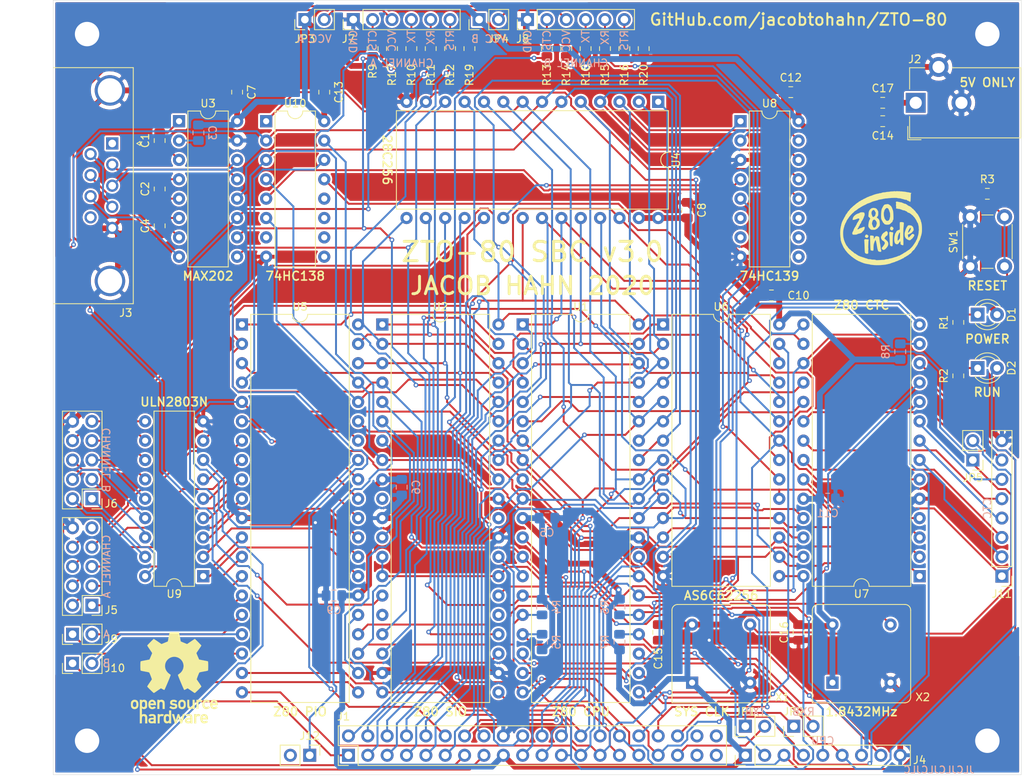
<source format=kicad_pcb>
(kicad_pcb (version 20171130) (host pcbnew "(5.1.6)-1")
  (layers (0 F.Cu signal) (31 B.Cu signal) (34 B.Paste user) (35 F.Paste user) (36 B.SilkS user) (37 F.SilkS user) (38 B.Mask user) (39 F.Mask user) (44 Edge.Cuts user))
  (net 0 "")
  (net 1 "Net-(C1-Pad2)")
  (net 2 "Net-(C1-Pad1)")
  (net 3 "Net-(C2-Pad2)")
  (net 4 "Net-(C2-Pad1)")
  (net 5 VCC)
  (net 6 "Net-(C3-Pad1)")
  (net 7 GND)
  (net 8 "Net-(C4-Pad1)")
  (net 9 "Net-(D1-Pad1)")
  (net 10 /HLT)
  (net 11 "Net-(D2-Pad1)")
  (net 12 /USR4)
  (net 13 /USR3)
  (net 14 /USR2)
  (net 15 /USR1)
  (net 16 "Net-(J1-Pad36)")
  (net 17 "Net-(J1-Pad35)")
  (net 18 /RD)
  (net 19 /IORQ)
  (net 20 /WR)
  (net 21 /MREQ)
  (net 22 /INT)
  (net 23 /RST)
  (net 24 /M1)
  (net 25 /CLK)
  (net 26 /D0)
  (net 27 /D1)
  (net 28 /D2)
  (net 29 /D3)
  (net 30 /D4)
  (net 31 /D5)
  (net 32 /D6)
  (net 33 /D7)
  (net 34 /A0)
  (net 35 /A1)
  (net 36 /A2)
  (net 37 /A3)
  (net 38 /A4)
  (net 39 /A5)
  (net 40 /A6)
  (net 41 /A7)
  (net 42 /A8)
  (net 43 /A9)
  (net 44 /A10)
  (net 45 /A11)
  (net 46 /A12)
  (net 47 /A13)
  (net 48 /A14)
  (net 49 /A15)
  (net 50 "Net-(J3-Pad9)")
  (net 51 /CTS232)
  (net 52 /RTS232)
  (net 53 "Net-(J3-Pad4)")
  (net 54 /TX232)
  (net 55 /RX232)
  (net 56 "Net-(J3-Pad1)")
  (net 57 /BACK)
  (net 58 /BREQ)
  (net 59 /WAIT)
  (net 60 /RFSH)
  (net 61 /NMI)
  (net 62 "Net-(J5-Pad9)")
  (net 63 /PA7)
  (net 64 /PA6)
  (net 65 /PA5)
  (net 66 /PA4)
  (net 67 /PA3)
  (net 68 /PA2)
  (net 69 /PA1)
  (net 70 /PA0)
  (net 71 /K)
  (net 72 /PB7)
  (net 73 /PB6)
  (net 74 /PB5)
  (net 75 /PB4)
  (net 76 /PB3)
  (net 77 /PB2)
  (net 78 /PB1)
  (net 79 /PB0)
  (net 80 "Net-(J7-Pad6)")
  (net 81 "Net-(J7-Pad5)")
  (net 82 "Net-(J7-Pad4)")
  (net 83 "Net-(J7-Pad3)")
  (net 84 "Net-(J7-Pad2)")
  (net 85 "Net-(J8-Pad6)")
  (net 86 "Net-(J8-Pad5)")
  (net 87 "Net-(J8-Pad4)")
  (net 88 "Net-(J8-Pad3)")
  (net 89 "Net-(J8-Pad2)")
  (net 90 /ASTB)
  (net 91 /ARDY)
  (net 92 /BSTB)
  (net 93 /BRDY)
  (net 94 /CT3)
  (net 95 /ZT2)
  (net 96 /CT2)
  (net 97 /ZT1)
  (net 98 /CT1)
  (net 99 /ZT0)
  (net 100 /CT0)
  (net 101 /TXB)
  (net 102 /RXB)
  (net 103 /IEI)
  (net 104 /RTSA)
  (net 105 /RXA)
  (net 106 /TXA)
  (net 107 /CTSA)
  (net 108 /RTSB)
  (net 109 /CTSB)
  (net 110 "Net-(U2-Pad16)")
  (net 111 /SIOCE)
  (net 112 /BCLK)
  (net 113 "Net-(U2-Pad30)")
  (net 114 "Net-(U2-Pad10)")
  (net 115 /DARTIEI)
  (net 116 "Net-(U2-Pad25)")
  (net 117 /ROMCE)
  (net 118 /DB7)
  (net 119 /DB6)
  (net 120 /DB5)
  (net 121 /DB4)
  (net 122 /DB3)
  (net 123 /DB2)
  (net 124 /DB1)
  (net 125 /DB0)
  (net 126 /PIOIEI)
  (net 127 /PIOCE)
  (net 128 /RAMCE)
  (net 129 /CTCCE)
  (net 130 "Net-(U8-Pad7)")
  (net 131 "Net-(U8-Pad6)")
  (net 132 /IOEN)
  (net 133 "Net-(U8-Pad11)")
  (net 134 "Net-(U8-Pad10)")
  (net 135 "Net-(U8-Pad9)")
  (net 136 "Net-(U10-Pad7)")
  (net 137 "Net-(U10-Pad12)")
  (net 138 "Net-(U10-Pad11)")
  (net 139 "Net-(U10-Pad10)")
  (net 140 "Net-(U10-Pad9)")
  (net 141 "Net-(J12-Pad2)")
  (net 142 /EXIEI)
  (module Package_DIP:DIP-40_W15.24mm (layer F.Cu) (at 106.68 106.045)
    (fp_text reference U2 (at 7.62 -2.33) (layer F.SilkS))
    (fp_text value Z80SIO0)
    (pad 1 thru_hole rect (at 0 0) (size 1.6 1.6) (drill 0.8) (layers *.Cu *.Mask) (net 27 /D1))
    (pad 21 thru_hole oval (at 15.24 48.26) (size 1.6 1.6) (drill 0.8) (layers *.Cu *.Mask) (net 23 /RST))
    (pad 2 thru_hole oval (at 0 2.54) (size 1.6 1.6) (drill 0.8) (layers *.Cu *.Mask) (net 29 /D3))
    (pad 22 thru_hole oval (at 15.24 45.72) (size 1.6 1.6) (drill 0.8) (layers *.Cu *.Mask) (net 7 GND))
    (pad 3 thru_hole oval (at 0 5.08) (size 1.6 1.6) (drill 0.8) (layers *.Cu *.Mask) (net 31 /D5))
    (pad 23 thru_hole oval (at 15.24 43.18) (size 1.6 1.6) (drill 0.8) (layers *.Cu *.Mask) (net 109 /CTSB))
    (pad 4 thru_hole oval (at 0 7.62) (size 1.6 1.6) (drill 0.8) (layers *.Cu *.Mask) (net 33 /D7))
    (pad 24 thru_hole oval (at 15.24 40.64) (size 1.6 1.6) (drill 0.8) (layers *.Cu *.Mask) (net 108 /RTSB))
    (pad 5 thru_hole oval (at 0 10.16) (size 1.6 1.6) (drill 0.8) (layers *.Cu *.Mask) (net 22 /INT))
    (pad 25 thru_hole oval (at 15.24 38.1) (size 1.6 1.6) (drill 0.8) (layers *.Cu *.Mask) (net 116 "Net-(U2-Pad25)"))
    (pad 6 thru_hole oval (at 0 12.7) (size 1.6 1.6) (drill 0.8) (layers *.Cu *.Mask) (net 115 /DARTIEI))
    (pad 26 thru_hole oval (at 15.24 35.56) (size 1.6 1.6) (drill 0.8) (layers *.Cu *.Mask) (net 101 /TXB))
    (pad 7 thru_hole oval (at 0 15.24) (size 1.6 1.6) (drill 0.8) (layers *.Cu *.Mask) (net 142 /EXIEI))
    (pad 27 thru_hole oval (at 15.24 33.02) (size 1.6 1.6) (drill 0.8) (layers *.Cu *.Mask) (net 112 /BCLK))
    (pad 8 thru_hole oval (at 0 17.78) (size 1.6 1.6) (drill 0.8) (layers *.Cu *.Mask) (net 24 /M1))
    (pad 28 thru_hole oval (at 15.24 30.48) (size 1.6 1.6) (drill 0.8) (layers *.Cu *.Mask) (net 102 /RXB))
    (pad 9 thru_hole oval (at 0 20.32) (size 1.6 1.6) (drill 0.8) (layers *.Cu *.Mask) (net 5 VCC))
    (pad 29 thru_hole oval (at 15.24 27.94) (size 1.6 1.6) (drill 0.8) (layers *.Cu *.Mask) (net 7 GND))
    (pad 10 thru_hole oval (at 0 22.86) (size 1.6 1.6) (drill 0.8) (layers *.Cu *.Mask) (net 114 "Net-(U2-Pad10)"))
    (pad 30 thru_hole oval (at 15.24 25.4) (size 1.6 1.6) (drill 0.8) (layers *.Cu *.Mask) (net 113 "Net-(U2-Pad30)"))
    (pad 11 thru_hole oval (at 0 25.4) (size 1.6 1.6) (drill 0.8) (layers *.Cu *.Mask) (net 7 GND))
    (pad 31 thru_hole oval (at 15.24 22.86) (size 1.6 1.6) (drill 0.8) (layers *.Cu *.Mask) (net 7 GND))
    (pad 12 thru_hole oval (at 0 27.94) (size 1.6 1.6) (drill 0.8) (layers *.Cu *.Mask) (net 105 /RXA))
    (pad 32 thru_hole oval (at 15.24 20.32) (size 1.6 1.6) (drill 0.8) (layers *.Cu *.Mask) (net 18 /RD))
    (pad 13 thru_hole oval (at 0 30.48) (size 1.6 1.6) (drill 0.8) (layers *.Cu *.Mask) (net 112 /BCLK))
    (pad 33 thru_hole oval (at 15.24 17.78) (size 1.6 1.6) (drill 0.8) (layers *.Cu *.Mask) (net 35 /A1))
    (pad 14 thru_hole oval (at 0 33.02) (size 1.6 1.6) (drill 0.8) (layers *.Cu *.Mask) (net 112 /BCLK))
    (pad 34 thru_hole oval (at 15.24 15.24) (size 1.6 1.6) (drill 0.8) (layers *.Cu *.Mask) (net 34 /A0))
    (pad 15 thru_hole oval (at 0 35.56) (size 1.6 1.6) (drill 0.8) (layers *.Cu *.Mask) (net 106 /TXA))
    (pad 35 thru_hole oval (at 15.24 12.7) (size 1.6 1.6) (drill 0.8) (layers *.Cu *.Mask) (net 111 /SIOCE))
    (pad 16 thru_hole oval (at 0 38.1) (size 1.6 1.6) (drill 0.8) (layers *.Cu *.Mask) (net 110 "Net-(U2-Pad16)"))
    (pad 36 thru_hole oval (at 15.24 10.16) (size 1.6 1.6) (drill 0.8) (layers *.Cu *.Mask) (net 19 /IORQ))
    (pad 17 thru_hole oval (at 0 40.64) (size 1.6 1.6) (drill 0.8) (layers *.Cu *.Mask) (net 104 /RTSA))
    (pad 37 thru_hole oval (at 15.24 7.62) (size 1.6 1.6) (drill 0.8) (layers *.Cu *.Mask) (net 32 /D6))
    (pad 18 thru_hole oval (at 0 43.18) (size 1.6 1.6) (drill 0.8) (layers *.Cu *.Mask) (net 107 /CTSA))
    (pad 38 thru_hole oval (at 15.24 5.08) (size 1.6 1.6) (drill 0.8) (layers *.Cu *.Mask) (net 30 /D4))
    (pad 19 thru_hole oval (at 0 45.72) (size 1.6 1.6) (drill 0.8) (layers *.Cu *.Mask) (net 7 GND))
    (pad 39 thru_hole oval (at 15.24 2.54) (size 1.6 1.6) (drill 0.8) (layers *.Cu *.Mask) (net 28 /D2))
    (pad 20 thru_hole oval (at 0 48.26) (size 1.6 1.6) (drill 0.8) (layers *.Cu *.Mask) (net 25 /CLK))
    (pad 40 thru_hole oval (at 15.24 0) (size 1.6 1.6) (drill 0.8) (layers *.Cu *.Mask) (net 26 /D0))
  )
  (module Symbol:OSHW-Logo_11.4x12mm_SilkScreen (layer F.Cu) (at 79.375 152.4)
    (fp_text reference REF** hide)
    (fp_text value OSHW-Logo_11.4x12mm_SilkScreen hide)
  )
  (module Connector_PinHeader_2.54mm:PinHeader_2x20_P2.54mm_Vertical (layer F.Cu) (at 102.235 162.56 90)
    (fp_text reference J1 (at 5.08 -0.635 180) (layer F.SilkS))
    (fp_text value "ZTO-80 Bus")
    (pad 1 thru_hole rect (at 0 0 90) (size 1.7 1.7) (drill 1) (layers *.Cu *.Mask) (net 49 /A15))
    (pad 2 thru_hole oval (at 2.54 0 90) (size 1.7 1.7) (drill 1) (layers *.Cu *.Mask) (net 48 /A14))
    (pad 3 thru_hole oval (at 0 2.54 90) (size 1.7 1.7) (drill 1) (layers *.Cu *.Mask) (net 47 /A13))
    (pad 4 thru_hole oval (at 2.54 2.54 90) (size 1.7 1.7) (drill 1) (layers *.Cu *.Mask) (net 46 /A12))
    (pad 5 thru_hole oval (at 0 5.08 90) (size 1.7 1.7) (drill 1) (layers *.Cu *.Mask) (net 45 /A11))
    (pad 6 thru_hole oval (at 2.54 5.08 90) (size 1.7 1.7) (drill 1) (layers *.Cu *.Mask) (net 44 /A10))
    (pad 7 thru_hole oval (at 0 7.62 90) (size 1.7 1.7) (drill 1) (layers *.Cu *.Mask) (net 43 /A9))
    (pad 8 thru_hole oval (at 2.54 7.62 90) (size 1.7 1.7) (drill 1) (layers *.Cu *.Mask) (net 42 /A8))
    (pad 9 thru_hole oval (at 0 10.16 90) (size 1.7 1.7) (drill 1) (layers *.Cu *.Mask) (net 41 /A7))
    (pad 10 thru_hole oval (at 2.54 10.16 90) (size 1.7 1.7) (drill 1) (layers *.Cu *.Mask) (net 40 /A6))
    (pad 11 thru_hole oval (at 0 12.7 90) (size 1.7 1.7) (drill 1) (layers *.Cu *.Mask) (net 39 /A5))
    (pad 12 thru_hole oval (at 2.54 12.7 90) (size 1.7 1.7) (drill 1) (layers *.Cu *.Mask) (net 38 /A4))
    (pad 13 thru_hole oval (at 0 15.24 90) (size 1.7 1.7) (drill 1) (layers *.Cu *.Mask) (net 37 /A3))
    (pad 14 thru_hole oval (at 2.54 15.24 90) (size 1.7 1.7) (drill 1) (layers *.Cu *.Mask) (net 36 /A2))
    (pad 15 thru_hole oval (at 0 17.78 90) (size 1.7 1.7) (drill 1) (layers *.Cu *.Mask) (net 35 /A1))
    (pad 16 thru_hole oval (at 2.54 17.78 90) (size 1.7 1.7) (drill 1) (layers *.Cu *.Mask) (net 34 /A0))
    (pad 17 thru_hole oval (at 0 20.32 90) (size 1.7 1.7) (drill 1) (layers *.Cu *.Mask) (net 5 VCC))
    (pad 18 thru_hole oval (at 2.54 20.32 90) (size 1.7 1.7) (drill 1) (layers *.Cu *.Mask) (net 7 GND))
    (pad 19 thru_hole oval (at 0 22.86 90) (size 1.7 1.7) (drill 1) (layers *.Cu *.Mask) (net 33 /D7))
    (pad 20 thru_hole oval (at 2.54 22.86 90) (size 1.7 1.7) (drill 1) (layers *.Cu *.Mask) (net 32 /D6))
    (pad 21 thru_hole oval (at 0 25.4 90) (size 1.7 1.7) (drill 1) (layers *.Cu *.Mask) (net 31 /D5))
    (pad 22 thru_hole oval (at 2.54 25.4 90) (size 1.7 1.7) (drill 1) (layers *.Cu *.Mask) (net 30 /D4))
    (pad 23 thru_hole oval (at 0 27.94 90) (size 1.7 1.7) (drill 1) (layers *.Cu *.Mask) (net 29 /D3))
    (pad 24 thru_hole oval (at 2.54 27.94 90) (size 1.7 1.7) (drill 1) (layers *.Cu *.Mask) (net 28 /D2))
    (pad 25 thru_hole oval (at 0 30.48 90) (size 1.7 1.7) (drill 1) (layers *.Cu *.Mask) (net 27 /D1))
    (pad 26 thru_hole oval (at 2.54 30.48 90) (size 1.7 1.7) (drill 1) (layers *.Cu *.Mask) (net 26 /D0))
    (pad 27 thru_hole oval (at 0 33.02 90) (size 1.7 1.7) (drill 1) (layers *.Cu *.Mask) (net 25 /CLK))
    (pad 28 thru_hole oval (at 2.54 33.02 90) (size 1.7 1.7) (drill 1) (layers *.Cu *.Mask) (net 24 /M1))
    (pad 29 thru_hole oval (at 0 35.56 90) (size 1.7 1.7) (drill 1) (layers *.Cu *.Mask) (net 23 /RST))
    (pad 30 thru_hole oval (at 2.54 35.56 90) (size 1.7 1.7) (drill 1) (layers *.Cu *.Mask) (net 22 /INT))
    (pad 31 thru_hole oval (at 0 38.1 90) (size 1.7 1.7) (drill 1) (layers *.Cu *.Mask) (net 21 /MREQ))
    (pad 32 thru_hole oval (at 2.54 38.1 90) (size 1.7 1.7) (drill 1) (layers *.Cu *.Mask) (net 20 /WR))
    (pad 33 thru_hole oval (at 0 40.64 90) (size 1.7 1.7) (drill 1) (layers *.Cu *.Mask) (net 19 /IORQ))
    (pad 34 thru_hole oval (at 2.54 40.64 90) (size 1.7 1.7) (drill 1) (layers *.Cu *.Mask) (net 18 /RD))
    (pad 35 thru_hole oval (at 0 43.18 90) (size 1.7 1.7) (drill 1) (layers *.Cu *.Mask) (net 17 "Net-(J1-Pad35)"))
    (pad 36 thru_hole oval (at 2.54 43.18 90) (size 1.7 1.7) (drill 1) (layers *.Cu *.Mask) (net 16 "Net-(J1-Pad36)"))
    (pad 37 thru_hole oval (at 0 45.72 90) (size 1.7 1.7) (drill 1) (layers *.Cu *.Mask) (net 15 /USR1))
    (pad 38 thru_hole oval (at 2.54 45.72 90) (size 1.7 1.7) (drill 1) (layers *.Cu *.Mask) (net 14 /USR2))
    (pad 39 thru_hole oval (at 0 48.26 90) (size 1.7 1.7) (drill 1) (layers *.Cu *.Mask) (net 13 /USR3))
    (pad 40 thru_hole oval (at 2.54 48.26 90) (size 1.7 1.7) (drill 1) (layers *.Cu *.Mask) (net 12 /USR4))
  )
  (module Connector_PinHeader_2.54mm:PinHeader_1x02_P2.54mm_Vertical (layer F.Cu) (at 97.155 162.56 270)
    (fp_text reference J12 (at -2.54 0 180) (layer F.SilkS))
    (fp_text value Conn_01x02)
    (pad 2 thru_hole oval (at 0 2.54 270) (size 1.7 1.7) (drill 1) (layers *.Cu *.Mask) (net 141 "Net-(J12-Pad2)"))
    (pad 1 thru_hole rect (at 0 0 270) (size 1.7 1.7) (drill 1) (layers *.Cu *.Mask) (net 142 /EXIEI))
  )
  (module Logo:Z80_inside (layer F.Cu) (at 172.085 93.345)
    (fp_text reference G*** hide)
    (fp_text value LOGO hide)
  )
  (module Capacitor_SMD:C_0805_2012Metric_Pad1.15x1.40mm_HandSolder (layer F.Cu) (at 172.33 76.962 180)
    (fp_text reference C17 (at 0 1.905) (layer F.SilkS))
    (fp_text value 10u)
    (pad 2 smd roundrect (at 1.025 0 180) (size 1.15 1.4) (layers F.Cu F.Paste F.Mask) (roundrect_rratio 0.217391) (net 7 GND))
    (pad 1 smd roundrect (at -1.025 0 180) (size 1.15 1.4) (layers F.Cu F.Paste F.Mask) (roundrect_rratio 0.217391) (net 5 VCC))
  )
  (module Capacitor_SMD:C_0805_2012Metric_Pad1.15x1.40mm_HandSolder (layer F.Cu) (at 161.29 146.44 270)
    (fp_text reference C16 (at 0 1.905 90) (layer F.SilkS))
    (fp_text value 0.1u)
    (pad 2 smd roundrect (at 1.025 0 270) (size 1.15 1.4) (layers F.Cu F.Paste F.Mask) (roundrect_rratio 0.217391) (net 7 GND))
    (pad 1 smd roundrect (at -1.025 0 270) (size 1.15 1.4) (layers F.Cu F.Paste F.Mask) (roundrect_rratio 0.217391) (net 5 VCC))
  )
  (module Capacitor_SMD:C_0805_2012Metric_Pad1.15x1.40mm_HandSolder (layer F.Cu) (at 142.875 146.44 270)
    (fp_text reference C15 (at 3.42 0 90) (layer F.SilkS))
    (fp_text value 0.1u)
    (pad 2 smd roundrect (at 1.025 0 270) (size 1.15 1.4) (layers F.Cu F.Paste F.Mask) (roundrect_rratio 0.217391) (net 7 GND))
    (pad 1 smd roundrect (at -1.025 0 270) (size 1.15 1.4) (layers F.Cu F.Paste F.Mask) (roundrect_rratio 0.217391) (net 5 VCC))
  )
  (module MountingHole:MountingHole_3.2mm_M3_Pad (layer F.Cu) (at 67.945 67.945)
    (fp_text reference Mount1 hide)
    (fp_text value MountingHole_3.2mm_M3_Pad)
    (pad 1 thru_hole circle (at 0 0) (size 6.4 6.4) (drill 3.200001) (layers *.Cu *.Mask) (net 7 GND))
  )
  (module MountingHole:MountingHole_3.2mm_M3_Pad (layer F.Cu) (at 186.055 67.945)
    (fp_text reference Mount2 hide)
    (fp_text value MountingHole_3.2mm_M3_Pad)
    (pad 1 thru_hole circle (at 0 0) (size 6.4 6.4) (drill 3.200001) (layers *.Cu *.Mask) (net 7 GND))
  )
  (module MountingHole:MountingHole_3.2mm_M3_Pad (layer F.Cu) (at 186.055 160.655)
    (fp_text reference Mount3 hide)
    (fp_text value MountingHole_3.2mm_M3_Pad)
    (pad 1 thru_hole circle (at 0 0) (size 6.4 6.4) (drill 3.200001) (layers *.Cu *.Mask) (net 7 GND))
  )
  (module MountingHole:MountingHole_3.2mm_M3_Pad (layer F.Cu) (at 67.945 160.655)
    (fp_text reference Mount4 hide)
    (fp_text value MountingHole_3.2mm_M3_Pad)
    (pad 1 thru_hole circle (at 0 0) (size 6.4 6.4) (drill 3.200001) (layers *.Cu *.Mask) (net 7 GND))
  )
  (module Oscillator:Oscillator_DIP-8 (layer F.Cu) (at 165.735 153.035)
    (fp_text reference X2 (at 10.795 1.905) (layer F.SilkS) (effects (justify left)))
    (fp_text value 1.8432MHz)
    (pad 4 thru_hole circle (at 7.62 0) (size 1.6 1.6) (drill 0.8) (layers *.Cu *.Mask) (net 7 GND))
    (pad 5 thru_hole circle (at 7.62 -7.62) (size 1.6 1.6) (drill 0.8) (layers *.Cu *.Mask) (net 112 /BCLK))
    (pad 8 thru_hole circle (at 0 -7.62) (size 1.6 1.6) (drill 0.8) (layers *.Cu *.Mask) (net 5 VCC))
    (pad 1 thru_hole rect (at 0 0) (size 1.6 1.6) (drill 0.8) (layers *.Cu *.Mask) (net 5 VCC))
  )
  (module Oscillator:Oscillator_DIP-8 (layer F.Cu) (at 147.32 153.035)
    (fp_text reference X1 (at 10.795 1.905) (layer F.SilkS) (effects (justify left)))
    (fp_text value SYS_CLK)
    (pad 4 thru_hole circle (at 7.62 0) (size 1.6 1.6) (drill 0.8) (layers *.Cu *.Mask) (net 7 GND))
    (pad 5 thru_hole circle (at 7.62 -7.62) (size 1.6 1.6) (drill 0.8) (layers *.Cu *.Mask) (net 25 /CLK))
    (pad 8 thru_hole circle (at 0 -7.62) (size 1.6 1.6) (drill 0.8) (layers *.Cu *.Mask) (net 5 VCC))
    (pad 1 thru_hole rect (at 0 0) (size 1.6 1.6) (drill 0.8) (layers *.Cu *.Mask) (net 5 VCC))
  )
  (module Package_DIP:DIP-16_W7.62mm (layer F.Cu) (at 91.44 79.375)
    (fp_text reference U10 (at 3.81 -2.33) (layer F.SilkS))
    (fp_text value 74HC138)
    (pad 16 thru_hole oval (at 7.62 0) (size 1.6 1.6) (drill 0.8) (layers *.Cu *.Mask) (net 5 VCC))
    (pad 8 thru_hole oval (at 0 17.78) (size 1.6 1.6) (drill 0.8) (layers *.Cu *.Mask) (net 7 GND))
    (pad 15 thru_hole oval (at 7.62 2.54) (size 1.6 1.6) (drill 0.8) (layers *.Cu *.Mask) (net 111 /SIOCE))
    (pad 7 thru_hole oval (at 0 15.24) (size 1.6 1.6) (drill 0.8) (layers *.Cu *.Mask) (net 136 "Net-(U10-Pad7)"))
    (pad 14 thru_hole oval (at 7.62 5.08) (size 1.6 1.6) (drill 0.8) (layers *.Cu *.Mask) (net 127 /PIOCE))
    (pad 6 thru_hole oval (at 0 12.7) (size 1.6 1.6) (drill 0.8) (layers *.Cu *.Mask) (net 19 /IORQ))
    (pad 13 thru_hole oval (at 7.62 7.62) (size 1.6 1.6) (drill 0.8) (layers *.Cu *.Mask) (net 129 /CTCCE))
    (pad 5 thru_hole oval (at 0 10.16) (size 1.6 1.6) (drill 0.8) (layers *.Cu *.Mask) (net 132 /IOEN))
    (pad 12 thru_hole oval (at 7.62 10.16) (size 1.6 1.6) (drill 0.8) (layers *.Cu *.Mask) (net 137 "Net-(U10-Pad12)"))
    (pad 4 thru_hole oval (at 0 7.62) (size 1.6 1.6) (drill 0.8) (layers *.Cu *.Mask) (net 24 /M1))
    (pad 11 thru_hole oval (at 7.62 12.7) (size 1.6 1.6) (drill 0.8) (layers *.Cu *.Mask) (net 138 "Net-(U10-Pad11)"))
    (pad 3 thru_hole oval (at 0 5.08) (size 1.6 1.6) (drill 0.8) (layers *.Cu *.Mask) (net 38 /A4))
    (pad 10 thru_hole oval (at 7.62 15.24) (size 1.6 1.6) (drill 0.8) (layers *.Cu *.Mask) (net 139 "Net-(U10-Pad10)"))
    (pad 2 thru_hole oval (at 0 2.54) (size 1.6 1.6) (drill 0.8) (layers *.Cu *.Mask) (net 37 /A3))
    (pad 9 thru_hole oval (at 7.62 17.78) (size 1.6 1.6) (drill 0.8) (layers *.Cu *.Mask) (net 140 "Net-(U10-Pad9)"))
    (pad 1 thru_hole rect (at 0 0) (size 1.6 1.6) (drill 0.8) (layers *.Cu *.Mask) (net 36 /A2))
  )
  (module Package_DIP:DIP-18_W7.62mm (layer F.Cu) (at 83.185 139.065 180)
    (fp_text reference U9 (at 3.81 -2.33) (layer F.SilkS))
    (fp_text value ULN2803A)
    (pad 18 thru_hole oval (at 7.62 0 180) (size 1.6 1.6) (drill 0.8) (layers *.Cu *.Mask) (net 79 /PB0))
    (pad 9 thru_hole oval (at 0 20.32 180) (size 1.6 1.6) (drill 0.8) (layers *.Cu *.Mask) (net 7 GND))
    (pad 17 thru_hole oval (at 7.62 2.54 180) (size 1.6 1.6) (drill 0.8) (layers *.Cu *.Mask) (net 78 /PB1))
    (pad 8 thru_hole oval (at 0 17.78 180) (size 1.6 1.6) (drill 0.8) (layers *.Cu *.Mask) (net 118 /DB7))
    (pad 16 thru_hole oval (at 7.62 5.08 180) (size 1.6 1.6) (drill 0.8) (layers *.Cu *.Mask) (net 77 /PB2))
    (pad 7 thru_hole oval (at 0 15.24 180) (size 1.6 1.6) (drill 0.8) (layers *.Cu *.Mask) (net 119 /DB6))
    (pad 15 thru_hole oval (at 7.62 7.62 180) (size 1.6 1.6) (drill 0.8) (layers *.Cu *.Mask) (net 76 /PB3))
    (pad 6 thru_hole oval (at 0 12.7 180) (size 1.6 1.6) (drill 0.8) (layers *.Cu *.Mask) (net 120 /DB5))
    (pad 14 thru_hole oval (at 7.62 10.16 180) (size 1.6 1.6) (drill 0.8) (layers *.Cu *.Mask) (net 75 /PB4))
    (pad 5 thru_hole oval (at 0 10.16 180) (size 1.6 1.6) (drill 0.8) (layers *.Cu *.Mask) (net 121 /DB4))
    (pad 13 thru_hole oval (at 7.62 12.7 180) (size 1.6 1.6) (drill 0.8) (layers *.Cu *.Mask) (net 74 /PB5))
    (pad 4 thru_hole oval (at 0 7.62 180) (size 1.6 1.6) (drill 0.8) (layers *.Cu *.Mask) (net 122 /DB3))
    (pad 12 thru_hole oval (at 7.62 15.24 180) (size 1.6 1.6) (drill 0.8) (layers *.Cu *.Mask) (net 73 /PB6))
    (pad 3 thru_hole oval (at 0 5.08 180) (size 1.6 1.6) (drill 0.8) (layers *.Cu *.Mask) (net 123 /DB2))
    (pad 11 thru_hole oval (at 7.62 17.78 180) (size 1.6 1.6) (drill 0.8) (layers *.Cu *.Mask) (net 72 /PB7))
    (pad 2 thru_hole oval (at 0 2.54 180) (size 1.6 1.6) (drill 0.8) (layers *.Cu *.Mask) (net 124 /DB1))
    (pad 10 thru_hole oval (at 7.62 20.32 180) (size 1.6 1.6) (drill 0.8) (layers *.Cu *.Mask) (net 71 /K))
    (pad 1 thru_hole rect (at 0 0 180) (size 1.6 1.6) (drill 0.8) (layers *.Cu *.Mask) (net 125 /DB0))
  )
  (module Package_DIP:DIP-16_W7.62mm (layer F.Cu) (at 153.67 79.375)
    (fp_text reference U8 (at 3.81 -2.33) (layer F.SilkS))
    (fp_text value 74HC139)
    (pad 16 thru_hole oval (at 7.62 0) (size 1.6 1.6) (drill 0.8) (layers *.Cu *.Mask) (net 5 VCC))
    (pad 8 thru_hole oval (at 0 17.78) (size 1.6 1.6) (drill 0.8) (layers *.Cu *.Mask) (net 7 GND))
    (pad 15 thru_hole oval (at 7.62 2.54) (size 1.6 1.6) (drill 0.8) (layers *.Cu *.Mask) (net 41 /A7))
    (pad 7 thru_hole oval (at 0 15.24) (size 1.6 1.6) (drill 0.8) (layers *.Cu *.Mask) (net 130 "Net-(U8-Pad7)"))
    (pad 14 thru_hole oval (at 7.62 5.08) (size 1.6 1.6) (drill 0.8) (layers *.Cu *.Mask) (net 40 /A6))
    (pad 6 thru_hole oval (at 0 12.7) (size 1.6 1.6) (drill 0.8) (layers *.Cu *.Mask) (net 131 "Net-(U8-Pad6)"))
    (pad 13 thru_hole oval (at 7.62 7.62) (size 1.6 1.6) (drill 0.8) (layers *.Cu *.Mask) (net 39 /A5))
    (pad 5 thru_hole oval (at 0 10.16) (size 1.6 1.6) (drill 0.8) (layers *.Cu *.Mask) (net 128 /RAMCE))
    (pad 12 thru_hole oval (at 7.62 10.16) (size 1.6 1.6) (drill 0.8) (layers *.Cu *.Mask) (net 132 /IOEN))
    (pad 4 thru_hole oval (at 0 7.62) (size 1.6 1.6) (drill 0.8) (layers *.Cu *.Mask) (net 117 /ROMCE))
    (pad 11 thru_hole oval (at 7.62 12.7) (size 1.6 1.6) (drill 0.8) (layers *.Cu *.Mask) (net 133 "Net-(U8-Pad11)"))
    (pad 3 thru_hole oval (at 0 5.08) (size 1.6 1.6) (drill 0.8) (layers *.Cu *.Mask) (net 7 GND))
    (pad 10 thru_hole oval (at 7.62 15.24) (size 1.6 1.6) (drill 0.8) (layers *.Cu *.Mask) (net 134 "Net-(U8-Pad10)"))
    (pad 2 thru_hole oval (at 0 2.54) (size 1.6 1.6) (drill 0.8) (layers *.Cu *.Mask) (net 49 /A15))
    (pad 9 thru_hole oval (at 7.62 17.78) (size 1.6 1.6) (drill 0.8) (layers *.Cu *.Mask) (net 135 "Net-(U8-Pad9)"))
    (pad 1 thru_hole rect (at 0 0) (size 1.6 1.6) (drill 0.8) (layers *.Cu *.Mask) (net 21 /MREQ))
  )
  (module Package_DIP:DIP-28_W15.24mm (layer F.Cu) (at 177.165 139.065 180)
    (fp_text reference U7 (at 7.62 -2.33) (layer F.SilkS))
    (fp_text value Z80CTC)
    (pad 28 thru_hole oval (at 15.24 0 180) (size 1.6 1.6) (drill 0.8) (layers *.Cu *.Mask) (net 29 /D3))
    (pad 14 thru_hole oval (at 0 33.02 180) (size 1.6 1.6) (drill 0.8) (layers *.Cu *.Mask) (net 24 /M1))
    (pad 27 thru_hole oval (at 15.24 2.54 180) (size 1.6 1.6) (drill 0.8) (layers *.Cu *.Mask) (net 28 /D2))
    (pad 13 thru_hole oval (at 0 30.48 180) (size 1.6 1.6) (drill 0.8) (layers *.Cu *.Mask) (net 103 /IEI))
    (pad 26 thru_hole oval (at 15.24 5.08 180) (size 1.6 1.6) (drill 0.8) (layers *.Cu *.Mask) (net 27 /D1))
    (pad 12 thru_hole oval (at 0 27.94 180) (size 1.6 1.6) (drill 0.8) (layers *.Cu *.Mask) (net 22 /INT))
    (pad 25 thru_hole oval (at 15.24 7.62 180) (size 1.6 1.6) (drill 0.8) (layers *.Cu *.Mask) (net 26 /D0))
    (pad 11 thru_hole oval (at 0 25.4 180) (size 1.6 1.6) (drill 0.8) (layers *.Cu *.Mask) (net 126 /PIOIEI))
    (pad 24 thru_hole oval (at 15.24 10.16 180) (size 1.6 1.6) (drill 0.8) (layers *.Cu *.Mask) (net 5 VCC))
    (pad 10 thru_hole oval (at 0 22.86 180) (size 1.6 1.6) (drill 0.8) (layers *.Cu *.Mask) (net 19 /IORQ))
    (pad 23 thru_hole oval (at 15.24 12.7 180) (size 1.6 1.6) (drill 0.8) (layers *.Cu *.Mask) (net 100 /CT0))
    (pad 9 thru_hole oval (at 0 20.32 180) (size 1.6 1.6) (drill 0.8) (layers *.Cu *.Mask) (net 95 /ZT2))
    (pad 22 thru_hole oval (at 15.24 15.24 180) (size 1.6 1.6) (drill 0.8) (layers *.Cu *.Mask) (net 98 /CT1))
    (pad 8 thru_hole oval (at 0 17.78 180) (size 1.6 1.6) (drill 0.8) (layers *.Cu *.Mask) (net 97 /ZT1))
    (pad 21 thru_hole oval (at 15.24 17.78 180) (size 1.6 1.6) (drill 0.8) (layers *.Cu *.Mask) (net 96 /CT2))
    (pad 7 thru_hole oval (at 0 15.24 180) (size 1.6 1.6) (drill 0.8) (layers *.Cu *.Mask) (net 99 /ZT0))
    (pad 20 thru_hole oval (at 15.24 20.32 180) (size 1.6 1.6) (drill 0.8) (layers *.Cu *.Mask) (net 94 /CT3))
    (pad 6 thru_hole oval (at 0 12.7 180) (size 1.6 1.6) (drill 0.8) (layers *.Cu *.Mask) (net 18 /RD))
    (pad 19 thru_hole oval (at 15.24 22.86 180) (size 1.6 1.6) (drill 0.8) (layers *.Cu *.Mask) (net 35 /A1))
    (pad 5 thru_hole oval (at 0 10.16 180) (size 1.6 1.6) (drill 0.8) (layers *.Cu *.Mask) (net 7 GND))
    (pad 18 thru_hole oval (at 15.24 25.4 180) (size 1.6 1.6) (drill 0.8) (layers *.Cu *.Mask) (net 34 /A0))
    (pad 4 thru_hole oval (at 0 7.62 180) (size 1.6 1.6) (drill 0.8) (layers *.Cu *.Mask) (net 33 /D7))
    (pad 17 thru_hole oval (at 15.24 27.94 180) (size 1.6 1.6) (drill 0.8) (layers *.Cu *.Mask) (net 23 /RST))
    (pad 3 thru_hole oval (at 0 5.08 180) (size 1.6 1.6) (drill 0.8) (layers *.Cu *.Mask) (net 32 /D6))
    (pad 16 thru_hole oval (at 15.24 30.48 180) (size 1.6 1.6) (drill 0.8) (layers *.Cu *.Mask) (net 129 /CTCCE))
    (pad 2 thru_hole oval (at 0 2.54 180) (size 1.6 1.6) (drill 0.8) (layers *.Cu *.Mask) (net 31 /D5))
    (pad 15 thru_hole oval (at 15.24 33.02 180) (size 1.6 1.6) (drill 0.8) (layers *.Cu *.Mask) (net 25 /CLK))
    (pad 1 thru_hole rect (at 0 0 180) (size 1.6 1.6) (drill 0.8) (layers *.Cu *.Mask) (net 30 /D4))
  )
  (module Package_DIP:DIP-28_W15.24mm (layer F.Cu) (at 143.51 106.045)
    (fp_text reference U6 (at 7.62 -2.33) (layer F.SilkS))
    (fp_text value AS6C62256)
    (pad 1 thru_hole rect (at 0 0) (size 1.6 1.6) (drill 0.8) (layers *.Cu *.Mask) (net 48 /A14))
    (pad 15 thru_hole oval (at 15.24 33.02) (size 1.6 1.6) (drill 0.8) (layers *.Cu *.Mask) (net 29 /D3))
    (pad 2 thru_hole oval (at 0 2.54) (size 1.6 1.6) (drill 0.8) (layers *.Cu *.Mask) (net 46 /A12))
    (pad 16 thru_hole oval (at 15.24 30.48) (size 1.6 1.6) (drill 0.8) (layers *.Cu *.Mask) (net 30 /D4))
    (pad 3 thru_hole oval (at 0 5.08) (size 1.6 1.6) (drill 0.8) (layers *.Cu *.Mask) (net 41 /A7))
    (pad 17 thru_hole oval (at 15.24 27.94) (size 1.6 1.6) (drill 0.8) (layers *.Cu *.Mask) (net 31 /D5))
    (pad 4 thru_hole oval (at 0 7.62) (size 1.6 1.6) (drill 0.8) (layers *.Cu *.Mask) (net 40 /A6))
    (pad 18 thru_hole oval (at 15.24 25.4) (size 1.6 1.6) (drill 0.8) (layers *.Cu *.Mask) (net 32 /D6))
    (pad 5 thru_hole oval (at 0 10.16) (size 1.6 1.6) (drill 0.8) (layers *.Cu *.Mask) (net 39 /A5))
    (pad 19 thru_hole oval (at 15.24 22.86) (size 1.6 1.6) (drill 0.8) (layers *.Cu *.Mask) (net 33 /D7))
    (pad 6 thru_hole oval (at 0 12.7) (size 1.6 1.6) (drill 0.8) (layers *.Cu *.Mask) (net 38 /A4))
    (pad 20 thru_hole oval (at 15.24 20.32) (size 1.6 1.6) (drill 0.8) (layers *.Cu *.Mask) (net 128 /RAMCE))
    (pad 7 thru_hole oval (at 0 15.24) (size 1.6 1.6) (drill 0.8) (layers *.Cu *.Mask) (net 37 /A3))
    (pad 21 thru_hole oval (at 15.24 17.78) (size 1.6 1.6) (drill 0.8) (layers *.Cu *.Mask) (net 44 /A10))
    (pad 8 thru_hole oval (at 0 17.78) (size 1.6 1.6) (drill 0.8) (layers *.Cu *.Mask) (net 36 /A2))
    (pad 22 thru_hole oval (at 15.24 15.24) (size 1.6 1.6) (drill 0.8) (layers *.Cu *.Mask) (net 18 /RD))
    (pad 9 thru_hole oval (at 0 20.32) (size 1.6 1.6) (drill 0.8) (layers *.Cu *.Mask) (net 35 /A1))
    (pad 23 thru_hole oval (at 15.24 12.7) (size 1.6 1.6) (drill 0.8) (layers *.Cu *.Mask) (net 45 /A11))
    (pad 10 thru_hole oval (at 0 22.86) (size 1.6 1.6) (drill 0.8) (layers *.Cu *.Mask) (net 34 /A0))
    (pad 24 thru_hole oval (at 15.24 10.16) (size 1.6 1.6) (drill 0.8) (layers *.Cu *.Mask) (net 43 /A9))
    (pad 11 thru_hole oval (at 0 25.4) (size 1.6 1.6) (drill 0.8) (layers *.Cu *.Mask) (net 26 /D0))
    (pad 25 thru_hole oval (at 15.24 7.62) (size 1.6 1.6) (drill 0.8) (layers *.Cu *.Mask) (net 42 /A8))
    (pad 12 thru_hole oval (at 0 27.94) (size 1.6 1.6) (drill 0.8) (layers *.Cu *.Mask) (net 27 /D1))
    (pad 26 thru_hole oval (at 15.24 5.08) (size 1.6 1.6) (drill 0.8) (layers *.Cu *.Mask) (net 47 /A13))
    (pad 13 thru_hole oval (at 0 30.48) (size 1.6 1.6) (drill 0.8) (layers *.Cu *.Mask) (net 28 /D2))
    (pad 27 thru_hole oval (at 15.24 2.54) (size 1.6 1.6) (drill 0.8) (layers *.Cu *.Mask) (net 20 /WR))
    (pad 14 thru_hole oval (at 0 33.02) (size 1.6 1.6) (drill 0.8) (layers *.Cu *.Mask) (net 7 GND))
    (pad 28 thru_hole oval (at 15.24 0) (size 1.6 1.6) (drill 0.8) (layers *.Cu *.Mask) (net 5 VCC))
  )
  (module Package_DIP:DIP-40_W15.24mm (layer F.Cu) (at 88.265 106.045)
    (fp_text reference U5 (at 7.62 -2.33) (layer F.SilkS))
    (fp_text value Z80PIO)
    (pad 40 thru_hole oval (at 15.24 0) (size 1.6 1.6) (drill 0.8) (layers *.Cu *.Mask) (net 29 /D3))
    (pad 20 thru_hole oval (at 0 48.26) (size 1.6 1.6) (drill 0.8) (layers *.Cu *.Mask) (net 27 /D1))
    (pad 39 thru_hole oval (at 15.24 2.54) (size 1.6 1.6) (drill 0.8) (layers *.Cu *.Mask) (net 30 /D4))
    (pad 19 thru_hole oval (at 0 45.72) (size 1.6 1.6) (drill 0.8) (layers *.Cu *.Mask) (net 26 /D0))
    (pad 38 thru_hole oval (at 15.24 5.08) (size 1.6 1.6) (drill 0.8) (layers *.Cu *.Mask) (net 31 /D5))
    (pad 18 thru_hole oval (at 0 43.18) (size 1.6 1.6) (drill 0.8) (layers *.Cu *.Mask) (net 91 /ARDY))
    (pad 37 thru_hole oval (at 15.24 7.62) (size 1.6 1.6) (drill 0.8) (layers *.Cu *.Mask) (net 24 /M1))
    (pad 17 thru_hole oval (at 0 40.64) (size 1.6 1.6) (drill 0.8) (layers *.Cu *.Mask) (net 92 /BSTB))
    (pad 36 thru_hole oval (at 15.24 10.16) (size 1.6 1.6) (drill 0.8) (layers *.Cu *.Mask) (net 19 /IORQ))
    (pad 16 thru_hole oval (at 0 38.1) (size 1.6 1.6) (drill 0.8) (layers *.Cu *.Mask) (net 90 /ASTB))
    (pad 35 thru_hole oval (at 15.24 12.7) (size 1.6 1.6) (drill 0.8) (layers *.Cu *.Mask) (net 18 /RD))
    (pad 15 thru_hole oval (at 0 35.56) (size 1.6 1.6) (drill 0.8) (layers *.Cu *.Mask) (net 70 /PA0))
    (pad 34 thru_hole oval (at 15.24 15.24) (size 1.6 1.6) (drill 0.8) (layers *.Cu *.Mask) (net 118 /DB7))
    (pad 14 thru_hole oval (at 0 33.02) (size 1.6 1.6) (drill 0.8) (layers *.Cu *.Mask) (net 69 /PA1))
    (pad 33 thru_hole oval (at 15.24 17.78) (size 1.6 1.6) (drill 0.8) (layers *.Cu *.Mask) (net 119 /DB6))
    (pad 13 thru_hole oval (at 0 30.48) (size 1.6 1.6) (drill 0.8) (layers *.Cu *.Mask) (net 68 /PA2))
    (pad 32 thru_hole oval (at 15.24 20.32) (size 1.6 1.6) (drill 0.8) (layers *.Cu *.Mask) (net 120 /DB5))
    (pad 12 thru_hole oval (at 0 27.94) (size 1.6 1.6) (drill 0.8) (layers *.Cu *.Mask) (net 67 /PA3))
    (pad 31 thru_hole oval (at 15.24 22.86) (size 1.6 1.6) (drill 0.8) (layers *.Cu *.Mask) (net 121 /DB4))
    (pad 11 thru_hole oval (at 0 25.4) (size 1.6 1.6) (drill 0.8) (layers *.Cu *.Mask) (net 7 GND))
    (pad 30 thru_hole oval (at 15.24 25.4) (size 1.6 1.6) (drill 0.8) (layers *.Cu *.Mask) (net 122 /DB3))
    (pad 10 thru_hole oval (at 0 22.86) (size 1.6 1.6) (drill 0.8) (layers *.Cu *.Mask) (net 66 /PA4))
    (pad 29 thru_hole oval (at 15.24 27.94) (size 1.6 1.6) (drill 0.8) (layers *.Cu *.Mask) (net 123 /DB2))
    (pad 9 thru_hole oval (at 0 20.32) (size 1.6 1.6) (drill 0.8) (layers *.Cu *.Mask) (net 65 /PA5))
    (pad 28 thru_hole oval (at 15.24 30.48) (size 1.6 1.6) (drill 0.8) (layers *.Cu *.Mask) (net 124 /DB1))
    (pad 8 thru_hole oval (at 0 17.78) (size 1.6 1.6) (drill 0.8) (layers *.Cu *.Mask) (net 64 /PA6))
    (pad 27 thru_hole oval (at 15.24 33.02) (size 1.6 1.6) (drill 0.8) (layers *.Cu *.Mask) (net 125 /DB0))
    (pad 7 thru_hole oval (at 0 15.24) (size 1.6 1.6) (drill 0.8) (layers *.Cu *.Mask) (net 63 /PA7))
    (pad 26 thru_hole oval (at 15.24 35.56) (size 1.6 1.6) (drill 0.8) (layers *.Cu *.Mask) (net 5 VCC))
    (pad 6 thru_hole oval (at 0 12.7) (size 1.6 1.6) (drill 0.8) (layers *.Cu *.Mask) (net 34 /A0))
    (pad 25 thru_hole oval (at 15.24 38.1) (size 1.6 1.6) (drill 0.8) (layers *.Cu *.Mask) (net 25 /CLK))
    (pad 5 thru_hole oval (at 0 10.16) (size 1.6 1.6) (drill 0.8) (layers *.Cu *.Mask) (net 35 /A1))
    (pad 24 thru_hole oval (at 15.24 40.64) (size 1.6 1.6) (drill 0.8) (layers *.Cu *.Mask) (net 126 /PIOIEI))
    (pad 4 thru_hole oval (at 0 7.62) (size 1.6 1.6) (drill 0.8) (layers *.Cu *.Mask) (net 127 /PIOCE))
    (pad 23 thru_hole oval (at 15.24 43.18) (size 1.6 1.6) (drill 0.8) (layers *.Cu *.Mask) (net 22 /INT))
    (pad 3 thru_hole oval (at 0 5.08) (size 1.6 1.6) (drill 0.8) (layers *.Cu *.Mask) (net 32 /D6))
    (pad 22 thru_hole oval (at 15.24 45.72) (size 1.6 1.6) (drill 0.8) (layers *.Cu *.Mask) (net 115 /DARTIEI))
    (pad 2 thru_hole oval (at 0 2.54) (size 1.6 1.6) (drill 0.8) (layers *.Cu *.Mask) (net 33 /D7))
    (pad 21 thru_hole oval (at 15.24 48.26) (size 1.6 1.6) (drill 0.8) (layers *.Cu *.Mask) (net 93 /BRDY))
    (pad 1 thru_hole rect (at 0 0) (size 1.6 1.6) (drill 0.8) (layers *.Cu *.Mask) (net 28 /D2))
  )
  (module Package_DIP:DIP-28_W15.24mm (layer F.Cu) (at 142.875 76.835 270)
    (fp_text reference U4 (at 7.62 -2.33 90) (layer F.SilkS))
    (fp_text value 28C256)
    (pad 28 thru_hole oval (at 15.24 0 270) (size 1.6 1.6) (drill 0.8) (layers *.Cu *.Mask) (net 5 VCC))
    (pad 14 thru_hole oval (at 0 33.02 270) (size 1.6 1.6) (drill 0.8) (layers *.Cu *.Mask) (net 7 GND))
    (pad 27 thru_hole oval (at 15.24 2.54 270) (size 1.6 1.6) (drill 0.8) (layers *.Cu *.Mask) (net 5 VCC))
    (pad 13 thru_hole oval (at 0 30.48 270) (size 1.6 1.6) (drill 0.8) (layers *.Cu *.Mask) (net 28 /D2))
    (pad 26 thru_hole oval (at 15.24 5.08 270) (size 1.6 1.6) (drill 0.8) (layers *.Cu *.Mask) (net 47 /A13))
    (pad 12 thru_hole oval (at 0 27.94 270) (size 1.6 1.6) (drill 0.8) (layers *.Cu *.Mask) (net 27 /D1))
    (pad 25 thru_hole oval (at 15.24 7.62 270) (size 1.6 1.6) (drill 0.8) (layers *.Cu *.Mask) (net 42 /A8))
    (pad 11 thru_hole oval (at 0 25.4 270) (size 1.6 1.6) (drill 0.8) (layers *.Cu *.Mask) (net 26 /D0))
    (pad 24 thru_hole oval (at 15.24 10.16 270) (size 1.6 1.6) (drill 0.8) (layers *.Cu *.Mask) (net 43 /A9))
    (pad 10 thru_hole oval (at 0 22.86 270) (size 1.6 1.6) (drill 0.8) (layers *.Cu *.Mask) (net 34 /A0))
    (pad 23 thru_hole oval (at 15.24 12.7 270) (size 1.6 1.6) (drill 0.8) (layers *.Cu *.Mask) (net 45 /A11))
    (pad 9 thru_hole oval (at 0 20.32 270) (size 1.6 1.6) (drill 0.8) (layers *.Cu *.Mask) (net 35 /A1))
    (pad 22 thru_hole oval (at 15.24 15.24 270) (size 1.6 1.6) (drill 0.8) (layers *.Cu *.Mask) (net 18 /RD))
    (pad 8 thru_hole oval (at 0 17.78 270) (size 1.6 1.6) (drill 0.8) (layers *.Cu *.Mask) (net 36 /A2))
    (pad 21 thru_hole oval (at 15.24 17.78 270) (size 1.6 1.6) (drill 0.8) (layers *.Cu *.Mask) (net 44 /A10))
    (pad 7 thru_hole oval (at 0 15.24 270) (size 1.6 1.6) (drill 0.8) (layers *.Cu *.Mask) (net 37 /A3))
    (pad 20 thru_hole oval (at 15.24 20.32 270) (size 1.6 1.6) (drill 0.8) (layers *.Cu *.Mask) (net 117 /ROMCE))
    (pad 6 thru_hole oval (at 0 12.7 270) (size 1.6 1.6) (drill 0.8) (layers *.Cu *.Mask) (net 38 /A4))
    (pad 19 thru_hole oval (at 15.24 22.86 270) (size 1.6 1.6) (drill 0.8) (layers *.Cu *.Mask) (net 33 /D7))
    (pad 5 thru_hole oval (at 0 10.16 270) (size 1.6 1.6) (drill 0.8) (layers *.Cu *.Mask) (net 39 /A5))
    (pad 18 thru_hole oval (at 15.24 25.4 270) (size 1.6 1.6) (drill 0.8) (layers *.Cu *.Mask) (net 32 /D6))
    (pad 4 thru_hole oval (at 0 7.62 270) (size 1.6 1.6) (drill 0.8) (layers *.Cu *.Mask) (net 40 /A6))
    (pad 17 thru_hole oval (at 15.24 27.94 270) (size 1.6 1.6) (drill 0.8) (layers *.Cu *.Mask) (net 31 /D5))
    (pad 3 thru_hole oval (at 0 5.08 270) (size 1.6 1.6) (drill 0.8) (layers *.Cu *.Mask) (net 41 /A7))
    (pad 16 thru_hole oval (at 15.24 30.48 270) (size 1.6 1.6) (drill 0.8) (layers *.Cu *.Mask) (net 30 /D4))
    (pad 2 thru_hole oval (at 0 2.54 270) (size 1.6 1.6) (drill 0.8) (layers *.Cu *.Mask) (net 46 /A12))
    (pad 15 thru_hole oval (at 15.24 33.02 270) (size 1.6 1.6) (drill 0.8) (layers *.Cu *.Mask) (net 29 /D3))
    (pad 1 thru_hole rect (at 0 0 270) (size 1.6 1.6) (drill 0.8) (layers *.Cu *.Mask) (net 48 /A14))
  )
  (module Package_DIP:DIP-16_W7.62mm (layer F.Cu) (at 80.01 79.375)
    (fp_text reference U3 (at 3.81 -2.33) (layer F.SilkS))
    (fp_text value MAX202)
    (pad 16 thru_hole oval (at 7.62 0) (size 1.6 1.6) (drill 0.8) (layers *.Cu *.Mask) (net 5 VCC))
    (pad 8 thru_hole oval (at 0 17.78) (size 1.6 1.6) (drill 0.8) (layers *.Cu *.Mask) (net 51 /CTS232))
    (pad 15 thru_hole oval (at 7.62 2.54) (size 1.6 1.6) (drill 0.8) (layers *.Cu *.Mask) (net 7 GND))
    (pad 7 thru_hole oval (at 0 15.24) (size 1.6 1.6) (drill 0.8) (layers *.Cu *.Mask) (net 52 /RTS232))
    (pad 14 thru_hole oval (at 7.62 5.08) (size 1.6 1.6) (drill 0.8) (layers *.Cu *.Mask) (net 54 /TX232))
    (pad 6 thru_hole oval (at 0 12.7) (size 1.6 1.6) (drill 0.8) (layers *.Cu *.Mask) (net 8 "Net-(C4-Pad1)"))
    (pad 13 thru_hole oval (at 7.62 7.62) (size 1.6 1.6) (drill 0.8) (layers *.Cu *.Mask) (net 55 /RX232))
    (pad 5 thru_hole oval (at 0 10.16) (size 1.6 1.6) (drill 0.8) (layers *.Cu *.Mask) (net 3 "Net-(C2-Pad2)"))
    (pad 12 thru_hole oval (at 7.62 10.16) (size 1.6 1.6) (drill 0.8) (layers *.Cu *.Mask) (net 105 /RXA))
    (pad 4 thru_hole oval (at 0 7.62) (size 1.6 1.6) (drill 0.8) (layers *.Cu *.Mask) (net 4 "Net-(C2-Pad1)"))
    (pad 11 thru_hole oval (at 7.62 12.7) (size 1.6 1.6) (drill 0.8) (layers *.Cu *.Mask) (net 106 /TXA))
    (pad 3 thru_hole oval (at 0 5.08) (size 1.6 1.6) (drill 0.8) (layers *.Cu *.Mask) (net 1 "Net-(C1-Pad2)"))
    (pad 10 thru_hole oval (at 7.62 15.24) (size 1.6 1.6) (drill 0.8) (layers *.Cu *.Mask) (net 104 /RTSA))
    (pad 2 thru_hole oval (at 0 2.54) (size 1.6 1.6) (drill 0.8) (layers *.Cu *.Mask) (net 6 "Net-(C3-Pad1)"))
    (pad 9 thru_hole oval (at 7.62 17.78) (size 1.6 1.6) (drill 0.8) (layers *.Cu *.Mask) (net 107 /CTSA))
    (pad 1 thru_hole rect (at 0 0) (size 1.6 1.6) (drill 0.8) (layers *.Cu *.Mask) (net 2 "Net-(C1-Pad1)"))
  )
  (module Package_DIP:DIP-40_W15.24mm (layer F.Cu) (at 125.095 106.045)
    (fp_text reference U1 (at 7.62 -2.33) (layer F.SilkS))
    (fp_text value Z80CPU)
    (pad 40 thru_hole oval (at 15.24 0) (size 1.6 1.6) (drill 0.8) (layers *.Cu *.Mask) (net 44 /A10))
    (pad 20 thru_hole oval (at 0 48.26) (size 1.6 1.6) (drill 0.8) (layers *.Cu *.Mask) (net 19 /IORQ))
    (pad 39 thru_hole oval (at 15.24 2.54) (size 1.6 1.6) (drill 0.8) (layers *.Cu *.Mask) (net 43 /A9))
    (pad 19 thru_hole oval (at 0 45.72) (size 1.6 1.6) (drill 0.8) (layers *.Cu *.Mask) (net 21 /MREQ))
    (pad 38 thru_hole oval (at 15.24 5.08) (size 1.6 1.6) (drill 0.8) (layers *.Cu *.Mask) (net 42 /A8))
    (pad 18 thru_hole oval (at 0 43.18) (size 1.6 1.6) (drill 0.8) (layers *.Cu *.Mask) (net 10 /HLT))
    (pad 37 thru_hole oval (at 15.24 7.62) (size 1.6 1.6) (drill 0.8) (layers *.Cu *.Mask) (net 41 /A7))
    (pad 17 thru_hole oval (at 0 40.64) (size 1.6 1.6) (drill 0.8) (layers *.Cu *.Mask) (net 61 /NMI))
    (pad 36 thru_hole oval (at 15.24 10.16) (size 1.6 1.6) (drill 0.8) (layers *.Cu *.Mask) (net 40 /A6))
    (pad 16 thru_hole oval (at 0 38.1) (size 1.6 1.6) (drill 0.8) (layers *.Cu *.Mask) (net 22 /INT))
    (pad 35 thru_hole oval (at 15.24 12.7) (size 1.6 1.6) (drill 0.8) (layers *.Cu *.Mask) (net 39 /A5))
    (pad 15 thru_hole oval (at 0 35.56) (size 1.6 1.6) (drill 0.8) (layers *.Cu *.Mask) (net 27 /D1))
    (pad 34 thru_hole oval (at 15.24 15.24) (size 1.6 1.6) (drill 0.8) (layers *.Cu *.Mask) (net 38 /A4))
    (pad 14 thru_hole oval (at 0 33.02) (size 1.6 1.6) (drill 0.8) (layers *.Cu *.Mask) (net 26 /D0))
    (pad 33 thru_hole oval (at 15.24 17.78) (size 1.6 1.6) (drill 0.8) (layers *.Cu *.Mask) (net 37 /A3))
    (pad 13 thru_hole oval (at 0 30.48) (size 1.6 1.6) (drill 0.8) (layers *.Cu *.Mask) (net 33 /D7))
    (pad 32 thru_hole oval (at 15.24 20.32) (size 1.6 1.6) (drill 0.8) (layers *.Cu *.Mask) (net 36 /A2))
    (pad 12 thru_hole oval (at 0 27.94) (size 1.6 1.6) (drill 0.8) (layers *.Cu *.Mask) (net 28 /D2))
    (pad 31 thru_hole oval (at 15.24 22.86) (size 1.6 1.6) (drill 0.8) (layers *.Cu *.Mask) (net 35 /A1))
    (pad 11 thru_hole oval (at 0 25.4) (size 1.6 1.6) (drill 0.8) (layers *.Cu *.Mask) (net 5 VCC))
    (pad 30 thru_hole oval (at 15.24 25.4) (size 1.6 1.6) (drill 0.8) (layers *.Cu *.Mask) (net 34 /A0))
    (pad 10 thru_hole oval (at 0 22.86) (size 1.6 1.6) (drill 0.8) (layers *.Cu *.Mask) (net 32 /D6))
    (pad 29 thru_hole oval (at 15.24 27.94) (size 1.6 1.6) (drill 0.8) (layers *.Cu *.Mask) (net 7 GND))
    (pad 9 thru_hole oval (at 0 20.32) (size 1.6 1.6) (drill 0.8) (layers *.Cu *.Mask) (net 31 /D5))
    (pad 28 thru_hole oval (at 15.24 30.48) (size 1.6 1.6) (drill 0.8) (layers *.Cu *.Mask) (net 60 /RFSH))
    (pad 8 thru_hole oval (at 0 17.78) (size 1.6 1.6) (drill 0.8) (layers *.Cu *.Mask) (net 29 /D3))
    (pad 27 thru_hole oval (at 15.24 33.02) (size 1.6 1.6) (drill 0.8) (layers *.Cu *.Mask) (net 24 /M1))
    (pad 7 thru_hole oval (at 0 15.24) (size 1.6 1.6) (drill 0.8) (layers *.Cu *.Mask) (net 30 /D4))
    (pad 26 thru_hole oval (at 15.24 35.56) (size 1.6 1.6) (drill 0.8) (layers *.Cu *.Mask) (net 23 /RST))
    (pad 6 thru_hole oval (at 0 12.7) (size 1.6 1.6) (drill 0.8) (layers *.Cu *.Mask) (net 25 /CLK))
    (pad 25 thru_hole oval (at 15.24 38.1) (size 1.6 1.6) (drill 0.8) (layers *.Cu *.Mask) (net 58 /BREQ))
    (pad 5 thru_hole oval (at 0 10.16) (size 1.6 1.6) (drill 0.8) (layers *.Cu *.Mask) (net 49 /A15))
    (pad 24 thru_hole oval (at 15.24 40.64) (size 1.6 1.6) (drill 0.8) (layers *.Cu *.Mask) (net 59 /WAIT))
    (pad 4 thru_hole oval (at 0 7.62) (size 1.6 1.6) (drill 0.8) (layers *.Cu *.Mask) (net 48 /A14))
    (pad 23 thru_hole oval (at 15.24 43.18) (size 1.6 1.6) (drill 0.8) (layers *.Cu *.Mask) (net 57 /BACK))
    (pad 3 thru_hole oval (at 0 5.08) (size 1.6 1.6) (drill 0.8) (layers *.Cu *.Mask) (net 47 /A13))
    (pad 22 thru_hole oval (at 15.24 45.72) (size 1.6 1.6) (drill 0.8) (layers *.Cu *.Mask) (net 20 /WR))
    (pad 2 thru_hole oval (at 0 2.54) (size 1.6 1.6) (drill 0.8) (layers *.Cu *.Mask) (net 46 /A12))
    (pad 21 thru_hole oval (at 15.24 48.26) (size 1.6 1.6) (drill 0.8) (layers *.Cu *.Mask) (net 18 /RD))
    (pad 1 thru_hole rect (at 0 0) (size 1.6 1.6) (drill 0.8) (layers *.Cu *.Mask) (net 45 /A11))
  )
  (module Button_Switch_THT:SW_PUSH_6mm (layer F.Cu) (at 183.81 98.425 90)
    (fp_text reference SW1 (at 3.25 -2.2 270) (layer F.SilkS))
    (fp_text value Reset)
    (pad 1 thru_hole circle (at 6.5 0 180) (size 2 2) (drill 1.1) (layers *.Cu *.Mask) (net 7 GND))
    (pad 2 thru_hole circle (at 6.5 4.5 180) (size 2 2) (drill 1.1) (layers *.Cu *.Mask) (net 23 /RST))
    (pad 1 thru_hole circle (at 0 0 180) (size 2 2) (drill 1.1) (layers *.Cu *.Mask) (net 7 GND))
    (pad 2 thru_hole circle (at 0 4.5 180) (size 2 2) (drill 1.1) (layers *.Cu *.Mask) (net 23 /RST))
  )
  (module Resistor_SMD:R_0805_2012Metric_Pad1.15x1.40mm_HandSolder (layer F.Cu) (at 140.97 69.85 90)
    (fp_text reference R20 (at -1.905 0 90) (layer F.SilkS) (effects (justify right)))
    (fp_text value 100k)
    (pad 2 smd roundrect (at 1.025 0 90) (size 1.15 1.4) (layers F.Cu F.Paste F.Mask) (roundrect_rratio 0.217391) (net 85 "Net-(J8-Pad6)"))
    (pad 1 smd roundrect (at -1.025 0 90) (size 1.15 1.4) (layers F.Cu F.Paste F.Mask) (roundrect_rratio 0.217391) (net 7 GND))
  )
  (module Resistor_SMD:R_0805_2012Metric_Pad1.15x1.40mm_HandSolder (layer F.Cu) (at 118.11 69.85 90)
    (fp_text reference R19 (at -1.905 0 90) (layer F.SilkS) (effects (justify right)))
    (fp_text value 100k)
    (pad 2 smd roundrect (at 1.025 0 90) (size 1.15 1.4) (layers F.Cu F.Paste F.Mask) (roundrect_rratio 0.217391) (net 80 "Net-(J7-Pad6)"))
    (pad 1 smd roundrect (at -1.025 0 90) (size 1.15 1.4) (layers F.Cu F.Paste F.Mask) (roundrect_rratio 0.217391) (net 7 GND))
  )
  (module Resistor_SMD:R_0805_2012Metric_Pad1.15x1.40mm_HandSolder (layer F.Cu) (at 138.43 69.85 270)
    (fp_text reference R16 (at 1.905 0 90) (layer F.SilkS) (effects (justify right)))
    (fp_text value 2.2k)
    (pad 2 smd roundrect (at 1.025 0 270) (size 1.15 1.4) (layers F.Cu F.Paste F.Mask) (roundrect_rratio 0.217391) (net 109 /CTSB))
    (pad 1 smd roundrect (at -1.025 0 270) (size 1.15 1.4) (layers F.Cu F.Paste F.Mask) (roundrect_rratio 0.217391) (net 85 "Net-(J8-Pad6)"))
  )
  (module Resistor_SMD:R_0805_2012Metric_Pad1.15x1.40mm_HandSolder (layer F.Cu) (at 135.89 69.85 270)
    (fp_text reference R15 (at 1.905 0 90) (layer F.SilkS) (effects (justify right)))
    (fp_text value 2.2k)
    (pad 2 smd roundrect (at 1.025 0 270) (size 1.15 1.4) (layers F.Cu F.Paste F.Mask) (roundrect_rratio 0.217391) (net 101 /TXB))
    (pad 1 smd roundrect (at -1.025 0 270) (size 1.15 1.4) (layers F.Cu F.Paste F.Mask) (roundrect_rratio 0.217391) (net 86 "Net-(J8-Pad5)"))
  )
  (module Resistor_SMD:R_0805_2012Metric_Pad1.15x1.40mm_HandSolder (layer F.Cu) (at 130.81 69.85 270)
    (fp_text reference R14 (at 1.905 0 90) (layer F.SilkS) (effects (justify right)))
    (fp_text value 2.2k)
    (pad 2 smd roundrect (at 1.025 0 270) (size 1.15 1.4) (layers F.Cu F.Paste F.Mask) (roundrect_rratio 0.217391) (net 102 /RXB))
    (pad 1 smd roundrect (at -1.025 0 270) (size 1.15 1.4) (layers F.Cu F.Paste F.Mask) (roundrect_rratio 0.217391) (net 87 "Net-(J8-Pad4)"))
  )
  (module Resistor_SMD:R_0805_2012Metric_Pad1.15x1.40mm_HandSolder (layer F.Cu) (at 133.35 69.85 270)
    (fp_text reference R18 (at 1.905 0 90) (layer F.SilkS) (effects (justify right)))
    (fp_text value 100k)
    (pad 2 smd roundrect (at 1.025 0 270) (size 1.15 1.4) (layers F.Cu F.Paste F.Mask) (roundrect_rratio 0.217391) (net 5 VCC))
    (pad 1 smd roundrect (at -1.025 0 270) (size 1.15 1.4) (layers F.Cu F.Paste F.Mask) (roundrect_rratio 0.217391) (net 87 "Net-(J8-Pad4)"))
  )
  (module Resistor_SMD:R_0805_2012Metric_Pad1.15x1.40mm_HandSolder (layer F.Cu) (at 128.27 69.85 270)
    (fp_text reference R13 (at 1.905 0 90) (layer F.SilkS) (effects (justify right)))
    (fp_text value 2.2k)
    (pad 2 smd roundrect (at 1.025 0 270) (size 1.15 1.4) (layers F.Cu F.Paste F.Mask) (roundrect_rratio 0.217391) (net 108 /RTSB))
    (pad 1 smd roundrect (at -1.025 0 270) (size 1.15 1.4) (layers F.Cu F.Paste F.Mask) (roundrect_rratio 0.217391) (net 89 "Net-(J8-Pad2)"))
  )
  (module Resistor_SMD:R_0805_2012Metric_Pad1.15x1.40mm_HandSolder (layer F.Cu) (at 115.57 69.85 270)
    (fp_text reference R12 (at 1.905 0 90) (layer F.SilkS) (effects (justify right)))
    (fp_text value 2.2k)
    (pad 2 smd roundrect (at 1.025 0 270) (size 1.15 1.4) (layers F.Cu F.Paste F.Mask) (roundrect_rratio 0.217391) (net 107 /CTSA))
    (pad 1 smd roundrect (at -1.025 0 270) (size 1.15 1.4) (layers F.Cu F.Paste F.Mask) (roundrect_rratio 0.217391) (net 80 "Net-(J7-Pad6)"))
  )
  (module Resistor_SMD:R_0805_2012Metric_Pad1.15x1.40mm_HandSolder (layer F.Cu) (at 113.03 69.85 270)
    (fp_text reference R11 (at 1.905 0 90) (layer F.SilkS) (effects (justify right)))
    (fp_text value 2.2k)
    (pad 2 smd roundrect (at 1.025 0 270) (size 1.15 1.4) (layers F.Cu F.Paste F.Mask) (roundrect_rratio 0.217391) (net 106 /TXA))
    (pad 1 smd roundrect (at -1.025 0 270) (size 1.15 1.4) (layers F.Cu F.Paste F.Mask) (roundrect_rratio 0.217391) (net 81 "Net-(J7-Pad5)"))
  )
  (module Resistor_SMD:R_0805_2012Metric_Pad1.15x1.40mm_HandSolder (layer F.Cu) (at 110.49 69.85 270)
    (fp_text reference R10 (at 1.905 0 90) (layer F.SilkS) (effects (justify right)))
    (fp_text value 2.2k)
    (pad 2 smd roundrect (at 1.025 0 270) (size 1.15 1.4) (layers F.Cu F.Paste F.Mask) (roundrect_rratio 0.217391) (net 105 /RXA))
    (pad 1 smd roundrect (at -1.025 0 270) (size 1.15 1.4) (layers F.Cu F.Paste F.Mask) (roundrect_rratio 0.217391) (net 82 "Net-(J7-Pad4)"))
  )
  (module Resistor_SMD:R_0805_2012Metric_Pad1.15x1.40mm_HandSolder (layer F.Cu) (at 107.95 69.85 270)
    (fp_text reference R17 (at 1.905 0 90) (layer F.SilkS) (effects (justify right)))
    (fp_text value 100k)
    (pad 2 smd roundrect (at 1.025 0 270) (size 1.15 1.4) (layers F.Cu F.Paste F.Mask) (roundrect_rratio 0.217391) (net 5 VCC))
    (pad 1 smd roundrect (at -1.025 0 270) (size 1.15 1.4) (layers F.Cu F.Paste F.Mask) (roundrect_rratio 0.217391) (net 82 "Net-(J7-Pad4)"))
  )
  (module Resistor_SMD:R_0805_2012Metric_Pad1.15x1.40mm_HandSolder (layer F.Cu) (at 105.41 69.85 270)
    (fp_text reference R9 (at 1.905 0 90) (layer F.SilkS) (effects (justify right)))
    (fp_text value 2.2k)
    (pad 2 smd roundrect (at 1.025 0 270) (size 1.15 1.4) (layers F.Cu F.Paste F.Mask) (roundrect_rratio 0.217391) (net 104 /RTSA))
    (pad 1 smd roundrect (at -1.025 0 270) (size 1.15 1.4) (layers F.Cu F.Paste F.Mask) (roundrect_rratio 0.217391) (net 84 "Net-(J7-Pad2)"))
  )
  (module Resistor_SMD:R_0805_2012Metric_Pad1.15x1.40mm_HandSolder (layer B.Cu) (at 174.625 109.61 90)
    (fp_text reference R8 (at 0 -1.905 270) (layer B.SilkS) (effects (justify mirror)))
    (fp_text value 1k)
    (pad 2 smd roundrect (at 1.025 0 90) (size 1.15 1.4) (layers B.Cu B.Paste B.Mask) (roundrect_rratio 0.217391) (net 103 /IEI))
    (pad 1 smd roundrect (at -1.025 0 90) (size 1.15 1.4) (layers B.Cu B.Paste B.Mask) (roundrect_rratio 0.217391) (net 5 VCC))
  )
  (module Resistor_SMD:R_0805_2012Metric_Pad1.15x1.40mm_HandSolder (layer B.Cu) (at 137.795 147.71 90)
    (fp_text reference R7 (at 0 -1.905 90) (layer B.SilkS) (effects (justify mirror)))
    (fp_text value 1k)
    (pad 2 smd roundrect (at 1.025 0 90) (size 1.15 1.4) (layers B.Cu B.Paste B.Mask) (roundrect_rratio 0.217391) (net 59 /WAIT))
    (pad 1 smd roundrect (at -1.025 0 90) (size 1.15 1.4) (layers B.Cu B.Paste B.Mask) (roundrect_rratio 0.217391) (net 5 VCC))
  )
  (module Resistor_SMD:R_0805_2012Metric_Pad1.15x1.40mm_HandSolder (layer B.Cu) (at 137.795 143.12 270)
    (fp_text reference R6 (at 0 1.905 90) (layer B.SilkS) (effects (justify mirror)))
    (fp_text value 1k)
    (pad 2 smd roundrect (at 1.025 0 270) (size 1.15 1.4) (layers B.Cu B.Paste B.Mask) (roundrect_rratio 0.217391) (net 58 /BREQ))
    (pad 1 smd roundrect (at -1.025 0 270) (size 1.15 1.4) (layers B.Cu B.Paste B.Mask) (roundrect_rratio 0.217391) (net 5 VCC))
  )
  (module Resistor_SMD:R_0805_2012Metric_Pad1.15x1.40mm_HandSolder (layer B.Cu) (at 127.635 147.71 90)
    (fp_text reference R5 (at 0 1.905 90) (layer B.SilkS) (effects (justify mirror)))
    (fp_text value 1k)
    (pad 2 smd roundrect (at 1.025 0 90) (size 1.15 1.4) (layers B.Cu B.Paste B.Mask) (roundrect_rratio 0.217391) (net 61 /NMI))
    (pad 1 smd roundrect (at -1.025 0 90) (size 1.15 1.4) (layers B.Cu B.Paste B.Mask) (roundrect_rratio 0.217391) (net 5 VCC))
  )
  (module Resistor_SMD:R_0805_2012Metric_Pad1.15x1.40mm_HandSolder (layer B.Cu) (at 127.635 143.12 270)
    (fp_text reference R4 (at 0 -1.905 90) (layer B.SilkS) (effects (justify mirror)))
    (fp_text value 1k)
    (pad 2 smd roundrect (at 1.025 0 270) (size 1.15 1.4) (layers B.Cu B.Paste B.Mask) (roundrect_rratio 0.217391) (net 22 /INT))
    (pad 1 smd roundrect (at -1.025 0 270) (size 1.15 1.4) (layers B.Cu B.Paste B.Mask) (roundrect_rratio 0.217391) (net 5 VCC))
  )
  (module Resistor_SMD:R_0805_2012Metric_Pad1.15x1.40mm_HandSolder (layer F.Cu) (at 182.245 112.785 90)
    (fp_text reference R2 (at 0 -1.905 270) (layer F.SilkS))
    (fp_text value 220)
    (pad 1 smd roundrect (at -1.025 0 90) (size 1.15 1.4) (layers F.Cu F.Paste F.Mask) (roundrect_rratio 0.217391) (net 7 GND))
    (pad 2 smd roundrect (at 1.025 0 90) (size 1.15 1.4) (layers F.Cu F.Paste F.Mask) (roundrect_rratio 0.217391) (net 11 "Net-(D2-Pad1)"))
  )
  (module Resistor_SMD:R_0805_2012Metric_Pad1.15x1.40mm_HandSolder (layer F.Cu) (at 186.055 88.9 180)
    (fp_text reference R3 (at 0 1.905) (layer F.SilkS))
    (fp_text value 1k)
    (pad 1 smd roundrect (at -1.025 0 180) (size 1.15 1.4) (layers F.Cu F.Paste F.Mask) (roundrect_rratio 0.217391) (net 23 /RST))
    (pad 2 smd roundrect (at 1.025 0 180) (size 1.15 1.4) (layers F.Cu F.Paste F.Mask) (roundrect_rratio 0.217391) (net 5 VCC))
  )
  (module Resistor_SMD:R_0805_2012Metric_Pad1.15x1.40mm_HandSolder (layer F.Cu) (at 182.245 105.77 90)
    (fp_text reference R1 (at 0 -1.905 90) (layer F.SilkS))
    (fp_text value 220)
    (pad 2 smd roundrect (at 1.025 0 90) (size 1.15 1.4) (layers F.Cu F.Paste F.Mask) (roundrect_rratio 0.217391) (net 9 "Net-(D1-Pad1)"))
    (pad 1 smd roundrect (at -1.025 0 90) (size 1.15 1.4) (layers F.Cu F.Paste F.Mask) (roundrect_rratio 0.217391) (net 7 GND))
  )
  (module Connector_PinHeader_2.54mm:PinHeader_1x02_P2.54mm_Vertical (layer F.Cu) (at 184.15 123.825 180)
    (fp_text reference JP5 (at 0 -2.33) (layer F.SilkS))
    (fp_text value Jumper_2_Open)
    (pad 2 thru_hole oval (at 0 2.54 180) (size 1.7 1.7) (drill 1) (layers *.Cu *.Mask) (net 100 /CT0))
    (pad 1 thru_hole rect (at 0 0 180) (size 1.7 1.7) (drill 1) (layers *.Cu *.Mask) (net 25 /CLK))
  )
  (module Connector_PinHeader_2.54mm:PinHeader_1x02_P2.54mm_Vertical (layer F.Cu) (at 119.38 66.04 90)
    (fp_text reference JP4 (at -2.54 2.54 180) (layer F.SilkS))
    (fp_text value Jumper_2_Open)
    (pad 2 thru_hole oval (at 0 2.54 90) (size 1.7 1.7) (drill 1) (layers *.Cu *.Mask) (net 88 "Net-(J8-Pad3)"))
    (pad 1 thru_hole rect (at 0 0 90) (size 1.7 1.7) (drill 1) (layers *.Cu *.Mask) (net 5 VCC))
  )
  (module Connector_PinHeader_2.54mm:PinHeader_1x02_P2.54mm_Vertical (layer F.Cu) (at 96.52 66.04 90)
    (fp_text reference JP3 (at -2.54 0 180) (layer F.SilkS))
    (fp_text value Jumper_2_Open)
    (pad 2 thru_hole oval (at 0 2.54 90) (size 1.7 1.7) (drill 1) (layers *.Cu *.Mask) (net 83 "Net-(J7-Pad3)"))
    (pad 1 thru_hole rect (at 0 0 90) (size 1.7 1.7) (drill 1) (layers *.Cu *.Mask) (net 5 VCC))
  )
  (module Connector_PinHeader_2.54mm:PinHeader_1x02_P2.54mm_Vertical (layer F.Cu) (at 160.655 158.75 90)
    (fp_text reference JP2 (at 1.905 0 180) (layer F.SilkS))
    (fp_text value Jumper_2_Open)
    (pad 2 thru_hole oval (at 0 2.54 90) (size 1.7 1.7) (drill 1) (layers *.Cu *.Mask) (net 102 /RXB))
    (pad 1 thru_hole rect (at 0 0 90) (size 1.7 1.7) (drill 1) (layers *.Cu *.Mask) (net 16 "Net-(J1-Pad36)"))
  )
  (module Connector_PinHeader_2.54mm:PinHeader_1x02_P2.54mm_Vertical (layer F.Cu) (at 154.305 158.75 90)
    (fp_text reference JP1 (at 1.905 0 180) (layer F.SilkS))
    (fp_text value Jumper_2_Open)
    (pad 2 thru_hole oval (at 0 2.54 90) (size 1.7 1.7) (drill 1) (layers *.Cu *.Mask) (net 17 "Net-(J1-Pad35)"))
    (pad 1 thru_hole rect (at 0 0 90) (size 1.7 1.7) (drill 1) (layers *.Cu *.Mask) (net 101 /TXB))
  )
  (module Connector_PinHeader_2.54mm:PinHeader_1x08_P2.54mm_Vertical (layer F.Cu) (at 187.96 139.065 180)
    (fp_text reference J11 (at 0 -2.33) (layer F.SilkS))
    (fp_text value CTCHDR)
    (pad 1 thru_hole rect (at 0 0 180) (size 1.7 1.7) (drill 1) (layers *.Cu *.Mask) (net 100 /CT0))
    (pad 2 thru_hole oval (at 0 2.54 180) (size 1.7 1.7) (drill 1) (layers *.Cu *.Mask) (net 99 /ZT0))
    (pad 3 thru_hole oval (at 0 5.08 180) (size 1.7 1.7) (drill 1) (layers *.Cu *.Mask) (net 98 /CT1))
    (pad 4 thru_hole oval (at 0 7.62 180) (size 1.7 1.7) (drill 1) (layers *.Cu *.Mask) (net 97 /ZT1))
    (pad 5 thru_hole oval (at 0 10.16 180) (size 1.7 1.7) (drill 1) (layers *.Cu *.Mask) (net 96 /CT2))
    (pad 6 thru_hole oval (at 0 12.7 180) (size 1.7 1.7) (drill 1) (layers *.Cu *.Mask) (net 95 /ZT2))
    (pad 7 thru_hole oval (at 0 15.24 180) (size 1.7 1.7) (drill 1) (layers *.Cu *.Mask) (net 94 /CT3))
    (pad 8 thru_hole oval (at 0 17.78 180) (size 1.7 1.7) (drill 1) (layers *.Cu *.Mask) (net 7 GND))
  )
  (module Connector_PinHeader_2.54mm:PinHeader_1x02_P2.54mm_Vertical (layer F.Cu) (at 66.04 150.495 90)
    (fp_text reference J10 (at -0.635 5.55619 180) (layer F.SilkS))
    (fp_text value Conn_01x02)
    (pad 2 thru_hole oval (at 0 2.54 90) (size 1.7 1.7) (drill 1) (layers *.Cu *.Mask) (net 92 /BSTB))
    (pad 1 thru_hole rect (at 0 0 90) (size 1.7 1.7) (drill 1) (layers *.Cu *.Mask) (net 93 /BRDY))
  )
  (module Connector_PinHeader_2.54mm:PinHeader_1x02_P2.54mm_Vertical (layer F.Cu) (at 66.04 146.685 90)
    (fp_text reference J9 (at -0.635 5.08 180) (layer F.SilkS))
    (fp_text value Conn_01x02)
    (pad 2 thru_hole oval (at 0 2.54 90) (size 1.7 1.7) (drill 1) (layers *.Cu *.Mask) (net 90 /ASTB))
    (pad 1 thru_hole rect (at 0 0 90) (size 1.7 1.7) (drill 1) (layers *.Cu *.Mask) (net 91 /ARDY))
  )
  (module Connector_PinHeader_2.54mm:PinHeader_1x06_P2.54mm_Vertical (layer F.Cu) (at 125.73 66.04 90)
    (fp_text reference J8 (at -2.54 -0.635 180) (layer F.SilkS))
    (fp_text value SIOHDR)
    (pad 1 thru_hole rect (at 0 0 90) (size 1.7 1.7) (drill 1) (layers *.Cu *.Mask) (net 7 GND))
    (pad 2 thru_hole oval (at 0 2.54 90) (size 1.7 1.7) (drill 1) (layers *.Cu *.Mask) (net 89 "Net-(J8-Pad2)"))
    (pad 3 thru_hole oval (at 0 5.08 90) (size 1.7 1.7) (drill 1) (layers *.Cu *.Mask) (net 88 "Net-(J8-Pad3)"))
    (pad 4 thru_hole oval (at 0 7.62 90) (size 1.7 1.7) (drill 1) (layers *.Cu *.Mask) (net 87 "Net-(J8-Pad4)"))
    (pad 5 thru_hole oval (at 0 10.16 90) (size 1.7 1.7) (drill 1) (layers *.Cu *.Mask) (net 86 "Net-(J8-Pad5)"))
    (pad 6 thru_hole oval (at 0 12.7 90) (size 1.7 1.7) (drill 1) (layers *.Cu *.Mask) (net 85 "Net-(J8-Pad6)"))
  )
  (module Connector_PinHeader_2.54mm:PinHeader_1x06_P2.54mm_Vertical (layer F.Cu) (at 102.87 66.04 90)
    (fp_text reference J7 (at -2.54 -0.635 180) (layer F.SilkS))
    (fp_text value SIOHDR)
    (pad 1 thru_hole rect (at 0 0 90) (size 1.7 1.7) (drill 1) (layers *.Cu *.Mask) (net 7 GND))
    (pad 2 thru_hole oval (at 0 2.54 90) (size 1.7 1.7) (drill 1) (layers *.Cu *.Mask) (net 84 "Net-(J7-Pad2)"))
    (pad 3 thru_hole oval (at 0 5.08 90) (size 1.7 1.7) (drill 1) (layers *.Cu *.Mask) (net 83 "Net-(J7-Pad3)"))
    (pad 4 thru_hole oval (at 0 7.62 90) (size 1.7 1.7) (drill 1) (layers *.Cu *.Mask) (net 82 "Net-(J7-Pad4)"))
    (pad 5 thru_hole oval (at 0 10.16 90) (size 1.7 1.7) (drill 1) (layers *.Cu *.Mask) (net 81 "Net-(J7-Pad5)"))
    (pad 6 thru_hole oval (at 0 12.7 90) (size 1.7 1.7) (drill 1) (layers *.Cu *.Mask) (net 80 "Net-(J7-Pad6)"))
  )
  (module Connector_PinHeader_2.54mm:PinHeader_2x05_P2.54mm_Vertical (layer F.Cu) (at 68.58 128.905 180)
    (fp_text reference J6 (at -2.54 -0.635) (layer F.SilkS))
    (fp_text value PIOHDR)
    (pad 10 thru_hole oval (at 2.54 10.16 180) (size 1.7 1.7) (drill 1) (layers *.Cu *.Mask) (net 7 GND))
    (pad 9 thru_hole oval (at 0 10.16 180) (size 1.7 1.7) (drill 1) (layers *.Cu *.Mask) (net 71 /K))
    (pad 8 thru_hole oval (at 2.54 7.62 180) (size 1.7 1.7) (drill 1) (layers *.Cu *.Mask) (net 72 /PB7))
    (pad 7 thru_hole oval (at 0 7.62 180) (size 1.7 1.7) (drill 1) (layers *.Cu *.Mask) (net 73 /PB6))
    (pad 6 thru_hole oval (at 2.54 5.08 180) (size 1.7 1.7) (drill 1) (layers *.Cu *.Mask) (net 74 /PB5))
    (pad 5 thru_hole oval (at 0 5.08 180) (size 1.7 1.7) (drill 1) (layers *.Cu *.Mask) (net 75 /PB4))
    (pad 4 thru_hole oval (at 2.54 2.54 180) (size 1.7 1.7) (drill 1) (layers *.Cu *.Mask) (net 76 /PB3))
    (pad 3 thru_hole oval (at 0 2.54 180) (size 1.7 1.7) (drill 1) (layers *.Cu *.Mask) (net 77 /PB2))
    (pad 2 thru_hole oval (at 2.54 0 180) (size 1.7 1.7) (drill 1) (layers *.Cu *.Mask) (net 78 /PB1))
    (pad 1 thru_hole rect (at 0 0 180) (size 1.7 1.7) (drill 1) (layers *.Cu *.Mask) (net 79 /PB0))
  )
  (module Connector_PinHeader_2.54mm:PinHeader_2x05_P2.54mm_Vertical (layer F.Cu) (at 68.58 142.875 180)
    (fp_text reference J5 (at -2.54 -0.635) (layer F.SilkS))
    (fp_text value PIOHDR)
    (pad 1 thru_hole rect (at 0 0 180) (size 1.7 1.7) (drill 1) (layers *.Cu *.Mask) (net 70 /PA0))
    (pad 2 thru_hole oval (at 2.54 0 180) (size 1.7 1.7) (drill 1) (layers *.Cu *.Mask) (net 69 /PA1))
    (pad 3 thru_hole oval (at 0 2.54 180) (size 1.7 1.7) (drill 1) (layers *.Cu *.Mask) (net 68 /PA2))
    (pad 4 thru_hole oval (at 2.54 2.54 180) (size 1.7 1.7) (drill 1) (layers *.Cu *.Mask) (net 67 /PA3))
    (pad 5 thru_hole oval (at 0 5.08 180) (size 1.7 1.7) (drill 1) (layers *.Cu *.Mask) (net 66 /PA4))
    (pad 6 thru_hole oval (at 2.54 5.08 180) (size 1.7 1.7) (drill 1) (layers *.Cu *.Mask) (net 65 /PA5))
    (pad 7 thru_hole oval (at 0 7.62 180) (size 1.7 1.7) (drill 1) (layers *.Cu *.Mask) (net 64 /PA6))
    (pad 8 thru_hole oval (at 2.54 7.62 180) (size 1.7 1.7) (drill 1) (layers *.Cu *.Mask) (net 63 /PA7))
    (pad 9 thru_hole oval (at 0 10.16 180) (size 1.7 1.7) (drill 1) (layers *.Cu *.Mask) (net 62 "Net-(J5-Pad9)"))
    (pad 10 thru_hole oval (at 2.54 10.16 180) (size 1.7 1.7) (drill 1) (layers *.Cu *.Mask) (net 7 GND))
  )
  (module Connector_PinHeader_2.54mm:PinHeader_1x09_P2.54mm_Vertical (layer F.Cu) (at 154.305 162.56 90)
    (fp_text reference J4 (at -0.635 22.86 180) (layer F.SilkS))
    (fp_text value CPUHDR)
    (pad 1 thru_hole rect (at 0 0 90) (size 1.7 1.7) (drill 1) (layers *.Cu *.Mask) (net 5 VCC))
    (pad 2 thru_hole oval (at 0 2.54 90) (size 1.7 1.7) (drill 1) (layers *.Cu *.Mask) (net 61 /NMI))
    (pad 3 thru_hole oval (at 0 5.08 90) (size 1.7 1.7) (drill 1) (layers *.Cu *.Mask) (net 22 /INT))
    (pad 4 thru_hole oval (at 0 7.62 90) (size 1.7 1.7) (drill 1) (layers *.Cu *.Mask) (net 60 /RFSH))
    (pad 5 thru_hole oval (at 0 10.16 90) (size 1.7 1.7) (drill 1) (layers *.Cu *.Mask) (net 59 /WAIT))
    (pad 6 thru_hole oval (at 0 12.7 90) (size 1.7 1.7) (drill 1) (layers *.Cu *.Mask) (net 10 /HLT))
    (pad 7 thru_hole oval (at 0 15.24 90) (size 1.7 1.7) (drill 1) (layers *.Cu *.Mask) (net 58 /BREQ))
    (pad 8 thru_hole oval (at 0 17.78 90) (size 1.7 1.7) (drill 1) (layers *.Cu *.Mask) (net 57 /BACK))
    (pad 9 thru_hole oval (at 0 20.32 90) (size 1.7 1.7) (drill 1) (layers *.Cu *.Mask) (net 7 GND))
  )
  (module Connector_Dsub:DSUB-9_Male_Horizontal_P2.77x2.84mm_EdgePinOffset4.94mm_Housed_MountingHolesOffset7.48mm (layer F.Cu) (at 71.247 82.296 270)
    (fp_text reference J3 (at 22.225 -1.778 180) (layer F.SilkS))
    (fp_text value DB9_Male_MountingHoles)
    (pad 0 thru_hole circle (at 18.04 0.3 270) (size 4 4) (drill 3.2) (layers *.Cu *.Mask) (net 7 GND))
    (pad 0 thru_hole circle (at -6.96 0.3 270) (size 4 4) (drill 3.2) (layers *.Cu *.Mask) (net 7 GND))
    (pad 9 thru_hole circle (at 9.695 2.84 270) (size 1.6 1.6) (drill 1) (layers *.Cu *.Mask) (net 50 "Net-(J3-Pad9)"))
    (pad 8 thru_hole circle (at 6.925 2.84 270) (size 1.6 1.6) (drill 1) (layers *.Cu *.Mask) (net 51 /CTS232))
    (pad 7 thru_hole circle (at 4.155 2.84 270) (size 1.6 1.6) (drill 1) (layers *.Cu *.Mask) (net 52 /RTS232))
    (pad 6 thru_hole circle (at 1.385 2.84 270) (size 1.6 1.6) (drill 1) (layers *.Cu *.Mask) (net 53 "Net-(J3-Pad4)"))
    (pad 5 thru_hole circle (at 11.08 0 270) (size 1.6 1.6) (drill 1) (layers *.Cu *.Mask) (net 7 GND))
    (pad 4 thru_hole circle (at 8.31 0 270) (size 1.6 1.6) (drill 1) (layers *.Cu *.Mask) (net 53 "Net-(J3-Pad4)"))
    (pad 3 thru_hole circle (at 5.54 0 270) (size 1.6 1.6) (drill 1) (layers *.Cu *.Mask) (net 54 /TX232))
    (pad 2 thru_hole circle (at 2.77 0 270) (size 1.6 1.6) (drill 1) (layers *.Cu *.Mask) (net 55 /RX232))
    (pad 1 thru_hole rect (at 0 0 270) (size 1.6 1.6) (drill 1) (layers *.Cu *.Mask) (net 56 "Net-(J3-Pad1)"))
  )
  (module BarrelJack:BarrelJack_CUI_PJ-102A_Horizontal (layer F.Cu) (at 176.657 76.962 90)
    (fp_text reference J2 (at 5.715 -0.127) (layer F.SilkS))
    (fp_text value 5V_IN)
    (pad 1 thru_hole rect (at 0 0 90) (size 2.6 2.6) (drill 1.6) (layers *.Cu *.Mask) (net 5 VCC))
    (pad 2 thru_hole circle (at 0 6 90) (size 2.6 2.6) (drill 1.6) (layers *.Cu *.Mask) (net 7 GND))
    (pad 3 thru_hole circle (at 4.7 3 90) (size 2.6 2.6) (drill 1.6) (layers *.Cu *.Mask) (net 7 GND))
  )
  (module LED_THT:LED_D3.0mm (layer F.Cu) (at 184.785 111.76)
    (fp_text reference D2 (at 4.445 0 270) (layer F.SilkS))
    (fp_text value RUN_LED)
    (pad 2 thru_hole circle (at 2.54 0) (size 1.8 1.8) (drill 0.9) (layers *.Cu *.Mask) (net 10 /HLT))
    (pad 1 thru_hole rect (at 0 0) (size 1.8 1.8) (drill 0.9) (layers *.Cu *.Mask) (net 11 "Net-(D2-Pad1)"))
  )
  (module LED_THT:LED_D3.0mm (layer F.Cu) (at 184.785 104.745)
    (fp_text reference D1 (at 4.445 0.03 90) (layer F.SilkS))
    (fp_text value PWR_LED)
    (pad 1 thru_hole rect (at 0 0) (size 1.8 1.8) (drill 0.9) (layers *.Cu *.Mask) (net 9 "Net-(D1-Pad1)"))
    (pad 2 thru_hole circle (at 2.54 0) (size 1.8 1.8) (drill 0.9) (layers *.Cu *.Mask) (net 5 VCC))
  )
  (module Capacitor_SMD:C_0805_2012Metric_Pad1.15x1.40mm_HandSolder (layer F.Cu) (at 172.33 79.375 180)
    (fp_text reference C14 (at 0 -1.905) (layer F.SilkS))
    (fp_text value 0.1u)
    (pad 2 smd roundrect (at 1.025 0 180) (size 1.15 1.4) (layers F.Cu F.Paste F.Mask) (roundrect_rratio 0.217391) (net 7 GND))
    (pad 1 smd roundrect (at -1.025 0 180) (size 1.15 1.4) (layers F.Cu F.Paste F.Mask) (roundrect_rratio 0.217391) (net 5 VCC))
  )
  (module Capacitor_SMD:C_0805_2012Metric_Pad1.15x1.40mm_HandSolder (layer F.Cu) (at 99.06 75.565 90)
    (fp_text reference C13 (at 0 1.905 90) (layer F.SilkS))
    (fp_text value 0.1u)
    (pad 2 smd roundrect (at 1.025 0 90) (size 1.15 1.4) (layers F.Cu F.Paste F.Mask) (roundrect_rratio 0.217391) (net 7 GND))
    (pad 1 smd roundrect (at -1.025 0 90) (size 1.15 1.4) (layers F.Cu F.Paste F.Mask) (roundrect_rratio 0.217391) (net 5 VCC))
  )
  (module Capacitor_SMD:C_0805_2012Metric_Pad1.15x1.40mm_HandSolder (layer F.Cu) (at 160.265 75.565 180)
    (fp_text reference C12 (at 0 1.905) (layer F.SilkS))
    (fp_text value 0.1u)
    (pad 2 smd roundrect (at 1.025 0 180) (size 1.15 1.4) (layers F.Cu F.Paste F.Mask) (roundrect_rratio 0.217391) (net 7 GND))
    (pad 1 smd roundrect (at -1.025 0 180) (size 1.15 1.4) (layers F.Cu F.Paste F.Mask) (roundrect_rratio 0.217391) (net 5 VCC))
  )
  (module Capacitor_SMD:C_0805_2012Metric_Pad1.15x1.40mm_HandSolder (layer B.Cu) (at 165.1 128.905)
    (fp_text reference C11 (at 0 1.905) (layer B.SilkS) (effects (justify mirror)))
    (fp_text value 0.1u)
    (pad 2 smd roundrect (at 1.025 0) (size 1.15 1.4) (layers B.Cu B.Paste B.Mask) (roundrect_rratio 0.217391) (net 7 GND))
    (pad 1 smd roundrect (at -1.025 0) (size 1.15 1.4) (layers B.Cu B.Paste B.Mask) (roundrect_rratio 0.217391) (net 5 VCC))
  )
  (module Capacitor_SMD:C_0805_2012Metric_Pad1.15x1.40mm_HandSolder (layer F.Cu) (at 157.725 102.235 180)
    (fp_text reference C10 (at -3.565 0) (layer F.SilkS))
    (fp_text value 0.1u)
    (pad 2 smd roundrect (at 1.025 0 180) (size 1.15 1.4) (layers F.Cu F.Paste F.Mask) (roundrect_rratio 0.217391) (net 7 GND))
    (pad 1 smd roundrect (at -1.025 0 180) (size 1.15 1.4) (layers F.Cu F.Paste F.Mask) (roundrect_rratio 0.217391) (net 5 VCC))
  )
  (module Capacitor_SMD:C_0805_2012Metric_Pad1.15x1.40mm_HandSolder (layer B.Cu) (at 100.33 141.605 180)
    (fp_text reference C9 (at 0 -1.905) (layer B.SilkS) (effects (justify mirror)))
    (fp_text value 0.1u)
    (pad 2 smd roundrect (at 1.025 0 180) (size 1.15 1.4) (layers B.Cu B.Paste B.Mask) (roundrect_rratio 0.217391) (net 7 GND))
    (pad 1 smd roundrect (at -1.025 0 180) (size 1.15 1.4) (layers B.Cu B.Paste B.Mask) (roundrect_rratio 0.217391) (net 5 VCC))
  )
  (module Capacitor_SMD:C_0805_2012Metric_Pad1.15x1.40mm_HandSolder (layer F.Cu) (at 146.685 91.05 90)
    (fp_text reference C8 (at 0 1.905 90) (layer F.SilkS))
    (fp_text value 0.1u)
    (pad 2 smd roundrect (at 1.025 0 90) (size 1.15 1.4) (layers F.Cu F.Paste F.Mask) (roundrect_rratio 0.217391) (net 7 GND))
    (pad 1 smd roundrect (at -1.025 0 90) (size 1.15 1.4) (layers F.Cu F.Paste F.Mask) (roundrect_rratio 0.217391) (net 5 VCC))
  )
  (module Capacitor_SMD:C_0805_2012Metric_Pad1.15x1.40mm_HandSolder (layer F.Cu) (at 87.63 75.565 90)
    (fp_text reference C7 (at 0 1.905 90) (layer F.SilkS))
    (fp_text value 0.1u)
    (pad 2 smd roundrect (at 1.025 0 90) (size 1.15 1.4) (layers F.Cu F.Paste F.Mask) (roundrect_rratio 0.217391) (net 7 GND))
    (pad 1 smd roundrect (at -1.025 0 90) (size 1.15 1.4) (layers F.Cu F.Paste F.Mask) (roundrect_rratio 0.217391) (net 5 VCC))
  )
  (module Capacitor_SMD:C_0805_2012Metric_Pad1.15x1.40mm_HandSolder (layer B.Cu) (at 109.22 127.39 270)
    (fp_text reference C6 (at 0 -1.905 270) (layer B.SilkS) (effects (justify mirror)))
    (fp_text value 0.1u)
    (pad 1 smd roundrect (at -1.025 0 270) (size 1.15 1.4) (layers B.Cu B.Paste B.Mask) (roundrect_rratio 0.217391) (net 5 VCC))
    (pad 2 smd roundrect (at 1.025 0 270) (size 1.15 1.4) (layers B.Cu B.Paste B.Mask) (roundrect_rratio 0.217391) (net 7 GND))
  )
  (module Capacitor_SMD:C_0805_2012Metric_Pad1.15x1.40mm_HandSolder (layer B.Cu) (at 128.27 131.445)
    (fp_text reference C5 (at 0 1.905) (layer B.SilkS) (effects (justify mirror)))
    (fp_text value 0.1u)
    (pad 2 smd roundrect (at 1.025 0) (size 1.15 1.4) (layers B.Cu B.Paste B.Mask) (roundrect_rratio 0.217391) (net 7 GND))
    (pad 1 smd roundrect (at -1.025 0) (size 1.15 1.4) (layers B.Cu B.Paste B.Mask) (roundrect_rratio 0.217391) (net 5 VCC))
  )
  (module Capacitor_SMD:C_0805_2012Metric_Pad1.15x1.40mm_HandSolder (layer F.Cu) (at 77.47 93.1 270)
    (fp_text reference C4 (at 0 1.905 90) (layer F.SilkS))
    (fp_text value 0.1u)
    (pad 2 smd roundrect (at 1.025 0 270) (size 1.15 1.4) (layers F.Cu F.Paste F.Mask) (roundrect_rratio 0.217391) (net 7 GND))
    (pad 1 smd roundrect (at -1.025 0 270) (size 1.15 1.4) (layers F.Cu F.Paste F.Mask) (roundrect_rratio 0.217391) (net 8 "Net-(C4-Pad1)"))
  )
  (module Capacitor_SMD:C_0805_2012Metric_Pad1.15x1.40mm_HandSolder (layer B.Cu) (at 82.55 80.89 90)
    (fp_text reference C3 (at 0 1.905 90) (layer B.SilkS) (effects (justify mirror)))
    (fp_text value 0.1u)
    (pad 2 smd roundrect (at 1.025 0 90) (size 1.15 1.4) (layers B.Cu B.Paste B.Mask) (roundrect_rratio 0.217391) (net 5 VCC))
    (pad 1 smd roundrect (at -1.025 0 90) (size 1.15 1.4) (layers B.Cu B.Paste B.Mask) (roundrect_rratio 0.217391) (net 6 "Net-(C3-Pad1)"))
  )
  (module Capacitor_SMD:C_0805_2012Metric_Pad1.15x1.40mm_HandSolder (layer F.Cu) (at 77.47 88.265 270)
    (fp_text reference C2 (at 0 1.905 90) (layer F.SilkS))
    (fp_text value 0.1u)
    (pad 2 smd roundrect (at 1.025 0 270) (size 1.15 1.4) (layers F.Cu F.Paste F.Mask) (roundrect_rratio 0.217391) (net 3 "Net-(C2-Pad2)"))
    (pad 1 smd roundrect (at -1.025 0 270) (size 1.15 1.4) (layers F.Cu F.Paste F.Mask) (roundrect_rratio 0.217391) (net 4 "Net-(C2-Pad1)"))
  )
  (module Capacitor_SMD:C_0805_2012Metric_Pad1.15x1.40mm_HandSolder (layer F.Cu) (at 77.47 81.915 270)
    (fp_text reference C1 (at 0 1.905 90) (layer F.SilkS))
    (fp_text value 0.1u)
    (pad 2 smd roundrect (at 1.025 0 270) (size 1.15 1.4) (layers F.Cu F.Paste F.Mask) (roundrect_rratio 0.217391) (net 1 "Net-(C1-Pad2)"))
    (pad 1 smd roundrect (at -1.025 0 270) (size 1.15 1.4) (layers F.Cu F.Paste F.Mask) (roundrect_rratio 0.217391) (net 2 "Net-(C1-Pad1)"))
  )
  (gr_text RXB (at 161.925 156.845) (layer B.SilkS) (effects (font (size 1 1)) (justify mirror)))
  (gr_text TXB (at 155.575 156.845) (layer B.SilkS) (effects (font (size 1 1)) (justify mirror)))
  (gr_text CPU (at 164.465 160.655) (layer B.SilkS) (effects (font (size 1 1)) (justify mirror)))
  (gr_text CTC (at 186.055 130.175 90) (layer B.SilkS) (effects (font (size 1 1)) (justify mirror)))
  (gr_text B (at 70.485 150.495) (layer B.SilkS) (effects (font (size 1 1)) (justify mirror)))
  (gr_text A (at 70.485 146.685) (layer B.SilkS) (effects (font (size 1 1)) (justify mirror)))
  (gr_text "CHANNEL B" (at 70.485 123.825 90) (layer B.SilkS) (effects (font (size 1 1)) (justify mirror)))
  (gr_text "CHANNEL A" (at 70.485 137.795 90) (layer B.SilkS) (effects (font (size 1 1)) (justify mirror)))
  (gr_text "VCC B" (at 120.65 68.58) (layer B.SilkS) (effects (font (size 1 1)) (justify mirror)))
  (gr_text "VCC A" (at 97.79 68.58) (layer B.SilkS) (effects (font (size 1 1)) (justify mirror)))
  (gr_text RTS (at 138.43 67.31 90) (layer B.SilkS) (effects (font (size 1 1)) (justify left mirror)))
  (gr_text RX (at 135.89 67.31 90) (layer B.SilkS) (effects (font (size 1 1)) (justify left mirror)))
  (gr_text TX (at 133.35 67.31 90) (layer B.SilkS) (effects (font (size 1 1)) (justify left mirror)))
  (gr_text VCC (at 130.81 67.31 90) (layer B.SilkS) (effects (font (size 1 1)) (justify left mirror)))
  (gr_text CTS (at 128.27 67.31 90) (layer B.SilkS) (effects (font (size 1 1)) (justify left mirror)))
  (gr_text GND (at 125.73 67.31 90) (layer B.SilkS) (effects (font (size 1 1)) (justify left mirror)))
  (gr_text RTS (at 115.57 67.31 90) (layer B.SilkS) (effects (font (size 1 1)) (justify left mirror)))
  (gr_text RX (at 113.03 67.31 90) (layer B.SilkS) (effects (font (size 1 1)) (justify left mirror)))
  (gr_text TX (at 110.49 67.31 90) (layer B.SilkS) (effects (font (size 1 1)) (justify left mirror)))
  (gr_text "CHANNEL B" (at 132.08 71.755) (layer B.SilkS) (effects (font (size 1 1)) (justify mirror)))
  (gr_text VCC (at 107.95 67.31 90) (layer B.SilkS) (effects (font (size 1 1)) (justify left mirror)))
  (gr_text CTS (at 105.41 67.31 90) (layer B.SilkS) (effects (font (size 1 1)) (justify left mirror)))
  (gr_text GND (at 102.87 67.31 90) (layer B.SilkS) (effects (font (size 1 1)) (justify left mirror)))
  (gr_text "CHANNEL A" (at 109.22 71.755) (layer B.SilkS) (effects (font (size 1 1)) (justify mirror)))
  (gr_text JLCJLCJLCJLC (at 179.705 164.465) (layer B.SilkS) (effects (font (size 0.899998 0.899998) (thickness 0.159995)) (justify mirror)))
  (gr_text RUN (at 186.055 114.935) (layer F.SilkS) (effects (font (size 1.143 1.143) (thickness 0.2032))))
  (gr_text POWER (at 186.055 107.95) (layer F.SilkS) (effects (font (size 1.143 1.143) (thickness 0.2032))))
  (gr_text RESET (at 186.055 100.965) (layer F.SilkS) (effects (font (size 1.143 1.143) (thickness 0.2032))))
  (gr_text "5V ONLY" (at 186.055 74.295) (layer F.SilkS) (effects (font (size 1.143 1.143) (thickness 0.2032))))
  (gr_text 74HC139 (at 157.48 99.695) (layer F.SilkS) (effects (font (size 1.143 1.143) (thickness 0.2032))))
  (gr_text 28C256 (at 107.315 84.455 270) (layer F.SilkS) (effects (font (size 1.143 1.143) (thickness 0.2032))))
  (gr_text 74HC138 (at 95.25 99.695) (layer F.SilkS) (effects (font (size 1.143 1.143) (thickness 0.2032))))
  (gr_text MAX202 (at 83.82 99.695) (layer F.SilkS) (effects (font (size 1.143 1.143) (thickness 0.2032))))
  (gr_text ULN2803N (at 79.375 116.205) (layer F.SilkS) (effects (font (size 1.143 1.143) (thickness 0.2032))))
  (gr_text 1.8432MHz (at 169.545 156.845) (layer F.SilkS) (effects (font (size 1.143 1.143) (thickness 0.2032))))
  (gr_text "SYS CLK" (at 148.59 156.845) (layer F.SilkS) (effects (font (size 1.143 1.143) (thickness 0.2032))))
  (gr_text AS6C62256 (at 151.13 141.605) (layer F.SilkS) (effects (font (size 1.143 1.143) (thickness 0.2032))))
  (gr_text "Z80 CTC" (at 169.545 103.505) (layer F.SilkS) (effects (font (size 1.143 1.143) (thickness 0.2032))))
  (gr_text "Z80 PIO" (at 95.885 156.845) (layer F.SilkS) (effects (font (size 1.143 1.143) (thickness 0.2032))))
  (gr_text "Z80 SIO" (at 114.3 156.845) (layer F.SilkS) (effects (font (size 1.143 1.143) (thickness 0.2032))))
  (gr_text "Z80 CPU" (at 132.715 156.845) (layer F.SilkS) (effects (font (size 1.143 1.143) (thickness 0.2032))))
  (gr_text GitHub.com/jacobtohahn/ZTO-80 (at 161.29 66.04) (layer F.SilkS) (effects (font (size 1.524 1.524) (thickness 0.254))))
  (gr_text "JACOB HAHN 2020" (at 126.365 100.965) (layer F.SilkS) (effects (font (size 2.286 2.286) (thickness 0.381))))
  (gr_text "ZTO-80 SBC v3.0" (at 126.365 96.52) (layer F.SilkS) (effects (font (size 2.54 2.54) (thickness 0.381))))
  (gr_line (start 190.5 63.5) (end 63.5 63.5) (layer Edge.Cuts) (width 0.05))
  (gr_line (start 190.5 165.1) (end 190.5 63.5) (layer Edge.Cuts) (width 0.05))
  (gr_line (start 63.5 165.1) (end 190.5 165.1) (layer Edge.Cuts) (width 0.05))
  (gr_line (start 63.5 63.5) (end 63.5 165.1) (layer Edge.Cuts) (width 0.05))
  (segment (start 80.01 84.455) (end 78.495 82.94) (width 0.254) (layer F.Cu) (net 1))
  (segment (start 78.495 82.94) (end 77.47 82.94) (width 0.254) (layer F.Cu) (net 1))
  (segment (start 80.01 79.375) (end 78.495 80.89) (width 0.254) (layer F.Cu) (net 2))
  (segment (start 78.495 80.89) (end 77.47 80.89) (width 0.254) (layer F.Cu) (net 2))
  (segment (start 80.01 89.535) (end 77.715 89.535) (width 0.254) (layer F.Cu) (net 3))
  (segment (start 77.715 89.535) (end 77.47 89.29) (width 0.254) (layer F.Cu) (net 3))
  (segment (start 80.01 86.995) (end 77.715 86.995) (width 0.254) (layer F.Cu) (net 4))
  (segment (start 77.715 86.995) (end 77.47 87.24) (width 0.254) (layer F.Cu) (net 4))
  (segment (start 122.555 162.56) (end 121.0696 164.0454) (width 0.762) (layer B.Cu) (net 5))
  (segment (start 121.0696 164.0454) (end 101.0583 164.0454) (width 0.762) (layer B.Cu) (net 5))
  (segment (start 101.0583 164.0454) (end 100.7182 163.7053) (width 0.762) (layer B.Cu) (net 5))
  (segment (start 100.7182 163.7053) (end 100.7182 157.0643) (width 0.762) (layer B.Cu) (net 5))
  (segment (start 100.7182 157.0643) (end 101.4195 156.363) (width 0.762) (layer B.Cu) (net 5))
  (segment (start 101.4195 156.363) (end 101.4195 151.6703) (width 0.762) (layer B.Cu) (net 5))
  (segment (start 101.4195 151.6703) (end 101.0383 151.2891) (width 0.762) (layer B.Cu) (net 5))
  (segment (start 133.35 72.1338) (end 131.0853 69.8691) (width 0.762) (layer B.Cu) (net 5))
  (segment (start 131.0853 69.8691) (end 123.2091 69.8691) (width 0.762) (layer B.Cu) (net 5))
  (segment (start 123.2091 69.8691) (end 119.38 66.04) (width 0.762) (layer B.Cu) (net 5))
  (segment (start 137.6793 142.095) (end 137.795 142.095) (width 0.762) (layer B.Cu) (net 5))
  (segment (start 137.795 148.735) (end 136.4406 147.3806) (width 0.762) (layer B.Cu) (net 5))
  (segment (start 136.4406 147.3806) (end 136.4406 143.3337) (width 0.762) (layer B.Cu) (net 5))
  (segment (start 136.4406 143.3337) (end 137.6793 142.095) (width 0.762) (layer B.Cu) (net 5))
  (segment (start 137.6793 142.095) (end 137.6793 140.844) (width 0.762) (layer B.Cu) (net 5))
  (segment (start 125.095 131.445) (end 131.0678 137.4178) (width 0.762) (layer F.Cu) (net 5))
  (segment (start 131.0678 137.4178) (end 134.2531 137.4178) (width 0.762) (layer F.Cu) (net 5))
  (segment (start 134.2531 137.4178) (end 137.6793 140.844) (width 0.762) (layer F.Cu) (net 5))
  (segment (start 154.305 162.56) (end 152.8059 164.0591) (width 0.762) (layer F.Cu) (net 5))
  (segment (start 152.8059 164.0591) (end 124.0541 164.0591) (width 0.762) (layer F.Cu) (net 5))
  (segment (start 124.0541 164.0591) (end 122.555 162.56) (width 0.762) (layer F.Cu) (net 5))
  (segment (start 101.355 141.605) (end 103.505 141.605) (width 0.762) (layer B.Cu) (net 5))
  (segment (start 158.75 103.579) (end 158.75 106.045) (width 0.762) (layer F.Cu) (net 5))
  (segment (start 158.75 102.235) (end 158.75 103.579) (width 0.762) (layer F.Cu) (net 5))
  (segment (start 158.75 103.579) (end 156.0171 103.579) (width 0.762) (layer F.Cu) (net 5))
  (segment (start 156.0171 103.579) (end 146.685 94.2469) (width 0.762) (layer F.Cu) (net 5))
  (segment (start 146.685 94.2469) (end 146.685 92.075) (width 0.762) (layer F.Cu) (net 5))
  (segment (start 185.0359 102.235) (end 158.75 102.235) (width 0.762) (layer F.Cu) (net 5))
  (segment (start 146.7063 152.5428) (end 146.8278 152.5428) (width 0.762) (layer B.Cu) (net 5))
  (segment (start 146.8278 152.5428) (end 147.32 153.035) (width 0.762) (layer B.Cu) (net 5))
  (segment (start 137.795 148.735) (end 137.7449 148.7851) (width 0.762) (layer B.Cu) (net 5))
  (segment (start 137.7449 148.7851) (end 137.7449 153.8022) (width 0.762) (layer B.Cu) (net 5))
  (segment (start 137.7449 153.8022) (end 139.6891 155.7464) (width 0.762) (layer B.Cu) (net 5))
  (segment (start 139.6891 155.7464) (end 141.0409 155.7464) (width 0.762) (layer B.Cu) (net 5))
  (segment (start 141.0409 155.7464) (end 144.2445 152.5428) (width 0.762) (layer B.Cu) (net 5))
  (segment (start 144.2445 152.5428) (end 146.7063 152.5428) (width 0.762) (layer B.Cu) (net 5))
  (segment (start 147.32 145.415) (end 146.7063 146.0287) (width 0.762) (layer B.Cu) (net 5))
  (segment (start 146.7063 146.0287) (end 146.7063 152.5428) (width 0.762) (layer B.Cu) (net 5))
  (segment (start 161.29 79.375) (end 153.1324 71.2174) (width 0.762) (layer B.Cu) (net 5))
  (segment (start 153.1324 71.2174) (end 134.2664 71.2174) (width 0.762) (layer B.Cu) (net 5))
  (segment (start 134.2664 71.2174) (end 133.35 72.1338) (width 0.762) (layer B.Cu) (net 5))
  (segment (start 147.32 145.415) (end 142.875 145.415) (width 0.762) (layer F.Cu) (net 5))
  (segment (start 161.29 145.415) (end 159.8546 143.9796) (width 0.762) (layer F.Cu) (net 5))
  (segment (start 159.8546 143.9796) (end 154.3457 143.9796) (width 0.762) (layer F.Cu) (net 5))
  (segment (start 154.3457 143.9796) (end 152.9103 145.415) (width 0.762) (layer F.Cu) (net 5))
  (segment (start 152.9103 145.415) (end 147.32 145.415) (width 0.762) (layer F.Cu) (net 5))
  (segment (start 185.03 88.9) (end 185.4584 89.3284) (width 0.762) (layer F.Cu) (net 5))
  (segment (start 185.4584 89.3284) (end 185.4584 101.8125) (width 0.762) (layer F.Cu) (net 5))
  (segment (start 185.4584 101.8125) (end 185.0359 102.235) (width 0.762) (layer F.Cu) (net 5))
  (segment (start 187.325 104.745) (end 187.325 104.5241) (width 0.762) (layer F.Cu) (net 5))
  (segment (start 187.325 104.5241) (end 185.0359 102.235) (width 0.762) (layer F.Cu) (net 5))
  (segment (start 147.32 153.035) (end 152.198 157.913) (width 0.762) (layer B.Cu) (net 5))
  (segment (start 152.198 157.913) (end 152.198 160.453) (width 0.762) (layer B.Cu) (net 5))
  (segment (start 152.198 160.453) (end 154.305 162.56) (width 0.762) (layer B.Cu) (net 5))
  (segment (start 96.52 66.04) (end 102.6012 72.1212) (width 0.762) (layer F.Cu) (net 5))
  (segment (start 102.6012 72.1212) (end 106.7038 72.1212) (width 0.762) (layer F.Cu) (net 5))
  (segment (start 106.7038 72.1212) (end 107.95 70.875) (width 0.762) (layer F.Cu) (net 5))
  (segment (start 165.735 145.415) (end 165.5457 145.6043) (width 0.762) (layer F.Cu) (net 5))
  (segment (start 165.5457 145.6043) (end 161.4793 145.6043) (width 0.762) (layer F.Cu) (net 5))
  (segment (start 161.4793 145.6043) (end 161.29 145.415) (width 0.762) (layer F.Cu) (net 5))
  (segment (start 103.505 141.605) (end 104.9404 140.1696) (width 0.762) (layer F.Cu) (net 5))
  (segment (start 104.9404 140.1696) (end 104.9404 128.1046) (width 0.762) (layer F.Cu) (net 5))
  (segment (start 104.9404 128.1046) (end 106.68 126.365) (width 0.762) (layer F.Cu) (net 5))
  (segment (start 164.029 128.928) (end 161.948 128.928) (width 0.762) (layer B.Cu) (net 5))
  (segment (start 161.948 128.928) (end 161.925 128.905) (width 0.762) (layer B.Cu) (net 5))
  (segment (start 164.075 128.905) (end 164.052 128.928) (width 0.762) (layer B.Cu) (net 5))
  (segment (start 164.052 128.928) (end 164.029 128.928) (width 0.762) (layer B.Cu) (net 5))
  (segment (start 164.029 128.928) (end 164.029 143.709) (width 0.762) (layer B.Cu) (net 5))
  (segment (start 164.029 143.709) (end 165.735 145.415) (width 0.762) (layer B.Cu) (net 5))
  (segment (start 164.075 128.905) (end 164.075 115.1052) (width 0.762) (layer B.Cu) (net 5))
  (segment (start 164.075 115.1052) (end 168.5452 110.635) (width 0.762) (layer B.Cu) (net 5))
  (segment (start 125.095 131.445) (end 127.245 131.445) (width 0.762) (layer B.Cu) (net 5))
  (segment (start 87.63 79.375) (end 90.17 76.835) (width 0.762) (layer B.Cu) (net 5))
  (segment (start 90.17 76.835) (end 96.52 76.835) (width 0.762) (layer B.Cu) (net 5))
  (segment (start 161.29 75.565) (end 161.29 79.375) (width 0.762) (layer F.Cu) (net 5))
  (segment (start 173.355 79.375) (end 172.0112 80.7188) (width 0.762) (layer F.Cu) (net 5))
  (segment (start 162.6338 80.7188) (end 161.29 79.375) (width 0.762) (layer F.Cu) (net 5))
  (segment (start 172.0112 80.7188) (end 162.6338 80.7188) (width 0.762) (layer F.Cu) (net 5))
  (segment (start 146.685 92.075) (end 142.875 92.075) (width 0.762) (layer F.Cu) (net 5))
  (segment (start 99.06 79.375) (end 99.06 76.59) (width 0.762) (layer F.Cu) (net 5))
  (segment (start 133.35 70.875) (end 133.35 72.1338) (width 0.762) (layer F.Cu) (net 5))
  (segment (start 87.63 79.375) (end 87.14 79.865) (width 0.762) (layer B.Cu) (net 5))
  (segment (start 87.14 79.865) (end 82.55 79.865) (width 0.762) (layer B.Cu) (net 5))
  (segment (start 168.5452 110.635) (end 174.625 110.635) (width 0.762) (layer B.Cu) (net 5))
  (segment (start 158.75 106.045) (end 160.2017 104.5933) (width 0.762) (layer B.Cu) (net 5))
  (segment (start 160.2017 104.5933) (end 162.5035 104.5933) (width 0.762) (layer B.Cu) (net 5))
  (segment (start 162.5035 104.5933) (end 168.5452 110.635) (width 0.762) (layer B.Cu) (net 5))
  (segment (start 127.635 142.095) (end 128.9715 143.4315) (width 0.762) (layer B.Cu) (net 5))
  (segment (start 128.9715 143.4315) (end 128.9715 147.3985) (width 0.762) (layer B.Cu) (net 5))
  (segment (start 128.9715 147.3985) (end 127.635 148.735) (width 0.762) (layer B.Cu) (net 5))
  (segment (start 119.38 66.04) (end 117.8173 64.4773) (width 0.762) (layer B.Cu) (net 5))
  (segment (start 117.8173 64.4773) (end 98.0827 64.4773) (width 0.762) (layer B.Cu) (net 5))
  (segment (start 98.0827 64.4773) (end 96.52 66.04) (width 0.762) (layer B.Cu) (net 5))
  (segment (start 173.355 76.962) (end 173.355 79.375) (width 0.762) (layer F.Cu) (net 5))
  (segment (start 176.657 76.962) (end 173.355 76.962) (width 0.762) (layer F.Cu) (net 5))
  (segment (start 165.735 153.035) (end 165.735 145.415) (width 0.762) (layer B.Cu) (net 5))
  (segment (start 96.52 76.835) (end 99.06 79.375) (width 0.762) (layer B.Cu) (net 5))
  (segment (start 96.52 66.04) (end 96.52 76.835) (width 0.762) (layer B.Cu) (net 5))
  (segment (start 87.63 79.375) (end 87.63 76.59) (width 0.762) (layer F.Cu) (net 5))
  (segment (start 140.335 92.075) (end 142.875 92.075) (width 0.762) (layer F.Cu) (net 5))
  (segment (start 109.22 126.365) (end 106.68 126.365) (width 0.762) (layer B.Cu) (net 5))
  (via (at 137.6793 140.844) (size 0.8128) (drill 0.4064) (layers F.Cu B.Cu) (net 5))
  (via (at 133.35 72.1338) (size 0.8128) (drill 0.4064) (layers F.Cu B.Cu) (net 5))
  (segment (start 127.245 131.445) (end 127.635 131.835) (width 0.762) (layer B.Cu) (net 5))
  (segment (start 127.635 131.835) (end 127.635 142.095) (width 0.762) (layer B.Cu) (net 5))
  (segment (start 175.505 79.375) (end 185.03 88.9) (width 0.762) (layer F.Cu) (net 5))
  (segment (start 173.355 79.375) (end 175.505 79.375) (width 0.762) (layer F.Cu) (net 5))
  (segment (start 101.0383 151.2891) (end 101.0383 143.861856) (width 0.762) (layer B.Cu) (net 5))
  (segment (start 101.355 143.545156) (end 101.355 141.605) (width 0.762) (layer B.Cu) (net 5))
  (segment (start 101.0383 143.861856) (end 101.355 143.545156) (width 0.762) (layer B.Cu) (net 5))
  (segment (start 80.01 81.915) (end 82.55 81.915) (width 0.254) (layer B.Cu) (net 6))
  (segment (start 87.63 74.54) (end 86.9716 74.54) (width 0.762) (layer F.Cu) (net 7))
  (segment (start 99.305 133.4477) (end 97.8967 132.0394) (width 0.762) (layer B.Cu) (net 7))
  (segment (start 123.5283 153.3733) (end 121.92 151.765) (width 0.762) (layer B.Cu) (net 7))
  (segment (start 86.1756 80.4606) (end 87.63 81.915) (width 0.762) (layer F.Cu) (net 7))
  (segment (start 66.9351 92.5488) (end 67.8126 93.4263) (width 0.762) (layer F.Cu) (net 7))
  (segment (start 88.265 131.445) (end 97.3023 131.445) (width 0.762) (layer F.Cu) (net 7))
  (segment (start 149.5659 147.465) (end 161.29 147.465) (width 0.762) (layer F.Cu) (net 7))
  (segment (start 121.92 151.765) (end 121.5492 151.3942) (width 0.762) (layer F.Cu) (net 7))
  (segment (start 131.4617 130.4985) (end 134.0436 130.4985) (width 0.762) (layer B.Cu) (net 7))
  (segment (start 99.06 74.54) (end 107.56 74.54) (width 0.762) (layer F.Cu) (net 7))
  (segment (start 123.3569 130.3419) (end 123.3569 132.2796) (width 0.762) (layer F.Cu) (net 7))
  (segment (start 121.92 128.905) (end 123.3569 130.3419) (width 0.762) (layer F.Cu) (net 7))
  (segment (start 168.5681 74.2251) (end 160.5799 74.2251) (width 0.762) (layer F.Cu) (net 7))
  (segment (start 182.245 115.57) (end 187.96 121.285) (width 0.762) (layer F.Cu) (net 7))
  (segment (start 180.9068 112.4718) (end 180.9068 108.1332) (width 0.762) (layer F.Cu) (net 7))
  (segment (start 97.3023 131.445) (end 97.8967 132.0394) (width 0.762) (layer F.Cu) (net 7))
  (segment (start 123.3569 132.2796) (end 121.92 133.7165) (width 0.762) (layer F.Cu) (net 7))
  (segment (start 120.4833 150.3283) (end 120.4833 135.4217) (width 0.762) (layer B.Cu) (net 7))
  (segment (start 153.67 97.155) (end 153.67 97.01) (width 0.762) (layer F.Cu) (net 7))
  (segment (start 107.0508 151.3942) (end 106.68 151.765) (width 0.762) (layer F.Cu) (net 7))
  (segment (start 149.5659 148.1562) (end 154.4447 153.035) (width 0.762) (layer B.Cu) (net 7))
  (segment (start 149.5659 147.465) (end 142.875 147.465) (width 0.762) (layer F.Cu) (net 7))
  (segment (start 149.5659 147.465) (end 149.5659 148.1562) (width 0.762) (layer B.Cu) (net 7))
  (segment (start 121.5492 151.3942) (end 107.0508 151.3942) (width 0.762) (layer F.Cu) (net 7))
  (segment (start 67.8126 93.4263) (end 71.1967 93.4263) (width 0.762) (layer F.Cu) (net 7))
  (segment (start 153.67 97.01) (end 146.685 90.025) (width 0.762) (layer F.Cu) (net 7))
  (segment (start 86.9716 74.54) (end 86.1756 75.336) (width 0.762) (layer F.Cu) (net 7))
  (segment (start 86.1756 75.336) (end 86.1756 80.4606) (width 0.762) (layer F.Cu) (net 7))
  (segment (start 160.5799 74.2251) (end 159.24 75.565) (width 0.762) (layer F.Cu) (net 7))
  (segment (start 174.625 154.305) (end 173.355 153.035) (width 0.762) (layer F.Cu) (net 7))
  (segment (start 125.0519 156.3296) (end 123.5283 154.806) (width 0.762) (layer B.Cu) (net 7))
  (segment (start 120.4833 135.4217) (end 121.92 133.985) (width 0.762) (layer B.Cu) (net 7))
  (segment (start 182.245 113.81) (end 182.245 115.57) (width 0.762) (layer F.Cu) (net 7))
  (segment (start 180.9068 108.1332) (end 182.245 106.795) (width 0.762) (layer F.Cu) (net 7))
  (segment (start 99.305 141.605) (end 99.305 133.4477) (width 0.762) (layer B.Cu) (net 7))
  (segment (start 153.7425 97.155) (end 153.67 97.155) (width 0.762) (layer F.Cu) (net 7))
  (segment (start 109.855 73.025) (end 102.87 66.04) (width 0.762) (layer B.Cu) (net 7))
  (segment (start 157.6354 101.0479) (end 153.7425 97.155) (width 0.762) (layer F.Cu) (net 7))
  (segment (start 179.657 72.262) (end 176.005 72.262) (width 0.762) (layer F.Cu) (net 7))
  (segment (start 121.92 133.7165) (end 121.92 133.985) (width 0.762) (layer F.Cu) (net 7))
  (segment (start 167.785 147.465) (end 173.355 153.035) (width 0.762) (layer F.Cu) (net 7))
  (segment (start 154.4447 153.035) (end 154.94 153.035) (width 0.762) (layer B.Cu) (net 7))
  (segment (start 107.56 74.54) (end 109.855 76.835) (width 0.762) (layer F.Cu) (net 7))
  (segment (start 121.92 151.765) (end 120.4833 150.3283) (width 0.762) (layer B.Cu) (net 7))
  (segment (start 174.625 162.56) (end 174.625 154.305) (width 0.762) (layer F.Cu) (net 7))
  (segment (start 161.29 147.465) (end 167.785 147.465) (width 0.762) (layer F.Cu) (net 7))
  (segment (start 176.005 72.262) (end 171.305 76.962) (width 0.762) (layer F.Cu) (net 7))
  (segment (start 123.5283 154.806) (end 123.5283 153.3733) (width 0.762) (layer B.Cu) (net 7))
  (segment (start 134.0436 130.4985) (end 137.5301 133.985) (width 0.762) (layer B.Cu) (net 7))
  (segment (start 137.5301 133.985) (end 140.335 133.985) (width 0.762) (layer B.Cu) (net 7))
  (segment (start 71.1967 93.4263) (end 71.247 93.376) (width 0.762) (layer F.Cu) (net 7))
  (segment (start 109.855 76.835) (end 109.855 73.025) (width 0.762) (layer B.Cu) (net 7))
  (segment (start 171.305 76.962) (end 168.5681 74.2251) (width 0.762) (layer F.Cu) (net 7))
  (segment (start 182.245 113.81) (end 180.9068 112.4718) (width 0.762) (layer F.Cu) (net 7))
  (segment (start 182.3545 99.8805) (end 159.0545 99.8805) (width 0.762) (layer F.Cu) (net 7))
  (segment (start 159.0545 99.8805) (end 157.6354 101.2996) (width 0.762) (layer F.Cu) (net 7))
  (segment (start 125.1415 156.3296) (end 125.0519 156.3296) (width 0.762) (layer B.Cu) (net 7))
  (segment (start 130.0001 142.4149) (end 130.0001 151.471) (width 0.762) (layer B.Cu) (net 7))
  (segment (start 129.295 141.7098) (end 130.0001 142.4149) (width 0.762) (layer B.Cu) (net 7))
  (segment (start 130.0001 151.471) (end 125.1415 156.3296) (width 0.762) (layer B.Cu) (net 7))
  (segment (start 129.295 131.445) (end 129.295 141.7098) (width 0.762) (layer B.Cu) (net 7))
  (segment (start 129.295 131.445) (end 130.5152 131.445) (width 0.762) (layer B.Cu) (net 7))
  (segment (start 130.5152 131.445) (end 131.4617 130.4985) (width 0.762) (layer B.Cu) (net 7))
  (segment (start 152.2231 85.9019) (end 153.67 84.455) (width 0.762) (layer B.Cu) (net 7))
  (segment (start 118.11 71.1304) (end 125.5127 71.1304) (width 0.762) (layer F.Cu) (net 7))
  (segment (start 127.3452 73.1756) (end 140.1549 73.1756) (width 0.762) (layer F.Cu) (net 7))
  (segment (start 66.04 105.1378) (end 70.8418 100.336) (width 0.762) (layer B.Cu) (net 7))
  (segment (start 70.947 75.336) (end 66.9351 79.3479) (width 0.762) (layer F.Cu) (net 7))
  (segment (start 71.996 94.125) (end 77.47 94.125) (width 0.762) (layer F.Cu) (net 7))
  (segment (start 109.9009 131.445) (end 106.68 131.445) (width 0.762) (layer F.Cu) (net 7))
  (segment (start 125.73 66.04) (end 125.5127 66.2573) (width 0.762) (layer F.Cu) (net 7))
  (segment (start 118.11 71.1304) (end 118.11 70.875) (width 0.762) (layer F.Cu) (net 7))
  (segment (start 153.67 97.155) (end 149.7403 101.0847) (width 0.762) (layer B.Cu) (net 7))
  (segment (start 125.5127 71.3431) (end 127.3452 73.1756) (width 0.762) (layer F.Cu) (net 7))
  (segment (start 66.04 118.745) (end 64.5547 120.2303) (width 0.762) (layer B.Cu) (net 7))
  (segment (start 159.24 75.565) (end 156.0355 72.3605) (width 0.762) (layer F.Cu) (net 7))
  (segment (start 64.5547 120.2303) (end 64.5547 131.2297) (width 0.762) (layer B.Cu) (net 7))
  (segment (start 66.9351 79.3479) (end 66.9351 92.5488) (width 0.762) (layer F.Cu) (net 7))
  (segment (start 71.996 99.287) (end 71.996 94.125) (width 0.762) (layer F.Cu) (net 7))
  (segment (start 112.1724 133.7165) (end 109.9009 131.445) (width 0.762) (layer F.Cu) (net 7))
  (segment (start 70.947 100.336) (end 71.996 99.287) (width 0.762) (layer F.Cu) (net 7))
  (segment (start 71.247 93.376) (end 71.996 94.125) (width 0.762) (layer F.Cu) (net 7))
  (segment (start 121.92 133.7165) (end 112.1724 133.7165) (width 0.762) (layer F.Cu) (net 7))
  (segment (start 156.0355 72.3605) (end 140.97 72.3605) (width 0.762) (layer F.Cu) (net 7))
  (segment (start 140.97 72.3605) (end 140.97 70.875) (width 0.762) (layer F.Cu) (net 7))
  (segment (start 70.8418 100.336) (end 70.947 100.336) (width 0.762) (layer B.Cu) (net 7))
  (segment (start 153.67 97.155) (end 152.2231 95.7081) (width 0.762) (layer B.Cu) (net 7))
  (segment (start 118.11 71.3858) (end 118.11 71.1304) (width 0.762) (layer F.Cu) (net 7))
  (segment (start 109.855 76.835) (end 112.2709 74.4191) (width 0.762) (layer F.Cu) (net 7))
  (segment (start 149.7403 132.8347) (end 143.51 139.065) (width 0.762) (layer B.Cu) (net 7))
  (segment (start 115.0767 74.4191) (end 118.11 71.3858) (width 0.762) (layer F.Cu) (net 7))
  (segment (start 112.2709 74.4191) (end 115.0767 74.4191) (width 0.762) (layer F.Cu) (net 7))
  (segment (start 66.04 118.745) (end 66.04 105.1378) (width 0.762) (layer B.Cu) (net 7))
  (segment (start 125.5127 66.2573) (end 125.5127 71.1304) (width 0.762) (layer F.Cu) (net 7))
  (segment (start 149.5659 145.1209) (end 149.5659 147.465) (width 0.762) (layer B.Cu) (net 7))
  (segment (start 149.7403 101.0847) (end 149.7403 132.8347) (width 0.762) (layer B.Cu) (net 7))
  (segment (start 64.5547 131.2297) (end 66.04 132.715) (width 0.762) (layer B.Cu) (net 7))
  (segment (start 125.5127 71.1304) (end 125.5127 71.3431) (width 0.762) (layer F.Cu) (net 7))
  (segment (start 152.2231 95.7081) (end 152.2231 85.9019) (width 0.762) (layer B.Cu) (net 7))
  (segment (start 143.51 139.065) (end 149.5659 145.1209) (width 0.762) (layer B.Cu) (net 7))
  (segment (start 140.1549 73.1756) (end 140.97 72.3605) (width 0.762) (layer F.Cu) (net 7))
  (via (at 149.5659 147.465) (size 0.8128) (drill 0.4064) (layers F.Cu B.Cu) (net 7))
  (via (at 97.8967 132.0394) (size 0.8128) (drill 0.4064) (layers F.Cu B.Cu) (net 7))
  (segment (start 141.8989 137.4539) (end 143.51 139.065) (width 0.762) (layer F.Cu) (net 7))
  (segment (start 125.0519 156.3296) (end 125.0519 157.5231) (width 0.762) (layer B.Cu) (net 7))
  (segment (start 99.06 74.54) (end 87.63 74.54) (width 0.762) (layer F.Cu) (net 7))
  (segment (start 77.47 94.125) (end 77.47 96.6946) (width 0.762) (layer F.Cu) (net 7))
  (segment (start 171.3607 134.1407) (end 166.125 128.905) (width 0.762) (layer B.Cu) (net 7))
  (segment (start 157.6354 101.2996) (end 156.7 102.235) (width 0.762) (layer F.Cu) (net 7))
  (segment (start 188.8651 103.4801) (end 188.8651 120.3799) (width 0.762) (layer B.Cu) (net 7))
  (segment (start 86.6536 122.2136) (end 83.185 118.745) (width 0.762) (layer B.Cu) (net 7))
  (segment (start 88.265 131.445) (end 86.6536 129.8336) (width 0.762) (layer B.Cu) (net 7))
  (segment (start 86.1756 75.336) (end 70.947 75.336) (width 0.762) (layer F.Cu) (net 7))
  (segment (start 109.22 128.415) (end 109.22 128.905) (width 0.762) (layer B.Cu) (net 7))
  (segment (start 173.355 153.035) (end 171.3607 151.0407) (width 0.762) (layer B.Cu) (net 7))
  (segment (start 183.81 91.925) (end 183.81 98.425) (width 0.762) (layer B.Cu) (net 7))
  (segment (start 179.657 72.262) (end 182.657 75.262) (width 0.762) (layer B.Cu) (net 7))
  (segment (start 66.04 118.745) (end 67.5359 117.2491) (width 0.762) (layer F.Cu) (net 7))
  (segment (start 79.3841 98.6087) (end 89.9863 98.6087) (width 0.762) (layer F.Cu) (net 7))
  (segment (start 176.5964 128.905) (end 171.3607 134.1407) (width 0.762) (layer B.Cu) (net 7))
  (segment (start 81.6891 117.2491) (end 83.185 118.745) (width 0.762) (layer F.Cu) (net 7))
  (segment (start 125.0519 157.5231) (end 122.555 160.02) (width 0.762) (layer B.Cu) (net 7))
  (segment (start 188.8651 120.3799) (end 187.96 121.285) (width 0.762) (layer B.Cu) (net 7))
  (segment (start 177.165 128.905) (end 176.5964 128.905) (width 0.762) (layer B.Cu) (net 7))
  (segment (start 182.657 75.262) (end 182.657 76.962) (width 0.762) (layer B.Cu) (net 7))
  (segment (start 109.22 128.905) (end 106.68 131.445) (width 0.762) (layer B.Cu) (net 7))
  (segment (start 183.81 98.425) (end 188.8651 103.4801) (width 0.762) (layer B.Cu) (net 7))
  (segment (start 182.657 90.772) (end 183.81 91.925) (width 0.762) (layer B.Cu) (net 7))
  (segment (start 89.9863 98.6087) (end 91.44 97.155) (width 0.762) (layer F.Cu) (net 7))
  (segment (start 141.8989 135.5489) (end 141.8989 137.4539) (width 0.762) (layer F.Cu) (net 7))
  (segment (start 182.657 76.962) (end 182.657 90.772) (width 0.762) (layer B.Cu) (net 7))
  (segment (start 86.6536 129.8336) (end 86.6536 122.2136) (width 0.762) (layer B.Cu) (net 7))
  (segment (start 67.5359 117.2491) (end 81.6891 117.2491) (width 0.762) (layer F.Cu) (net 7))
  (segment (start 171.305 79.375) (end 171.305 76.962) (width 0.762) (layer F.Cu) (net 7))
  (segment (start 171.3607 151.0407) (end 171.3607 134.1407) (width 0.762) (layer B.Cu) (net 7))
  (segment (start 183.81 98.425) (end 182.3545 99.8805) (width 0.762) (layer F.Cu) (net 7))
  (segment (start 140.335 133.985) (end 141.8989 135.5489) (width 0.762) (layer F.Cu) (net 7))
  (segment (start 77.47 96.6946) (end 79.3841 98.6087) (width 0.762) (layer F.Cu) (net 7))
  (segment (start 80.01 92.075) (end 77.47 92.075) (width 0.254) (layer F.Cu) (net 8))
  (segment (start 184.785 104.745) (end 182.245 104.745) (width 0.254) (layer F.Cu) (net 9))
  (segment (start 187.325 111.76) (end 186.6443 112.4407) (width 0.254) (layer B.Cu) (net 10))
  (segment (start 186.6443 112.4407) (end 186.6443 121.7315) (width 0.254) (layer B.Cu) (net 10))
  (segment (start 186.6443 121.7315) (end 187.4678 122.555) (width 0.254) (layer B.Cu) (net 10))
  (segment (start 187.4678 122.555) (end 188.4647 122.555) (width 0.254) (layer B.Cu) (net 10))
  (segment (start 188.4647 122.555) (end 189.7331 123.8234) (width 0.254) (layer B.Cu) (net 10))
  (segment (start 189.7331 123.8234) (end 189.7331 145.4977) (width 0.254) (layer B.Cu) (net 10))
  (segment (start 189.7331 145.4977) (end 173.3551 161.8757) (width 0.254) (layer B.Cu) (net 10))
  (segment (start 173.3551 161.8757) (end 173.3551 163.0718) (width 0.254) (layer B.Cu) (net 10))
  (segment (start 173.3551 163.0718) (end 172.0789 164.348) (width 0.254) (layer B.Cu) (net 10))
  (segment (start 172.0789 164.348) (end 168.793 164.348) (width 0.254) (layer B.Cu) (net 10))
  (segment (start 168.793 164.348) (end 167.005 162.56) (width 0.254) (layer B.Cu) (net 10))
  (segment (start 125.095 149.225) (end 125.095 149.9816) (width 0.254) (layer F.Cu) (net 10))
  (segment (start 125.095 149.9816) (end 126.3113 151.1979) (width 0.254) (layer F.Cu) (net 10))
  (segment (start 126.3113 151.1979) (end 138.0769 151.1979) (width 0.254) (layer F.Cu) (net 10))
  (segment (start 138.0769 151.1979) (end 140.0026 153.1236) (width 0.254) (layer F.Cu) (net 10))
  (segment (start 140.0026 153.1236) (end 140.8829 153.1236) (width 0.254) (layer F.Cu) (net 10))
  (segment (start 140.8829 153.1236) (end 143.4749 155.7156) (width 0.254) (layer F.Cu) (net 10))
  (segment (start 143.4749 155.7156) (end 150.5515 155.7156) (width 0.254) (layer F.Cu) (net 10))
  (segment (start 150.5515 155.7156) (end 150.7479 155.5192) (width 0.254) (layer F.Cu) (net 10))
  (segment (start 150.7479 155.5192) (end 159.6761 155.5192) (width 0.254) (layer F.Cu) (net 10))
  (segment (start 159.6761 155.5192) (end 161.8864 157.7295) (width 0.254) (layer F.Cu) (net 10))
  (segment (start 161.8864 157.7295) (end 161.8864 159.2056) (width 0.254) (layer F.Cu) (net 10))
  (segment (start 161.8864 159.2056) (end 163.781 161.1002) (width 0.254) (layer F.Cu) (net 10))
  (segment (start 163.781 161.1002) (end 165.5452 161.1002) (width 0.254) (layer F.Cu) (net 10))
  (segment (start 165.5452 161.1002) (end 167.005 162.56) (width 0.254) (layer F.Cu) (net 10))
  (segment (start 184.785 111.76) (end 182.245 111.76) (width 0.254) (layer F.Cu) (net 11))
  (segment (start 160.655 158.75) (end 158.9115 157.0065) (width 0.254) (layer F.Cu) (net 16))
  (segment (start 158.9115 157.0065) (end 148.4285 157.0065) (width 0.254) (layer F.Cu) (net 16))
  (segment (start 148.4285 157.0065) (end 145.415 160.02) (width 0.254) (layer F.Cu) (net 16))
  (segment (start 156.845 158.75) (end 154.305 161.29) (width 0.254) (layer F.Cu) (net 17))
  (segment (start 154.305 161.29) (end 146.685 161.29) (width 0.254) (layer F.Cu) (net 17))
  (segment (start 146.685 161.29) (end 145.415 162.56) (width 0.254) (layer F.Cu) (net 17))
  (segment (start 158.75 121.285) (end 155.1876 124.8474) (width 0.254) (layer B.Cu) (net 18))
  (segment (start 155.1876 124.8474) (end 155.1876 138.6574) (width 0.254) (layer B.Cu) (net 18))
  (segment (start 155.1876 138.6574) (end 157.1829 140.6527) (width 0.254) (layer B.Cu) (net 18))
  (segment (start 157.1829 140.6527) (end 157.1829 156.224) (width 0.254) (layer B.Cu) (net 18))
  (segment (start 127.635 92.075) (end 128.3593 92.7993) (width 0.254) (layer B.Cu) (net 18))
  (segment (start 128.3593 92.7993) (end 128.3593 107.8183) (width 0.254) (layer B.Cu) (net 18))
  (segment (start 128.3593 107.8183) (end 128.6971 108.1561) (width 0.254) (layer B.Cu) (net 18))
  (segment (start 128.6971 108.1561) (end 128.6971 116.8166) (width 0.254) (layer B.Cu) (net 18))
  (segment (start 128.6971 116.8166) (end 125.4987 120.015) (width 0.254) (layer B.Cu) (net 18))
  (segment (start 125.4987 120.015) (end 124.6882 120.015) (width 0.254) (layer B.Cu) (net 18))
  (segment (start 124.6882 120.015) (end 123.6155 121.0877) (width 0.254) (layer B.Cu) (net 18))
  (segment (start 123.6155 121.0877) (end 123.6155 121.3354) (width 0.254) (layer B.Cu) (net 18))
  (segment (start 123.6155 121.3354) (end 122.3073 122.6436) (width 0.254) (layer B.Cu) (net 18))
  (segment (start 122.3073 122.6436) (end 121.4284 122.6436) (width 0.254) (layer B.Cu) (net 18))
  (segment (start 121.4284 122.6436) (end 120.7373 123.3347) (width 0.254) (layer B.Cu) (net 18))
  (segment (start 120.7373 123.3347) (end 120.7373 125.1823) (width 0.254) (layer B.Cu) (net 18))
  (segment (start 120.7373 125.1823) (end 121.92 126.365) (width 0.254) (layer B.Cu) (net 18))
  (segment (start 121.92 126.365) (end 115.6586 120.1036) (width 0.254) (layer F.Cu) (net 18))
  (segment (start 115.6586 120.1036) (end 104.8636 120.1036) (width 0.254) (layer F.Cu) (net 18))
  (segment (start 104.8636 120.1036) (end 103.505 118.745) (width 0.254) (layer F.Cu) (net 18))
  (segment (start 158.75 121.285) (end 153.6564 116.1914) (width 0.254) (layer B.Cu) (net 18))
  (segment (start 153.6564 116.1914) (end 153.6564 107.0447) (width 0.254) (layer B.Cu) (net 18))
  (segment (start 153.6564 107.0447) (end 153.8343 106.8668) (width 0.254) (layer B.Cu) (net 18))
  (segment (start 127.635 92.075) (end 136.8992 101.3392) (width 0.254) (layer F.Cu) (net 18))
  (segment (start 136.8992 101.3392) (end 148.3067 101.3392) (width 0.254) (layer F.Cu) (net 18))
  (segment (start 148.3067 101.3392) (end 153.8343 106.8668) (width 0.254) (layer F.Cu) (net 18))
  (segment (start 143.4854 157.4554) (end 144.7168 156.224) (width 0.254) (layer F.Cu) (net 18))
  (segment (start 144.7168 156.224) (end 157.1829 156.224) (width 0.254) (layer F.Cu) (net 18))
  (segment (start 143.4854 157.4554) (end 142.875 158.0658) (width 0.254) (layer F.Cu) (net 18))
  (segment (start 142.875 158.0658) (end 142.875 160.02) (width 0.254) (layer F.Cu) (net 18))
  (segment (start 140.335 154.305) (end 143.4854 157.4554) (width 0.254) (layer F.Cu) (net 18))
  (segment (start 177.165 126.365) (end 163.6626 126.365) (width 0.254) (layer F.Cu) (net 18))
  (segment (start 163.6626 126.365) (end 162.304 125.0064) (width 0.254) (layer F.Cu) (net 18))
  (segment (start 162.304 125.0064) (end 161.3962 125.0064) (width 0.254) (layer F.Cu) (net 18))
  (segment (start 161.3962 125.0064) (end 160.4261 124.0363) (width 0.254) (layer F.Cu) (net 18))
  (segment (start 160.4261 124.0363) (end 160.4261 122.9611) (width 0.254) (layer F.Cu) (net 18))
  (segment (start 160.4261 122.9611) (end 158.75 121.285) (width 0.254) (layer F.Cu) (net 18))
  (via (at 153.8343 106.8668) (size 0.6096) (layers F.Cu B.Cu) (net 18))
  (via (at 157.1829 156.224) (size 0.6096) (layers F.Cu B.Cu) (net 18))
  (segment (start 116.4748 152.3343) (end 116.6444 152.1647) (width 0.254) (layer B.Cu) (net 19))
  (segment (start 116.6444 152.1647) (end 116.6444 133.1717) (width 0.254) (layer B.Cu) (net 19))
  (segment (start 116.6444 133.1717) (end 117.9659 131.8502) (width 0.254) (layer B.Cu) (net 19))
  (segment (start 117.9659 131.8502) (end 117.9659 120.9066) (width 0.254) (layer B.Cu) (net 19))
  (segment (start 117.9659 120.9066) (end 120.2148 118.6577) (width 0.254) (layer B.Cu) (net 19))
  (segment (start 120.2148 118.6577) (end 120.2148 117.9102) (width 0.254) (layer B.Cu) (net 19))
  (segment (start 120.2148 117.9102) (end 121.92 116.205) (width 0.254) (layer B.Cu) (net 19))
  (segment (start 116.4748 152.3343) (end 117.1103 152.9698) (width 0.254) (layer F.Cu) (net 19))
  (segment (start 117.1103 152.9698) (end 123.7598 152.9698) (width 0.254) (layer F.Cu) (net 19))
  (segment (start 123.7598 152.9698) (end 125.095 154.305) (width 0.254) (layer F.Cu) (net 19))
  (segment (start 170.6283 163.6288) (end 170.8526 163.4045) (width 0.254) (layer B.Cu) (net 19))
  (segment (start 170.8526 163.4045) (end 170.8526 159.5777) (width 0.254) (layer B.Cu) (net 19))
  (segment (start 170.8526 159.5777) (end 178.3593 152.071) (width 0.254) (layer B.Cu) (net 19))
  (segment (start 178.3593 152.071) (end 178.3593 125.8445) (width 0.254) (layer B.Cu) (net 19))
  (segment (start 178.3593 125.8445) (end 177.6098 125.095) (width 0.254) (layer B.Cu) (net 19))
  (segment (start 177.6098 125.095) (end 176.695 125.095) (width 0.254) (layer B.Cu) (net 19))
  (segment (start 176.695 125.095) (end 175.973 124.373) (width 0.254) (layer B.Cu) (net 19))
  (segment (start 175.973 124.373) (end 175.973 117.397) (width 0.254) (layer B.Cu) (net 19))
  (segment (start 175.973 117.397) (end 177.165 116.205) (width 0.254) (layer B.Cu) (net 19))
  (segment (start 150.8675 158.164) (end 151.5166 157.5149) (width 0.254) (layer F.Cu) (net 19))
  (segment (start 151.5166 157.5149) (end 157.379 157.5149) (width 0.254) (layer F.Cu) (net 19))
  (segment (start 157.379 157.5149) (end 158.5478 158.6837) (width 0.254) (layer F.Cu) (net 19))
  (segment (start 158.5478 158.6837) (end 158.5478 158.927) (width 0.254) (layer F.Cu) (net 19))
  (segment (start 158.5478 158.927) (end 160.655 161.0342) (width 0.254) (layer F.Cu) (net 19))
  (segment (start 160.655 161.0342) (end 160.655 163.111) (width 0.254) (layer F.Cu) (net 19))
  (segment (start 160.655 163.111) (end 161.3354 163.7914) (width 0.254) (layer F.Cu) (net 19))
  (segment (start 161.3354 163.7914) (end 170.4657 163.7914) (width 0.254) (layer F.Cu) (net 19))
  (segment (start 170.4657 163.7914) (end 170.6283 163.6288) (width 0.254) (layer F.Cu) (net 19))
  (segment (start 142.875 162.56) (end 144.145 161.29) (width 0.254) (layer B.Cu) (net 19))
  (segment (start 144.145 161.29) (end 145.8877 161.29) (width 0.254) (layer B.Cu) (net 19))
  (segment (start 145.8877 161.29) (end 146.685 160.4927) (width 0.254) (layer B.Cu) (net 19))
  (segment (start 146.685 160.4927) (end 146.685 159.5341) (width 0.254) (layer B.Cu) (net 19))
  (segment (start 146.685 159.5341) (end 148.0551 158.164) (width 0.254) (layer B.Cu) (net 19))
  (segment (start 148.0551 158.164) (end 150.8675 158.164) (width 0.254) (layer B.Cu) (net 19))
  (segment (start 103.505 116.205) (end 104.775 114.935) (width 0.254) (layer F.Cu) (net 19))
  (segment (start 104.775 114.935) (end 108.4587 114.935) (width 0.254) (layer F.Cu) (net 19))
  (segment (start 108.4587 114.935) (end 110.1126 113.2811) (width 0.254) (layer F.Cu) (net 19))
  (segment (start 110.1126 113.2811) (end 118.9961 113.2811) (width 0.254) (layer F.Cu) (net 19))
  (segment (start 118.9961 113.2811) (end 121.92 116.205) (width 0.254) (layer F.Cu) (net 19))
  (segment (start 103.505 116.205) (end 92.7986 105.4986) (width 0.254) (layer B.Cu) (net 19))
  (segment (start 92.7986 105.4986) (end 92.7986 93.4336) (width 0.254) (layer B.Cu) (net 19))
  (segment (start 92.7986 93.4336) (end 91.44 92.075) (width 0.254) (layer B.Cu) (net 19))
  (segment (start 127.5892 152.5432) (end 134.6357 152.5432) (width 0.254) (layer F.Cu) (net 19))
  (segment (start 134.6357 152.5432) (end 141.605 159.5125) (width 0.254) (layer F.Cu) (net 19))
  (segment (start 141.605 159.5125) (end 141.605 161.29) (width 0.254) (layer F.Cu) (net 19))
  (segment (start 141.605 161.29) (end 142.875 162.56) (width 0.254) (layer F.Cu) (net 19))
  (segment (start 125.095 154.305) (end 125.8274 154.305) (width 0.254) (layer B.Cu) (net 19))
  (segment (start 125.8274 154.305) (end 127.5892 152.5432) (width 0.254) (layer B.Cu) (net 19))
  (via (at 170.6283 163.6288) (size 0.6096) (layers F.Cu B.Cu) (net 19))
  (via (at 150.8675 158.164) (size 0.6096) (layers F.Cu B.Cu) (net 19))
  (via (at 116.4748 152.3343) (size 0.6096) (layers F.Cu B.Cu) (net 19))
  (via (at 127.5892 152.5432) (size 0.6096) (layers F.Cu B.Cu) (net 19))
  (segment (start 143.8367 154.9987) (end 157.4161 154.9987) (width 0.254) (layer F.Cu) (net 20))
  (segment (start 157.4161 154.9987) (end 157.907 154.5078) (width 0.254) (layer F.Cu) (net 20))
  (segment (start 158.75 108.585) (end 159.9314 109.7664) (width 0.254) (layer B.Cu) (net 20))
  (segment (start 159.9314 109.7664) (end 159.9314 152.4834) (width 0.254) (layer B.Cu) (net 20))
  (segment (start 159.9314 152.4834) (end 157.907 154.5078) (width 0.254) (layer B.Cu) (net 20))
  (segment (start 140.335 151.765) (end 140.603 151.765) (width 0.254) (layer F.Cu) (net 20))
  (segment (start 140.603 151.765) (end 143.8367 154.9987) (width 0.254) (layer F.Cu) (net 20))
  (segment (start 140.335 160.02) (end 143.8367 156.5183) (width 0.254) (layer B.Cu) (net 20))
  (segment (start 143.8367 156.5183) (end 143.8367 154.9987) (width 0.254) (layer B.Cu) (net 20))
  (via (at 157.907 154.5078) (size 0.6096) (layers F.Cu B.Cu) (net 20))
  (via (at 143.8367 154.9987) (size 0.6096) (layers F.Cu B.Cu) (net 20))
  (segment (start 140.335 162.56) (end 139.065 161.29) (width 0.254) (layer F.Cu) (net 21))
  (segment (start 139.065 161.29) (end 139.065 159.5308) (width 0.254) (layer F.Cu) (net 21))
  (segment (start 139.065 159.5308) (end 133.174 153.6398) (width 0.254) (layer F.Cu) (net 21))
  (segment (start 133.174 153.6398) (end 127.7156 153.6398) (width 0.254) (layer F.Cu) (net 21))
  (segment (start 127.7156 153.6398) (end 126.9031 152.8273) (width 0.254) (layer F.Cu) (net 21))
  (segment (start 126.9031 152.8273) (end 126.9031 152.1264) (width 0.254) (layer F.Cu) (net 21))
  (segment (start 153.67 79.375) (end 147.1248 85.9202) (width 0.254) (layer B.Cu) (net 21))
  (segment (start 147.1248 85.9202) (end 147.1248 132.1048) (width 0.254) (layer B.Cu) (net 21))
  (segment (start 147.1248 132.1048) (end 143.9746 135.255) (width 0.254) (layer B.Cu) (net 21))
  (segment (start 143.9746 135.255) (end 143.0652 135.255) (width 0.254) (layer B.Cu) (net 21))
  (segment (start 143.0652 135.255) (end 142.2931 136.0271) (width 0.254) (layer B.Cu) (net 21))
  (segment (start 142.2931 136.0271) (end 142.2931 140.7742) (width 0.254) (layer B.Cu) (net 21))
  (segment (start 142.2931 140.7742) (end 143.0429 141.524) (width 0.254) (layer B.Cu) (net 21))
  (segment (start 143.0429 141.524) (end 143.0429 148.1884) (width 0.254) (layer B.Cu) (net 21))
  (segment (start 143.0429 148.1884) (end 140.7363 150.495) (width 0.254) (layer B.Cu) (net 21))
  (segment (start 140.7363 150.495) (end 139.9324 150.495) (width 0.254) (layer B.Cu) (net 21))
  (segment (start 139.9324 150.495) (end 138.685 151.7424) (width 0.254) (layer B.Cu) (net 21))
  (segment (start 138.685 151.7424) (end 138.685 152.8091) (width 0.254) (layer B.Cu) (net 21))
  (segment (start 138.685 152.8091) (end 137.725 151.8491) (width 0.254) (layer F.Cu) (net 21))
  (segment (start 137.725 151.8491) (end 127.1804 151.8491) (width 0.254) (layer F.Cu) (net 21))
  (segment (start 127.1804 151.8491) (end 126.9031 152.1264) (width 0.254) (layer F.Cu) (net 21))
  (segment (start 126.9031 152.1264) (end 126.5417 151.765) (width 0.254) (layer F.Cu) (net 21))
  (segment (start 126.5417 151.765) (end 125.095 151.765) (width 0.254) (layer F.Cu) (net 21))
  (via (at 138.685 152.8091) (size 0.6096) (layers F.Cu B.Cu) (net 21))
  (segment (start 103.505 149.225) (end 105.4591 147.2709) (width 0.254) (layer B.Cu) (net 22))
  (segment (start 105.4591 147.2709) (end 105.4591 141.0945) (width 0.254) (layer B.Cu) (net 22))
  (segment (start 105.4591 141.0945) (end 106.2186 140.335) (width 0.254) (layer B.Cu) (net 22))
  (segment (start 106.2186 140.335) (end 107.1427 140.335) (width 0.254) (layer B.Cu) (net 22))
  (segment (start 107.1427 140.335) (end 109.0546 138.4231) (width 0.254) (layer B.Cu) (net 22))
  (segment (start 109.0546 138.4231) (end 109.0546 131.8815) (width 0.254) (layer B.Cu) (net 22))
  (segment (start 109.0546 131.8815) (end 111.3234 129.6127) (width 0.254) (layer B.Cu) (net 22))
  (segment (start 111.3234 129.6127) (end 111.3234 120.8484) (width 0.254) (layer B.Cu) (net 22))
  (segment (start 111.3234 120.8484) (end 106.68 116.205) (width 0.254) (layer B.Cu) (net 22))
  (segment (start 123.8893 148.0344) (end 123.8893 145.3507) (width 0.254) (layer F.Cu) (net 22))
  (segment (start 123.8893 145.3507) (end 125.095 144.145) (width 0.254) (layer F.Cu) (net 22))
  (segment (start 137.795 160.02) (end 137.795 159.5324) (width 0.254) (layer F.Cu) (net 22))
  (segment (start 137.795 159.5324) (end 133.7874 155.5248) (width 0.254) (layer F.Cu) (net 22))
  (segment (start 133.7874 155.5248) (end 128.5209 155.5248) (width 0.254) (layer F.Cu) (net 22))
  (segment (start 128.5209 155.5248) (end 126.1197 153.1236) (width 0.254) (layer F.Cu) (net 22))
  (segment (start 126.1197 153.1236) (end 124.7077 153.1236) (width 0.254) (layer F.Cu) (net 22))
  (segment (start 124.7077 153.1236) (end 123.8893 152.3052) (width 0.254) (layer F.Cu) (net 22))
  (segment (start 123.8893 152.3052) (end 123.8893 148.0344) (width 0.254) (layer F.Cu) (net 22))
  (segment (start 103.505 149.225) (end 104.6956 148.0344) (width 0.254) (layer F.Cu) (net 22))
  (segment (start 104.6956 148.0344) (end 123.8893 148.0344) (width 0.254) (layer F.Cu) (net 22))
  (segment (start 159.385 162.56) (end 161.1804 164.3554) (width 0.254) (layer F.Cu) (net 22))
  (segment (start 161.1804 164.3554) (end 174.6028 164.3554) (width 0.254) (layer F.Cu) (net 22))
  (segment (start 174.6028 164.3554) (end 189.7067 149.2515) (width 0.254) (layer F.Cu) (net 22))
  (segment (start 189.7067 149.2515) (end 189.7067 123.822) (width 0.254) (layer F.Cu) (net 22))
  (segment (start 189.7067 123.822) (end 188.4397 122.555) (width 0.254) (layer F.Cu) (net 22))
  (segment (start 188.4397 122.555) (end 187.4489 122.555) (width 0.254) (layer F.Cu) (net 22))
  (segment (start 187.4489 122.555) (end 178.5236 113.6297) (width 0.254) (layer F.Cu) (net 22))
  (segment (start 178.5236 113.6297) (end 178.5236 112.4836) (width 0.254) (layer F.Cu) (net 22))
  (segment (start 178.5236 112.4836) (end 177.165 111.125) (width 0.254) (layer F.Cu) (net 22))
  (segment (start 159.385 162.56) (end 158.144 163.801) (width 0.254) (layer B.Cu) (net 22))
  (segment (start 158.144 163.801) (end 142.2929 163.801) (width 0.254) (layer B.Cu) (net 22))
  (segment (start 142.2929 163.801) (end 141.5664 163.0745) (width 0.254) (layer B.Cu) (net 22))
  (segment (start 141.5664 163.0745) (end 141.5664 161.9737) (width 0.254) (layer B.Cu) (net 22))
  (segment (start 141.5664 161.9737) (end 140.8827 161.29) (width 0.254) (layer B.Cu) (net 22))
  (segment (start 140.8827 161.29) (end 139.065 161.29) (width 0.254) (layer B.Cu) (net 22))
  (segment (start 139.065 161.29) (end 137.795 160.02) (width 0.254) (layer B.Cu) (net 22))
  (segment (start 125.095 144.145) (end 127.635 144.145) (width 0.254) (layer B.Cu) (net 22))
  (segment (start 135.8373 158.6064) (end 135.7388 158.7049) (width 0.254) (layer F.Cu) (net 23))
  (segment (start 140.335 141.605) (end 138.7863 140.0563) (width 0.254) (layer B.Cu) (net 23))
  (segment (start 138.7863 140.0563) (end 137.3529 140.0563) (width 0.254) (layer B.Cu) (net 23))
  (segment (start 137.3529 140.0563) (end 136.6295 140.7797) (width 0.254) (layer B.Cu) (net 23))
  (segment (start 136.6295 140.7797) (end 136.6295 141.5843) (width 0.254) (layer B.Cu) (net 23))
  (segment (start 136.6295 141.5843) (end 135.6582 142.5556) (width 0.254) (layer B.Cu) (net 23))
  (segment (start 135.6582 142.5556) (end 135.6582 158.4273) (width 0.254) (layer B.Cu) (net 23))
  (segment (start 135.6582 158.4273) (end 135.8373 158.6064) (width 0.254) (layer B.Cu) (net 23))
  (segment (start 135.7388 158.7049) (end 133.067 156.0332) (width 0.254) (layer F.Cu) (net 23))
  (segment (start 133.067 156.0332) (end 123.6482 156.0332) (width 0.254) (layer F.Cu) (net 23))
  (segment (start 123.6482 156.0332) (end 121.92 154.305) (width 0.254) (layer F.Cu) (net 23))
  (segment (start 137.795 162.56) (end 136.525 161.29) (width 0.254) (layer F.Cu) (net 23))
  (segment (start 136.525 161.29) (end 136.525 159.4912) (width 0.254) (layer F.Cu) (net 23))
  (segment (start 136.525 159.4912) (end 135.7388 158.7049) (width 0.254) (layer F.Cu) (net 23))
  (segment (start 187.08 88.9) (end 187.08 90.695) (width 0.254) (layer F.Cu) (net 23))
  (segment (start 187.08 90.695) (end 188.31 91.925) (width 0.254) (layer F.Cu) (net 23))
  (segment (start 140.335 141.605) (end 140.5361 141.8061) (width 0.254) (layer F.Cu) (net 23))
  (segment (start 140.5361 141.8061) (end 151.8474 141.8061) (width 0.254) (layer F.Cu) (net 23))
  (segment (start 151.8474 141.8061) (end 152.7218 140.9317) (width 0.254) (layer F.Cu) (net 23))
  (segment (start 152.7218 140.9317) (end 160.6278 140.9317) (width 0.254) (layer F.Cu) (net 23))
  (segment (start 161.925 111.125) (end 165.6735 107.3765) (width 0.254) (layer F.Cu) (net 23))
  (segment (start 165.6735 107.3765) (end 179.2992 107.3765) (width 0.254) (layer F.Cu) (net 23))
  (segment (start 179.2992 107.3765) (end 180.8416 105.8341) (width 0.254) (layer F.Cu) (net 23))
  (segment (start 180.8416 105.8341) (end 183.3405 105.8341) (width 0.254) (layer F.Cu) (net 23))
  (segment (start 183.3405 105.8341) (end 183.5328 106.0264) (width 0.254) (layer F.Cu) (net 23))
  (segment (start 183.5328 106.0264) (end 187.8586 106.0264) (width 0.254) (layer F.Cu) (net 23))
  (segment (start 187.8586 106.0264) (end 188.643 105.242) (width 0.254) (layer F.Cu) (net 23))
  (segment (start 188.643 105.242) (end 188.643 98.758) (width 0.254) (layer F.Cu) (net 23))
  (segment (start 188.643 98.758) (end 188.31 98.425) (width 0.254) (layer F.Cu) (net 23))
  (segment (start 161.925 111.125) (end 160.6278 112.4222) (width 0.254) (layer B.Cu) (net 23))
  (segment (start 160.6278 112.4222) (end 160.6278 140.9317) (width 0.254) (layer B.Cu) (net 23))
  (segment (start 188.31 98.425) (end 188.31 91.925) (width 0.254) (layer B.Cu) (net 23))
  (via (at 135.8373 158.6064) (size 0.6096) (layers F.Cu B.Cu) (net 23))
  (via (at 160.6278 140.9317) (size 0.6096) (layers F.Cu B.Cu) (net 23))
  (segment (start 140.335 139.065) (end 136.8942 135.6242) (width 0.254) (layer F.Cu) (net 24))
  (segment (start 136.8942 135.6242) (end 131.7834 135.6242) (width 0.254) (layer F.Cu) (net 24))
  (segment (start 131.7834 135.6242) (end 126.3342 130.175) (width 0.254) (layer F.Cu) (net 24))
  (segment (start 126.3342 130.175) (end 124.6274 130.175) (width 0.254) (layer F.Cu) (net 24))
  (segment (start 124.6274 130.175) (end 123.1014 128.649) (width 0.254) (layer F.Cu) (net 24))
  (segment (start 123.1014 128.649) (end 123.1014 128.3607) (width 0.254) (layer F.Cu) (net 24))
  (segment (start 123.1014 128.3607) (end 122.2871 127.5464) (width 0.254) (layer F.Cu) (net 24))
  (segment (start 122.2871 127.5464) (end 120.4882 127.5464) (width 0.254) (layer F.Cu) (net 24))
  (segment (start 120.4882 127.5464) (end 116.7668 123.825) (width 0.254) (layer F.Cu) (net 24))
  (segment (start 116.7668 123.825) (end 106.68 123.825) (width 0.254) (layer F.Cu) (net 24))
  (segment (start 140.335 139.065) (end 137.6254 139.065) (width 0.254) (layer B.Cu) (net 24))
  (segment (start 137.6254 139.065) (end 136.1211 140.5693) (width 0.254) (layer B.Cu) (net 24))
  (segment (start 136.1211 140.5693) (end 136.1211 141.1198) (width 0.254) (layer B.Cu) (net 24))
  (segment (start 136.1211 141.1198) (end 135.1498 142.0911) (width 0.254) (layer B.Cu) (net 24))
  (segment (start 135.1498 142.0911) (end 135.1498 159.9148) (width 0.254) (layer B.Cu) (net 24))
  (segment (start 135.1498 159.9148) (end 135.255 160.02) (width 0.254) (layer B.Cu) (net 24))
  (segment (start 152.64 139.3197) (end 152.64 139.5759) (width 0.254) (layer F.Cu) (net 24))
  (segment (start 152.64 139.5759) (end 151.4264 140.7895) (width 0.254) (layer F.Cu) (net 24))
  (segment (start 151.4264 140.7895) (end 142.4479 140.7895) (width 0.254) (layer F.Cu) (net 24))
  (segment (start 142.4479 140.7895) (end 140.7234 139.065) (width 0.254) (layer F.Cu) (net 24))
  (segment (start 140.7234 139.065) (end 140.335 139.065) (width 0.254) (layer F.Cu) (net 24))
  (segment (start 177.165 106.045) (end 174.4322 103.3122) (width 0.254) (layer B.Cu) (net 24))
  (segment (start 174.4322 103.3122) (end 156.4065 103.3122) (width 0.254) (layer B.Cu) (net 24))
  (segment (start 156.4065 103.3122) (end 153.1481 106.5706) (width 0.254) (layer B.Cu) (net 24))
  (segment (start 153.1481 106.5706) (end 153.1481 138.8116) (width 0.254) (layer B.Cu) (net 24))
  (segment (start 153.1481 138.8116) (end 152.64 139.3197) (width 0.254) (layer B.Cu) (net 24))
  (segment (start 91.44 86.995) (end 95.0119 90.5669) (width 0.254) (layer B.Cu) (net 24))
  (segment (start 95.0119 90.5669) (end 95.0119 105.1719) (width 0.254) (layer B.Cu) (net 24))
  (segment (start 95.0119 105.1719) (end 103.505 113.665) (width 0.254) (layer B.Cu) (net 24))
  (segment (start 103.505 113.665) (end 104.9653 115.1253) (width 0.254) (layer B.Cu) (net 24))
  (segment (start 104.9653 115.1253) (end 104.9653 122.1103) (width 0.254) (layer B.Cu) (net 24))
  (segment (start 104.9653 122.1103) (end 106.68 123.825) (width 0.254) (layer B.Cu) (net 24))
  (via (at 152.64 139.3197) (size 0.6096) (layers F.Cu B.Cu) (net 24))
  (segment (start 106.68 154.305) (end 105.0925 152.7175) (width 0.254) (layer B.Cu) (net 25))
  (segment (start 105.0925 152.7175) (end 105.0925 151.6768) (width 0.254) (layer B.Cu) (net 25))
  (segment (start 105.0925 151.6768) (end 103.9107 150.495) (width 0.254) (layer B.Cu) (net 25))
  (segment (start 103.9107 150.495) (end 103.0484 150.495) (width 0.254) (layer B.Cu) (net 25))
  (segment (start 103.0484 150.495) (end 102.3091 149.7557) (width 0.254) (layer B.Cu) (net 25))
  (segment (start 102.3091 149.7557) (end 102.3091 145.3409) (width 0.254) (layer B.Cu) (net 25))
  (segment (start 102.3091 145.3409) (end 103.505 144.145) (width 0.254) (layer B.Cu) (net 25))
  (segment (start 154.8509 113.4163) (end 154.673 113.2384) (width 0.254) (layer B.Cu) (net 25))
  (segment (start 154.673 113.2384) (end 154.673 110.3827) (width 0.254) (layer B.Cu) (net 25))
  (segment (start 154.673 110.3827) (end 157.8255 107.2302) (width 0.254) (layer B.Cu) (net 25))
  (segment (start 125.095 118.745) (end 127.5803 118.745) (width 0.254) (layer F.Cu) (net 25))
  (segment (start 127.5803 118.745) (end 130.2301 116.0952) (width 0.254) (layer F.Cu) (net 25))
  (segment (start 130.2301 116.0952) (end 131.1197 116.0952) (width 0.254) (layer F.Cu) (net 25))
  (segment (start 131.1197 116.0952) (end 132.4331 117.4086) (width 0.254) (layer F.Cu) (net 25))
  (segment (start 132.4331 117.4086) (end 150.8586 117.4086) (width 0.254) (layer F.Cu) (net 25))
  (segment (start 150.8586 117.4086) (end 154.8509 113.4163) (width 0.254) (layer F.Cu) (net 25))
  (segment (start 157.8255 107.2302) (end 157.5413 106.946) (width 0.254) (layer B.Cu) (net 25))
  (segment (start 157.5413 106.946) (end 157.5413 105.5269) (width 0.254) (layer B.Cu) (net 25))
  (segment (start 157.5413 105.5269) (end 159.2476 103.8206) (width 0.254) (layer B.Cu) (net 25))
  (segment (start 159.2476 103.8206) (end 167.5796 103.8206) (width 0.254) (layer B.Cu) (net 25))
  (segment (start 167.5796 103.8206) (end 173.369 109.61) (width 0.254) (layer B.Cu) (net 25))
  (segment (start 173.369 109.61) (end 176.5193 109.61) (width 0.254) (layer B.Cu) (net 25))
  (segment (start 176.5193 109.61) (end 176.7363 109.827) (width 0.254) (layer B.Cu) (net 25))
  (segment (start 176.7363 109.827) (end 177.6152 109.827) (width 0.254) (layer B.Cu) (net 25))
  (segment (start 177.6152 109.827) (end 179.8632 112.075) (width 0.254) (layer B.Cu) (net 25))
  (segment (start 179.8632 112.075) (end 179.8632 119.5382) (width 0.254) (layer B.Cu) (net 25))
  (segment (start 179.8632 119.5382) (end 184.15 123.825) (width 0.254) (layer B.Cu) (net 25))
  (segment (start 106.68 154.305) (end 114.3872 154.305) (width 0.254) (layer F.Cu) (net 25))
  (segment (start 114.3872 154.305) (end 117.3375 157.2553) (width 0.254) (layer F.Cu) (net 25))
  (segment (start 117.3375 157.2553) (end 129.7965 157.2553) (width 0.254) (layer F.Cu) (net 25))
  (segment (start 129.7965 157.2553) (end 131.445 158.9038) (width 0.254) (layer F.Cu) (net 25))
  (segment (start 131.445 158.9038) (end 131.445 160.5312) (width 0.254) (layer F.Cu) (net 25))
  (segment (start 131.445 160.5312) (end 132.2038 161.29) (width 0.254) (layer F.Cu) (net 25))
  (segment (start 132.2038 161.29) (end 133.985 161.29) (width 0.254) (layer F.Cu) (net 25))
  (segment (start 133.985 161.29) (end 135.255 162.56) (width 0.254) (layer F.Cu) (net 25))
  (segment (start 161.925 106.045) (end 160.7398 107.2302) (width 0.254) (layer B.Cu) (net 25))
  (segment (start 160.7398 107.2302) (end 157.8255 107.2302) (width 0.254) (layer B.Cu) (net 25))
  (segment (start 144.3778 154.3125) (end 151.8782 154.3125) (width 0.254) (layer F.Cu) (net 25))
  (segment (start 151.8782 154.3125) (end 154.7949 151.3958) (width 0.254) (layer F.Cu) (net 25))
  (segment (start 154.94 145.415) (end 154.94 151.2507) (width 0.254) (layer B.Cu) (net 25))
  (segment (start 154.94 151.2507) (end 154.7949 151.3958) (width 0.254) (layer B.Cu) (net 25))
  (segment (start 144.3778 154.3125) (end 143.5528 154.3125) (width 0.254) (layer B.Cu) (net 25))
  (segment (start 143.5528 154.3125) (end 139.589 158.2763) (width 0.254) (layer B.Cu) (net 25))
  (segment (start 139.589 158.2763) (end 137.6922 158.2763) (width 0.254) (layer B.Cu) (net 25))
  (segment (start 137.6922 158.2763) (end 136.525 159.4435) (width 0.254) (layer B.Cu) (net 25))
  (segment (start 136.525 159.4435) (end 136.525 161.29) (width 0.254) (layer B.Cu) (net 25))
  (segment (start 136.525 161.29) (end 135.255 162.56) (width 0.254) (layer B.Cu) (net 25))
  (segment (start 154.94 145.415) (end 155.965 146.44) (width 0.254) (layer F.Cu) (net 25))
  (segment (start 155.965 146.44) (end 165.0894 146.44) (width 0.254) (layer F.Cu) (net 25))
  (segment (start 165.0894 146.44) (end 165.2521 146.6027) (width 0.254) (layer F.Cu) (net 25))
  (segment (start 165.2521 146.6027) (end 182.7376 146.6027) (width 0.254) (layer F.Cu) (net 25))
  (segment (start 182.7376 146.6027) (end 189.1914 140.1489) (width 0.254) (layer F.Cu) (net 25))
  (segment (start 189.1914 140.1489) (end 189.1914 128.3838) (width 0.254) (layer F.Cu) (net 25))
  (segment (start 189.1914 128.3838) (end 188.4426 127.635) (width 0.254) (layer F.Cu) (net 25))
  (segment (start 188.4426 127.635) (end 187.4798 127.635) (width 0.254) (layer F.Cu) (net 25))
  (segment (start 187.4798 127.635) (end 184.15 124.3052) (width 0.254) (layer F.Cu) (net 25))
  (segment (start 184.15 124.3052) (end 184.15 123.825) (width 0.254) (layer F.Cu) (net 25))
  (via (at 154.8509 113.4163) (size 0.6096) (layers F.Cu B.Cu) (net 25))
  (via (at 144.3778 154.3125) (size 0.6096) (layers F.Cu B.Cu) (net 25))
  (via (at 154.7949 151.3958) (size 0.6096) (layers F.Cu B.Cu) (net 25))
  (segment (start 121.92 106.045) (end 121.92 98.0416) (width 0.254) (layer B.Cu) (net 26))
  (segment (start 121.92 98.0416) (end 118.745 94.8666) (width 0.254) (layer B.Cu) (net 26))
  (segment (start 118.745 94.8666) (end 118.745 78.105) (width 0.254) (layer B.Cu) (net 26))
  (segment (start 118.745 78.105) (end 117.475 76.835) (width 0.254) (layer B.Cu) (net 26))
  (segment (start 141.5527 132.6706) (end 141.5527 134.5002) (width 0.254) (layer B.Cu) (net 26))
  (segment (start 141.5527 134.5002) (end 140.7979 135.255) (width 0.254) (layer B.Cu) (net 26))
  (segment (start 140.7979 135.255) (end 139.9168 135.255) (width 0.254) (layer B.Cu) (net 26))
  (segment (start 139.9168 135.255) (end 134.4965 140.6753) (width 0.254) (layer B.Cu) (net 26))
  (segment (start 134.4965 140.6753) (end 134.4965 140.7802) (width 0.254) (layer B.Cu) (net 26))
  (segment (start 134.4965 140.7802) (end 133.8122 141.4645) (width 0.254) (layer B.Cu) (net 26))
  (segment (start 133.8122 141.4645) (end 133.8122 158.9228) (width 0.254) (layer B.Cu) (net 26))
  (segment (start 133.8122 158.9228) (end 132.715 160.02) (width 0.254) (layer B.Cu) (net 26))
  (segment (start 121.92 106.045) (end 123.3172 104.6478) (width 0.254) (layer F.Cu) (net 26))
  (segment (start 123.3172 104.6478) (end 131.4259 104.6478) (width 0.254) (layer F.Cu) (net 26))
  (segment (start 131.4259 104.6478) (end 131.8391 105.061) (width 0.254) (layer F.Cu) (net 26))
  (segment (start 143.51 131.445) (end 146.1191 131.445) (width 0.254) (layer B.Cu) (net 26))
  (segment (start 146.1191 131.445) (end 146.4627 131.1014) (width 0.254) (layer B.Cu) (net 26))
  (segment (start 146.4627 131.1014) (end 146.4627 127.5917) (width 0.254) (layer B.Cu) (net 26))
  (segment (start 146.4627 127.5917) (end 144.0307 125.1597) (width 0.254) (layer B.Cu) (net 26))
  (segment (start 144.0307 125.1597) (end 143.0329 125.1597) (width 0.254) (layer B.Cu) (net 26))
  (segment (start 143.0329 125.1597) (end 141.9225 126.2701) (width 0.254) (layer B.Cu) (net 26))
  (segment (start 141.9225 126.2701) (end 141.9225 126.5186) (width 0.254) (layer B.Cu) (net 26))
  (segment (start 141.9225 126.5186) (end 140.8061 127.635) (width 0.254) (layer B.Cu) (net 26))
  (segment (start 140.8061 127.635) (end 138.473 127.635) (width 0.254) (layer B.Cu) (net 26))
  (segment (start 138.473 127.635) (end 137.0741 129.0339) (width 0.254) (layer B.Cu) (net 26))
  (segment (start 137.0741 129.0339) (end 136.4791 129.0339) (width 0.254) (layer B.Cu) (net 26))
  (segment (start 136.4791 129.0339) (end 135.7208 128.2756) (width 0.254) (layer B.Cu) (net 26))
  (segment (start 135.7208 128.2756) (end 135.7208 113.0063) (width 0.254) (layer B.Cu) (net 26))
  (segment (start 135.7208 113.0063) (end 131.8391 109.1246) (width 0.254) (layer B.Cu) (net 26))
  (segment (start 131.8391 109.1246) (end 131.8391 105.061) (width 0.254) (layer B.Cu) (net 26))
  (segment (start 143.51 131.445) (end 144.8868 130.0682) (width 0.254) (layer F.Cu) (net 26))
  (segment (start 144.8868 130.0682) (end 155.2834 130.0682) (width 0.254) (layer F.Cu) (net 26))
  (segment (start 155.2834 130.0682) (end 155.6335 130.4183) (width 0.254) (layer F.Cu) (net 26))
  (segment (start 155.6335 130.4183) (end 156.551 130.4183) (width 0.254) (layer F.Cu) (net 26))
  (segment (start 156.551 130.4183) (end 156.7149 130.2544) (width 0.254) (layer F.Cu) (net 26))
  (segment (start 156.7149 130.2544) (end 160.7344 130.2544) (width 0.254) (layer F.Cu) (net 26))
  (segment (start 160.7344 130.2544) (end 161.925 131.445) (width 0.254) (layer F.Cu) (net 26))
  (segment (start 125.095 139.065) (end 125.095 138.8427) (width 0.254) (layer B.Cu) (net 26))
  (segment (start 125.095 138.8427) (end 123.8762 137.6239) (width 0.254) (layer B.Cu) (net 26))
  (segment (start 123.8762 137.6239) (end 123.8762 130.9551) (width 0.254) (layer B.Cu) (net 26))
  (segment (start 123.8762 130.9551) (end 124.5677 130.2636) (width 0.254) (layer B.Cu) (net 26))
  (segment (start 124.5677 130.2636) (end 130.0303 130.2636) (width 0.254) (layer B.Cu) (net 26))
  (segment (start 130.0303 130.2636) (end 130.6012 129.6927) (width 0.254) (layer B.Cu) (net 26))
  (segment (start 130.6012 129.6927) (end 134.4664 129.6927) (width 0.254) (layer B.Cu) (net 26))
  (segment (start 134.4664 129.6927) (end 137.4443 132.6706) (width 0.254) (layer B.Cu) (net 26))
  (segment (start 137.4443 132.6706) (end 141.5527 132.6706) (width 0.254) (layer B.Cu) (net 26))
  (segment (start 132.715 160.02) (end 132.715 159.455) (width 0.254) (layer F.Cu) (net 26))
  (segment (start 132.715 159.455) (end 129.9412 156.6812) (width 0.254) (layer F.Cu) (net 26))
  (segment (start 129.9412 156.6812) (end 117.591 156.6812) (width 0.254) (layer F.Cu) (net 26))
  (segment (start 117.591 156.6812) (end 114.0334 153.1236) (width 0.254) (layer F.Cu) (net 26))
  (segment (start 114.0334 153.1236) (end 103.1929 153.1236) (width 0.254) (layer F.Cu) (net 26))
  (segment (start 103.1929 153.1236) (end 101.8343 151.765) (width 0.254) (layer F.Cu) (net 26))
  (segment (start 101.8343 151.765) (end 88.265 151.765) (width 0.254) (layer F.Cu) (net 26))
  (segment (start 141.5527 132.6706) (end 142.2844 132.6706) (width 0.254) (layer B.Cu) (net 26))
  (segment (start 142.2844 132.6706) (end 143.51 131.445) (width 0.254) (layer B.Cu) (net 26))
  (via (at 131.8391 105.061) (size 0.6096) (layers F.Cu B.Cu) (net 26))
  (segment (start 112.568 140.2192) (end 113.0025 139.7847) (width 0.254) (layer B.Cu) (net 27))
  (segment (start 113.0025 139.7847) (end 113.0025 131.528) (width 0.254) (layer B.Cu) (net 27))
  (segment (start 113.0025 131.528) (end 113.9629 130.5676) (width 0.254) (layer B.Cu) (net 27))
  (segment (start 113.9629 130.5676) (end 113.9629 106.6168) (width 0.254) (layer B.Cu) (net 27))
  (segment (start 113.9629 106.6168) (end 113.3911 106.045) (width 0.254) (layer B.Cu) (net 27))
  (segment (start 112.568 140.2192) (end 115.1853 142.8365) (width 0.254) (layer F.Cu) (net 27))
  (segment (start 115.1853 142.8365) (end 123.8635 142.8365) (width 0.254) (layer F.Cu) (net 27))
  (segment (start 123.8635 142.8365) (end 125.095 141.605) (width 0.254) (layer F.Cu) (net 27))
  (segment (start 113.3911 106.045) (end 113.5764 105.8597) (width 0.254) (layer B.Cu) (net 27))
  (segment (start 113.5764 105.8597) (end 113.5764 78.1936) (width 0.254) (layer B.Cu) (net 27))
  (segment (start 113.5764 78.1936) (end 114.935 76.835) (width 0.254) (layer B.Cu) (net 27))
  (segment (start 132.715 162.56) (end 133.985 161.29) (width 0.254) (layer B.Cu) (net 27))
  (segment (start 133.985 161.29) (end 133.985 159.5088) (width 0.254) (layer B.Cu) (net 27))
  (segment (start 133.985 159.5088) (end 134.4983 158.9955) (width 0.254) (layer B.Cu) (net 27))
  (segment (start 134.4983 158.9955) (end 134.4983 141.7486) (width 0.254) (layer B.Cu) (net 27))
  (segment (start 125.095 141.605) (end 125.2386 141.7486) (width 0.254) (layer F.Cu) (net 27))
  (segment (start 125.2386 141.7486) (end 134.4983 141.7486) (width 0.254) (layer F.Cu) (net 27))
  (segment (start 134.4983 141.7486) (end 135.3163 140.9306) (width 0.254) (layer B.Cu) (net 27))
  (segment (start 135.3163 140.9306) (end 135.3163 140.5745) (width 0.254) (layer B.Cu) (net 27))
  (segment (start 135.3163 140.5745) (end 138.0958 137.795) (width 0.254) (layer B.Cu) (net 27))
  (segment (start 138.0958 137.795) (end 140.7365 137.795) (width 0.254) (layer B.Cu) (net 27))
  (segment (start 140.7365 137.795) (end 141.5753 136.9562) (width 0.254) (layer B.Cu) (net 27))
  (segment (start 141.5753 136.9562) (end 141.5753 135.9197) (width 0.254) (layer B.Cu) (net 27))
  (segment (start 141.5753 135.9197) (end 143.51 133.985) (width 0.254) (layer B.Cu) (net 27))
  (segment (start 143.51 133.985) (end 144.7166 132.7784) (width 0.254) (layer F.Cu) (net 27))
  (segment (start 144.7166 132.7784) (end 159.2892 132.7784) (width 0.254) (layer F.Cu) (net 27))
  (segment (start 159.2892 132.7784) (end 160.4958 133.985) (width 0.254) (layer F.Cu) (net 27))
  (segment (start 160.4958 133.985) (end 161.925 133.985) (width 0.254) (layer F.Cu) (net 27))
  (segment (start 106.68 106.045) (end 113.3911 106.045) (width 0.254) (layer F.Cu) (net 27))
  (segment (start 132.715 162.56) (end 131.4449 161.2899) (width 0.254) (layer F.Cu) (net 27))
  (segment (start 131.4449 161.2899) (end 100.2871 161.2899) (width 0.254) (layer F.Cu) (net 27))
  (segment (start 100.2871 161.2899) (end 93.3022 154.305) (width 0.254) (layer F.Cu) (net 27))
  (segment (start 93.3022 154.305) (end 88.265 154.305) (width 0.254) (layer F.Cu) (net 27))
  (via (at 112.568 140.2192) (size 0.6096) (layers F.Cu B.Cu) (net 27))
  (via (at 134.4983 141.7486) (size 0.6096) (layers F.Cu B.Cu) (net 27))
  (via (at 113.3911 106.045) (size 0.6096) (layers F.Cu B.Cu) (net 27))
  (segment (start 121.92 108.585) (end 117.8129 104.4779) (width 0.254) (layer F.Cu) (net 28))
  (segment (start 117.8129 104.4779) (end 102.8271 104.4779) (width 0.254) (layer F.Cu) (net 28))
  (segment (start 102.8271 104.4779) (end 102.5616 104.7434) (width 0.254) (layer F.Cu) (net 28))
  (segment (start 133.1522 138.4605) (end 133.1522 140.6789) (width 0.254) (layer B.Cu) (net 28))
  (segment (start 133.1522 140.6789) (end 132.7956 141.0355) (width 0.254) (layer B.Cu) (net 28))
  (segment (start 132.7956 141.0355) (end 132.7956 153.942) (width 0.254) (layer B.Cu) (net 28))
  (segment (start 132.7956 153.942) (end 130.7571 155.9805) (width 0.254) (layer B.Cu) (net 28))
  (segment (start 130.7571 155.9805) (end 130.7571 159.4379) (width 0.254) (layer B.Cu) (net 28))
  (segment (start 130.7571 159.4379) (end 130.175 160.02) (width 0.254) (layer B.Cu) (net 28))
  (segment (start 153.3413 136.525) (end 156.929 136.525) (width 0.254) (layer F.Cu) (net 28))
  (segment (start 156.929 136.525) (end 158.1356 135.3184) (width 0.254) (layer F.Cu) (net 28))
  (segment (start 158.1356 135.3184) (end 159.2892 135.3184) (width 0.254) (layer F.Cu) (net 28))
  (segment (start 159.2892 135.3184) (end 160.4958 136.525) (width 0.254) (layer F.Cu) (net 28))
  (segment (start 160.4958 136.525) (end 161.925 136.525) (width 0.254) (layer F.Cu) (net 28))
  (segment (start 143.51 136.525) (end 153.3413 136.525) (width 0.254) (layer F.Cu) (net 28))
  (segment (start 153.3413 136.525) (end 153.3413 139.5934) (width 0.254) (layer F.Cu) (net 28))
  (segment (start 153.3413 139.5934) (end 151.6369 141.2978) (width 0.254) (layer F.Cu) (net 28))
  (segment (start 151.6369 141.2978) (end 142.139 141.2978) (width 0.254) (layer F.Cu) (net 28))
  (segment (start 142.139 141.2978) (end 141.2258 140.3846) (width 0.254) (layer F.Cu) (net 28))
  (segment (start 141.2258 140.3846) (end 139.5689 140.3846) (width 0.254) (layer F.Cu) (net 28))
  (segment (start 139.5689 140.3846) (end 138.3185 141.635) (width 0.254) (layer F.Cu) (net 28))
  (segment (start 138.3185 141.635) (end 136.8422 141.635) (width 0.254) (layer F.Cu) (net 28))
  (segment (start 136.8422 141.635) (end 133.6677 138.4605) (width 0.254) (layer F.Cu) (net 28))
  (segment (start 133.6677 138.4605) (end 133.1522 138.4605) (width 0.254) (layer F.Cu) (net 28))
  (segment (start 102.5616 104.7434) (end 101.26 106.045) (width 0.254) (layer F.Cu) (net 28))
  (segment (start 101.26 106.045) (end 88.265 106.045) (width 0.254) (layer F.Cu) (net 28))
  (segment (start 102.5616 104.7434) (end 102.5616 96.3857) (width 0.254) (layer B.Cu) (net 28))
  (segment (start 102.5616 96.3857) (end 109.7147 89.2326) (width 0.254) (layer B.Cu) (net 28))
  (segment (start 109.7147 89.2326) (end 109.7147 79.5153) (width 0.254) (layer B.Cu) (net 28))
  (segment (start 109.7147 79.5153) (end 112.395 76.835) (width 0.254) (layer B.Cu) (net 28))
  (segment (start 143.51 136.525) (end 147.8282 132.2068) (width 0.254) (layer B.Cu) (net 28))
  (segment (start 147.8282 132.2068) (end 147.8282 87.068) (width 0.254) (layer B.Cu) (net 28))
  (segment (start 125.095 133.985) (end 129.5705 138.4605) (width 0.254) (layer F.Cu) (net 28))
  (segment (start 129.5705 138.4605) (end 133.1522 138.4605) (width 0.254) (layer F.Cu) (net 28))
  (segment (start 112.395 76.835) (end 113.6089 75.6211) (width 0.254) (layer F.Cu) (net 28))
  (segment (start 113.6089 75.6211) (end 130.6353 75.6211) (width 0.254) (layer F.Cu) (net 28))
  (segment (start 130.6353 75.6211) (end 131.445 76.4308) (width 0.254) (layer F.Cu) (net 28))
  (segment (start 131.445 76.4308) (end 131.445 77.2864) (width 0.254) (layer F.Cu) (net 28))
  (segment (start 131.445 77.2864) (end 141.2266 87.068) (width 0.254) (layer F.Cu) (net 28))
  (segment (start 141.2266 87.068) (end 147.8282 87.068) (width 0.254) (layer F.Cu) (net 28))
  (via (at 102.5616 104.7434) (size 0.6096) (layers F.Cu B.Cu) (net 28))
  (via (at 133.1522 138.4605) (size 0.6096) (layers F.Cu B.Cu) (net 28))
  (via (at 147.8282 87.068) (size 0.6096) (layers F.Cu B.Cu) (net 28))
  (segment (start 106.68 108.585) (end 117.559 108.585) (width 0.254) (layer F.Cu) (net 29))
  (segment (start 117.559 108.585) (end 121.369 112.395) (width 0.254) (layer F.Cu) (net 29))
  (segment (start 121.369 112.395) (end 122.3332 112.395) (width 0.254) (layer F.Cu) (net 29))
  (segment (start 122.3332 112.395) (end 123.1014 113.1632) (width 0.254) (layer F.Cu) (net 29))
  (segment (start 123.1014 113.1632) (end 123.1014 121.3626) (width 0.254) (layer F.Cu) (net 29))
  (segment (start 123.1014 121.3626) (end 125.095 123.3562) (width 0.254) (layer F.Cu) (net 29))
  (segment (start 125.095 123.3562) (end 125.095 123.825) (width 0.254) (layer F.Cu) (net 29))
  (segment (start 133.9563 132.4863) (end 133.9563 140.5936) (width 0.254) (layer B.Cu) (net 29))
  (segment (start 133.9563 140.5936) (end 133.3039 141.246) (width 0.254) (layer B.Cu) (net 29))
  (segment (start 133.3039 141.246) (end 133.3039 154.7662) (width 0.254) (layer B.Cu) (net 29))
  (segment (start 133.3039 154.7662) (end 131.445 156.6251) (width 0.254) (layer B.Cu) (net 29))
  (segment (start 131.445 156.6251) (end 131.445 162.56) (width 0.254) (layer B.Cu) (net 29))
  (segment (start 125.095 123.825) (end 132.2878 131.0178) (width 0.254) (layer F.Cu) (net 29))
  (segment (start 132.2878 131.0178) (end 132.2878 131.7228) (width 0.254) (layer F.Cu) (net 29))
  (segment (start 132.2878 131.7228) (end 133.0513 132.4863) (width 0.254) (layer F.Cu) (net 29))
  (segment (start 133.0513 132.4863) (end 133.9563 132.4863) (width 0.254) (layer F.Cu) (net 29))
  (segment (start 161.925 139.065) (end 158.75 139.065) (width 0.254) (layer F.Cu) (net 29))
  (segment (start 104.14 106.045) (end 106.68 108.585) (width 0.254) (layer B.Cu) (net 29))
  (segment (start 104.14 106.045) (end 104.14 97.775) (width 0.254) (layer B.Cu) (net 29))
  (segment (start 104.14 97.775) (end 109.84 92.075) (width 0.254) (layer B.Cu) (net 29))
  (segment (start 109.84 92.075) (end 109.855 92.075) (width 0.254) (layer B.Cu) (net 29))
  (segment (start 131.445 162.56) (end 130.175 162.56) (width 0.254) (layer B.Cu) (net 29))
  (segment (start 161.925 139.065) (end 161.925 160.6058) (width 0.254) (layer B.Cu) (net 29))
  (segment (start 161.925 160.6058) (end 163.195 161.8758) (width 0.254) (layer B.Cu) (net 29))
  (segment (start 163.195 161.8758) (end 163.195 163.0757) (width 0.254) (layer B.Cu) (net 29))
  (segment (start 163.195 163.0757) (end 161.9227 164.348) (width 0.254) (layer B.Cu) (net 29))
  (segment (start 161.9227 164.348) (end 132.7567 164.348) (width 0.254) (layer B.Cu) (net 29))
  (segment (start 132.7567 164.348) (end 131.445 163.0363) (width 0.254) (layer B.Cu) (net 29))
  (segment (start 131.445 163.0363) (end 131.445 162.56) (width 0.254) (layer B.Cu) (net 29))
  (segment (start 104.14 106.045) (end 103.505 106.045) (width 0.254) (layer B.Cu) (net 29))
  (via (at 133.9563 132.4863) (size 0.6096) (layers F.Cu B.Cu) (net 29))
  (segment (start 112.8963 107.366) (end 118.161 107.366) (width 0.254) (layer F.Cu) (net 30))
  (segment (start 118.161 107.366) (end 121.92 111.125) (width 0.254) (layer F.Cu) (net 30))
  (segment (start 103.505 108.585) (end 104.724 107.366) (width 0.254) (layer F.Cu) (net 30))
  (segment (start 104.724 107.366) (end 112.8963 107.366) (width 0.254) (layer F.Cu) (net 30))
  (segment (start 112.395 92.075) (end 112.8274 92.5074) (width 0.254) (layer B.Cu) (net 30))
  (segment (start 112.8274 92.5074) (end 112.8274 105.4961) (width 0.254) (layer B.Cu) (net 30))
  (segment (start 112.8274 105.4961) (end 112.6719 105.6516) (width 0.254) (layer B.Cu) (net 30))
  (segment (start 112.6719 105.6516) (end 112.6719 107.1416) (width 0.254) (layer B.Cu) (net 30))
  (segment (start 112.6719 107.1416) (end 112.8963 107.366) (width 0.254) (layer B.Cu) (net 30))
  (segment (start 125.095 121.285) (end 123.8219 120.0119) (width 0.254) (layer F.Cu) (net 30))
  (segment (start 123.8219 120.0119) (end 123.8219 113.0269) (width 0.254) (layer F.Cu) (net 30))
  (segment (start 123.8219 113.0269) (end 121.92 111.125) (width 0.254) (layer F.Cu) (net 30))
  (segment (start 132.9739 131.4387) (end 131.4466 132.966) (width 0.254) (layer B.Cu) (net 30))
  (segment (start 131.4466 132.966) (end 131.4466 140.2281) (width 0.254) (layer B.Cu) (net 30))
  (segment (start 131.4466 140.2281) (end 131.2707 140.404) (width 0.254) (layer B.Cu) (net 30))
  (segment (start 131.2707 140.404) (end 131.2707 153.3105) (width 0.254) (layer B.Cu) (net 30))
  (segment (start 131.2707 153.3105) (end 127.635 156.9462) (width 0.254) (layer B.Cu) (net 30))
  (segment (start 127.635 156.9462) (end 127.635 160.02) (width 0.254) (layer B.Cu) (net 30))
  (segment (start 125.095 121.285) (end 132.5558 128.7458) (width 0.254) (layer F.Cu) (net 30))
  (segment (start 136.9594 127.5573) (end 139.5226 130.1205) (width 0.254) (layer F.Cu) (net 30))
  (segment (start 139.5226 130.1205) (end 143.9652 130.1205) (width 0.254) (layer F.Cu) (net 30))
  (segment (start 143.9652 130.1205) (end 144.5488 129.5369) (width 0.254) (layer F.Cu) (net 30))
  (segment (start 144.5488 129.5369) (end 155.7223 129.5369) (width 0.254) (layer F.Cu) (net 30))
  (segment (start 155.7223 129.5369) (end 155.9176 129.7322) (width 0.254) (layer F.Cu) (net 30))
  (segment (start 155.9176 129.7322) (end 155.9176 133.6926) (width 0.254) (layer B.Cu) (net 30))
  (segment (start 155.9176 133.6926) (end 158.75 136.525) (width 0.254) (layer B.Cu) (net 30))
  (segment (start 177.165 139.065) (end 175.4579 137.3579) (width 0.254) (layer F.Cu) (net 30))
  (segment (start 175.4579 137.3579) (end 164.685 137.3579) (width 0.254) (layer F.Cu) (net 30))
  (segment (start 164.685 137.3579) (end 164.334 137.7089) (width 0.254) (layer F.Cu) (net 30))
  (segment (start 164.334 137.7089) (end 159.9339 137.7089) (width 0.254) (layer F.Cu) (net 30))
  (segment (start 159.9339 137.7089) (end 158.75 136.525) (width 0.254) (layer F.Cu) (net 30))
  (via (at 112.8963 107.366) (size 0.6096) (layers F.Cu B.Cu) (net 30))
  (via (at 155.9176 129.7322) (size 0.6096) (layers F.Cu B.Cu) (net 30))
  (via (at 132.9739 131.4387) (size 0.6096) (layers F.Cu B.Cu) (net 30))
  (segment (start 132.9739 129.1639) (end 132.5558 128.7458) (width 0.254) (layer F.Cu) (net 30))
  (segment (start 132.9739 131.4387) (end 132.9739 129.1639) (width 0.254) (layer F.Cu) (net 30))
  (segment (start 134.5805 127.5573) (end 136.9594 127.5573) (width 0.254) (layer F.Cu) (net 30))
  (segment (start 132.9739 129.1639) (end 134.5805 127.5573) (width 0.254) (layer F.Cu) (net 30))
  (segment (start 125.095 126.365) (end 123.1014 124.3714) (width 0.254) (layer F.Cu) (net 31))
  (segment (start 123.1014 124.3714) (end 123.1014 123.2754) (width 0.254) (layer F.Cu) (net 31))
  (segment (start 123.1014 123.2754) (end 122.381 122.555) (width 0.254) (layer F.Cu) (net 31))
  (segment (start 122.381 122.555) (end 121.5109 122.555) (width 0.254) (layer F.Cu) (net 31))
  (segment (start 121.5109 122.555) (end 115.1773 116.2214) (width 0.254) (layer F.Cu) (net 31))
  (segment (start 115.1773 116.2214) (end 115.1773 115.6335) (width 0.254) (layer F.Cu) (net 31))
  (segment (start 114.9069 111.125) (end 115.1773 111.3954) (width 0.254) (layer B.Cu) (net 31))
  (segment (start 115.1773 111.3954) (end 115.1773 115.6335) (width 0.254) (layer B.Cu) (net 31))
  (segment (start 132.7875 134.03) (end 132.4632 134.3543) (width 0.254) (layer B.Cu) (net 31))
  (segment (start 132.4632 134.3543) (end 132.4632 140.6491) (width 0.254) (layer B.Cu) (net 31))
  (segment (start 132.4632 140.6491) (end 132.2873 140.825) (width 0.254) (layer B.Cu) (net 31))
  (segment (start 132.2873 140.825) (end 132.2873 153.7315) (width 0.254) (layer B.Cu) (net 31))
  (segment (start 132.2873 153.7315) (end 130.2487 155.7701) (width 0.254) (layer B.Cu) (net 31))
  (segment (start 130.2487 155.7701) (end 130.2487 158.233) (width 0.254) (layer B.Cu) (net 31))
  (segment (start 130.2487 158.233) (end 129.8318 158.6499) (width 0.254) (layer B.Cu) (net 31))
  (segment (start 129.8318 158.6499) (end 129.746 158.6499) (width 0.254) (layer B.Cu) (net 31))
  (segment (start 129.746 158.6499) (end 128.905 159.4909) (width 0.254) (layer B.Cu) (net 31))
  (segment (start 128.905 159.4909) (end 128.905 161.29) (width 0.254) (layer B.Cu) (net 31))
  (segment (start 128.905 161.29) (end 127.635 162.56) (width 0.254) (layer B.Cu) (net 31))
  (segment (start 114.935 92.075) (end 114.9069 92.1031) (width 0.254) (layer B.Cu) (net 31))
  (segment (start 114.9069 92.1031) (end 114.9069 111.125) (width 0.254) (layer B.Cu) (net 31))
  (segment (start 106.68 111.125) (end 114.9069 111.125) (width 0.254) (layer F.Cu) (net 31))
  (segment (start 125.095 126.365) (end 132.76 134.03) (width 0.254) (layer F.Cu) (net 31))
  (segment (start 132.76 134.03) (end 132.7875 134.03) (width 0.254) (layer F.Cu) (net 31))
  (segment (start 132.7875 134.03) (end 137.8975 134.03) (width 0.254) (layer F.Cu) (net 31))
  (segment (start 137.8975 134.03) (end 139.149 132.7785) (width 0.254) (layer F.Cu) (net 31))
  (segment (start 139.149 132.7785) (end 140.8542 132.7785) (width 0.254) (layer F.Cu) (net 31))
  (segment (start 140.8542 132.7785) (end 141.5164 133.4407) (width 0.254) (layer F.Cu) (net 31))
  (segment (start 141.5164 133.4407) (end 141.5164 133.7051) (width 0.254) (layer F.Cu) (net 31))
  (segment (start 141.5164 133.7051) (end 143.0107 135.1994) (width 0.254) (layer F.Cu) (net 31))
  (segment (start 143.0107 135.1994) (end 157.5356 135.1994) (width 0.254) (layer F.Cu) (net 31))
  (segment (start 157.5356 135.1994) (end 158.75 133.985) (width 0.254) (layer F.Cu) (net 31))
  (segment (start 103.505 111.125) (end 106.68 111.125) (width 0.254) (layer F.Cu) (net 31))
  (segment (start 158.75 133.985) (end 159.9314 135.1664) (width 0.254) (layer F.Cu) (net 31))
  (segment (start 159.9314 135.1664) (end 175.8064 135.1664) (width 0.254) (layer F.Cu) (net 31))
  (segment (start 175.8064 135.1664) (end 177.165 136.525) (width 0.254) (layer F.Cu) (net 31))
  (via (at 115.1773 115.6335) (size 0.6096) (layers F.Cu B.Cu) (net 31))
  (via (at 132.7875 134.03) (size 0.6096) (layers F.Cu B.Cu) (net 31))
  (via (at 114.9069 111.125) (size 0.6096) (layers F.Cu B.Cu) (net 31))
  (segment (start 115.4729 118.8353) (end 115.4729 119.0501) (width 0.254) (layer F.Cu) (net 32))
  (segment (start 115.4729 119.0501) (end 121.5178 125.095) (width 0.254) (layer F.Cu) (net 32))
  (segment (start 121.5178 125.095) (end 122.3576 125.095) (width 0.254) (layer F.Cu) (net 32))
  (segment (start 122.3576 125.095) (end 123.7364 126.4738) (width 0.254) (layer F.Cu) (net 32))
  (segment (start 123.7364 126.4738) (end 123.7364 127.5464) (width 0.254) (layer F.Cu) (net 32))
  (segment (start 123.7364 127.5464) (end 125.095 128.905) (width 0.254) (layer F.Cu) (net 32))
  (segment (start 116.8977 112.395) (end 116.8977 117.4105) (width 0.254) (layer B.Cu) (net 32))
  (segment (start 116.8977 117.4105) (end 115.4729 118.8353) (width 0.254) (layer B.Cu) (net 32))
  (segment (start 117.475 92.075) (end 116.8977 92.6523) (width 0.254) (layer B.Cu) (net 32))
  (segment (start 116.8977 92.6523) (end 116.8977 112.395) (width 0.254) (layer B.Cu) (net 32))
  (segment (start 125.095 160.02) (end 123.8636 161.2514) (width 0.254) (layer B.Cu) (net 32))
  (segment (start 123.8636 161.2514) (end 122.0405 161.2514) (width 0.254) (layer B.Cu) (net 32))
  (segment (start 122.0405 161.2514) (end 121.3236 160.5345) (width 0.254) (layer B.Cu) (net 32))
  (segment (start 121.3236 160.5345) (end 121.3236 157.9362) (width 0.254) (layer B.Cu) (net 32))
  (segment (start 121.3236 157.9362) (end 119.7195 156.3321) (width 0.254) (layer B.Cu) (net 32))
  (segment (start 119.7195 156.3321) (end 119.7195 134.5114) (width 0.254) (layer B.Cu) (net 32))
  (segment (start 119.7195 134.5114) (end 121.6044 132.6265) (width 0.254) (layer B.Cu) (net 32))
  (segment (start 121.6044 132.6265) (end 122.4116 132.6265) (width 0.254) (layer B.Cu) (net 32))
  (segment (start 122.4116 132.6265) (end 123.2013 131.8368) (width 0.254) (layer B.Cu) (net 32))
  (segment (start 123.2013 131.8368) (end 123.2013 130.8703) (width 0.254) (layer B.Cu) (net 32))
  (segment (start 123.2013 130.8703) (end 125.0234 129.0482) (width 0.254) (layer B.Cu) (net 32))
  (segment (start 125.0234 129.0482) (end 125.095 129.0482) (width 0.254) (layer B.Cu) (net 32))
  (segment (start 116.8977 112.395) (end 89.535 112.395) (width 0.254) (layer F.Cu) (net 32))
  (segment (start 89.535 112.395) (end 88.265 111.125) (width 0.254) (layer F.Cu) (net 32))
  (segment (start 121.92 113.665) (end 120.65 112.395) (width 0.254) (layer F.Cu) (net 32))
  (segment (start 120.65 112.395) (end 116.8977 112.395) (width 0.254) (layer F.Cu) (net 32))
  (segment (start 125.095 129.0482) (end 134.6444 129.0482) (width 0.254) (layer B.Cu) (net 32))
  (segment (start 134.6444 129.0482) (end 135.7159 130.1197) (width 0.254) (layer B.Cu) (net 32))
  (segment (start 135.7159 130.1197) (end 140.846 130.1197) (width 0.254) (layer B.Cu) (net 32))
  (segment (start 140.846 130.1197) (end 141.7427 129.223) (width 0.254) (layer B.Cu) (net 32))
  (segment (start 141.7427 129.223) (end 141.7427 128.9442) (width 0.254) (layer B.Cu) (net 32))
  (segment (start 141.7427 128.9442) (end 142.9644 127.7225) (width 0.254) (layer B.Cu) (net 32))
  (segment (start 142.9644 127.7225) (end 144.0276 127.7225) (width 0.254) (layer B.Cu) (net 32))
  (segment (start 144.0276 127.7225) (end 145.7691 129.464) (width 0.254) (layer B.Cu) (net 32))
  (segment (start 145.7691 129.464) (end 145.7691 130.7543) (width 0.254) (layer B.Cu) (net 32))
  (segment (start 125.095 129.0482) (end 125.095 128.905) (width 0.254) (layer B.Cu) (net 32))
  (segment (start 145.7691 130.7543) (end 146.4598 131.445) (width 0.254) (layer F.Cu) (net 32))
  (segment (start 146.4598 131.445) (end 158.75 131.445) (width 0.254) (layer F.Cu) (net 32))
  (segment (start 158.75 131.445) (end 159.9314 132.6264) (width 0.254) (layer F.Cu) (net 32))
  (segment (start 159.9314 132.6264) (end 175.8064 132.6264) (width 0.254) (layer F.Cu) (net 32))
  (segment (start 175.8064 132.6264) (end 177.165 133.985) (width 0.254) (layer F.Cu) (net 32))
  (via (at 115.4729 118.8353) (size 0.6096) (layers F.Cu B.Cu) (net 32))
  (via (at 116.8977 112.395) (size 0.6096) (layers F.Cu B.Cu) (net 32))
  (via (at 145.7691 130.7543) (size 0.6096) (layers F.Cu B.Cu) (net 32))
  (segment (start 110.5137 133.9635) (end 110.5137 131.1414) (width 0.254) (layer B.Cu) (net 33))
  (segment (start 110.5137 131.1414) (end 111.8318 129.8233) (width 0.254) (layer B.Cu) (net 33))
  (segment (start 111.8318 129.8233) (end 111.8318 118.8168) (width 0.254) (layer B.Cu) (net 33))
  (segment (start 111.8318 118.8168) (end 106.68 113.665) (width 0.254) (layer B.Cu) (net 33))
  (segment (start 125.095 136.525) (end 123.876 135.306) (width 0.254) (layer F.Cu) (net 33))
  (segment (start 123.876 135.306) (end 111.8562 135.306) (width 0.254) (layer F.Cu) (net 33))
  (segment (start 111.8562 135.306) (end 110.5137 133.9635) (width 0.254) (layer F.Cu) (net 33))
  (segment (start 117.8383 103.5997) (end 118.2403 104.0017) (width 0.254) (layer F.Cu) (net 33))
  (segment (start 118.2403 104.0017) (end 132.4691 104.0017) (width 0.254) (layer F.Cu) (net 33))
  (segment (start 132.4691 104.0017) (end 134.6797 106.2123) (width 0.254) (layer F.Cu) (net 33))
  (segment (start 120.015 92.075) (end 117.8383 94.2517) (width 0.254) (layer F.Cu) (net 33))
  (segment (start 117.8383 94.2517) (end 117.8383 103.5997) (width 0.254) (layer F.Cu) (net 33))
  (segment (start 88.265 108.585) (end 87.0836 107.4036) (width 0.254) (layer F.Cu) (net 33))
  (segment (start 87.0836 107.4036) (end 87.0836 105.0664) (width 0.254) (layer F.Cu) (net 33))
  (segment (start 87.0836 105.0664) (end 88.5503 103.5997) (width 0.254) (layer F.Cu) (net 33))
  (segment (start 88.5503 103.5997) (end 117.8383 103.5997) (width 0.254) (layer F.Cu) (net 33))
  (segment (start 146.4172 125.072) (end 149.0596 127.7144) (width 0.254) (layer F.Cu) (net 33))
  (segment (start 149.0596 127.7144) (end 158.75 127.7144) (width 0.254) (layer F.Cu) (net 33))
  (segment (start 134.6797 106.2123) (end 138.1291 109.6617) (width 0.254) (layer B.Cu) (net 33))
  (segment (start 138.1291 109.6617) (end 138.1291 120.7553) (width 0.254) (layer B.Cu) (net 33))
  (segment (start 138.1291 120.7553) (end 139.9288 122.555) (width 0.254) (layer B.Cu) (net 33))
  (segment (start 139.9288 122.555) (end 143.9991 122.555) (width 0.254) (layer B.Cu) (net 33))
  (segment (start 143.9991 122.555) (end 146.4172 124.9731) (width 0.254) (layer B.Cu) (net 33))
  (segment (start 146.4172 124.9731) (end 146.4172 125.072) (width 0.254) (layer B.Cu) (net 33))
  (segment (start 130.7604 139.223) (end 130.7624 139.225) (width 0.254) (layer B.Cu) (net 33))
  (segment (start 130.7624 139.225) (end 130.7624 152.0218) (width 0.254) (layer B.Cu) (net 33))
  (segment (start 130.7624 152.0218) (end 126.365 156.4192) (width 0.254) (layer B.Cu) (net 33))
  (segment (start 126.365 156.4192) (end 126.365 161.29) (width 0.254) (layer B.Cu) (net 33))
  (segment (start 126.365 161.29) (end 125.095 162.56) (width 0.254) (layer B.Cu) (net 33))
  (segment (start 158.75 127.7144) (end 158.75 128.905) (width 0.254) (layer F.Cu) (net 33))
  (segment (start 177.165 131.445) (end 166.286 131.445) (width 0.254) (layer F.Cu) (net 33))
  (segment (start 166.286 131.445) (end 162.5554 127.7144) (width 0.254) (layer F.Cu) (net 33))
  (segment (start 162.5554 127.7144) (end 158.75 127.7144) (width 0.254) (layer F.Cu) (net 33))
  (segment (start 125.095 136.525) (end 127.793 139.223) (width 0.254) (layer F.Cu) (net 33))
  (segment (start 127.793 139.223) (end 130.7604 139.223) (width 0.254) (layer F.Cu) (net 33))
  (segment (start 106.68 113.665) (end 105.326 113.665) (width 0.254) (layer F.Cu) (net 33))
  (segment (start 105.326 113.665) (end 104.1354 114.8556) (width 0.254) (layer F.Cu) (net 33))
  (segment (start 104.1354 114.8556) (end 87.7177 114.8556) (width 0.254) (layer F.Cu) (net 33))
  (segment (start 87.7177 114.8556) (end 87.0585 114.1964) (width 0.254) (layer F.Cu) (net 33))
  (segment (start 87.0585 114.1964) (end 87.0585 109.7915) (width 0.254) (layer F.Cu) (net 33))
  (segment (start 87.0585 109.7915) (end 88.265 108.585) (width 0.254) (layer F.Cu) (net 33))
  (via (at 146.4172 125.072) (size 0.6096) (layers F.Cu B.Cu) (net 33))
  (via (at 134.6797 106.2123) (size 0.6096) (layers F.Cu B.Cu) (net 33))
  (via (at 110.5137 133.9635) (size 0.6096) (layers F.Cu B.Cu) (net 33))
  (via (at 130.7604 139.223) (size 0.6096) (layers F.Cu B.Cu) (net 33))
  (segment (start 120.015 160.02) (end 119.2112 159.2162) (width 0.254) (layer B.Cu) (net 34))
  (segment (start 119.2112 159.2162) (end 119.2112 134.1989) (width 0.254) (layer B.Cu) (net 34))
  (segment (start 119.2112 134.1989) (end 120.6852 132.7249) (width 0.254) (layer B.Cu) (net 34))
  (segment (start 120.6852 132.7249) (end 120.6852 132.2917) (width 0.254) (layer B.Cu) (net 34))
  (segment (start 119.6686 127.6971) (end 119.6686 123.5364) (width 0.254) (layer B.Cu) (net 34))
  (segment (start 119.6686 123.5364) (end 121.92 121.285) (width 0.254) (layer B.Cu) (net 34))
  (segment (start 120.015 76.835) (end 128.9512 85.7712) (width 0.254) (layer B.Cu) (net 34))
  (segment (start 128.9512 85.7712) (end 128.9512 104.7821) (width 0.254) (layer B.Cu) (net 34))
  (segment (start 128.9512 104.7821) (end 128.8676 104.8657) (width 0.254) (layer B.Cu) (net 34))
  (segment (start 128.8676 104.8657) (end 128.8676 107.5722) (width 0.254) (layer B.Cu) (net 34))
  (segment (start 128.8676 107.5722) (end 130.4719 109.1765) (width 0.254) (layer B.Cu) (net 34))
  (segment (start 130.4719 109.1765) (end 130.4719 116.8448) (width 0.254) (layer B.Cu) (net 34))
  (segment (start 121.92 121.285) (end 123.6098 122.9748) (width 0.254) (layer F.Cu) (net 34))
  (segment (start 123.6098 122.9748) (end 123.6098 124.0546) (width 0.254) (layer F.Cu) (net 34))
  (segment (start 123.6098 124.0546) (end 124.6502 125.095) (width 0.254) (layer F.Cu) (net 34))
  (segment (start 124.6502 125.095) (end 125.5189 125.095) (width 0.254) (layer F.Cu) (net 34))
  (segment (start 125.5189 125.095) (end 131.7795 131.3556) (width 0.254) (layer F.Cu) (net 34))
  (segment (start 131.7795 131.3556) (end 131.7795 131.9333) (width 0.254) (layer F.Cu) (net 34))
  (segment (start 131.7795 131.9333) (end 133.0187 133.1725) (width 0.254) (layer F.Cu) (net 34))
  (segment (start 133.0187 133.1725) (end 136.0268 133.1725) (width 0.254) (layer F.Cu) (net 34))
  (segment (start 136.0268 133.1725) (end 137.7543 131.445) (width 0.254) (layer F.Cu) (net 34))
  (segment (start 137.7543 131.445) (end 140.335 131.445) (width 0.254) (layer F.Cu) (net 34))
  (segment (start 161.925 113.665) (end 160.655 114.935) (width 0.254) (layer F.Cu) (net 34))
  (segment (start 160.655 114.935) (end 154.0978 114.935) (width 0.254) (layer F.Cu) (net 34))
  (segment (start 154.0978 114.935) (end 143.9378 125.095) (width 0.254) (layer F.Cu) (net 34))
  (segment (start 143.9378 125.095) (end 143.0219 125.095) (width 0.254) (layer F.Cu) (net 34))
  (segment (start 143.0219 125.095) (end 142.327 125.7899) (width 0.254) (layer F.Cu) (net 34))
  (segment (start 92.1717 121.3959) (end 89.5208 118.745) (width 0.254) (layer B.Cu) (net 34))
  (segment (start 89.5208 118.745) (end 88.265 118.745) (width 0.254) (layer B.Cu) (net 34))
  (segment (start 143.51 128.905) (end 142.327 127.722) (width 0.254) (layer F.Cu) (net 34))
  (segment (start 142.327 127.722) (end 142.327 125.7899) (width 0.254) (layer F.Cu) (net 34))
  (segment (start 142.327 125.7899) (end 141.6321 125.095) (width 0.254) (layer F.Cu) (net 34))
  (segment (start 141.6321 125.095) (end 136.7858 125.095) (width 0.254) (layer F.Cu) (net 34))
  (segment (start 136.7858 125.095) (end 130.4719 118.7811) (width 0.254) (layer F.Cu) (net 34))
  (segment (start 130.4719 118.7811) (end 130.4719 116.8448) (width 0.254) (layer F.Cu) (net 34))
  (segment (start 143.51 128.905) (end 142.875 128.905) (width 0.254) (layer B.Cu) (net 34))
  (segment (start 142.875 128.905) (end 140.335 131.445) (width 0.254) (layer B.Cu) (net 34))
  (via (at 119.6686 127.6971) (size 0.6096) (layers F.Cu B.Cu) (net 34))
  (via (at 92.1717 121.3959) (size 0.6096) (layers F.Cu B.Cu) (net 34))
  (via (at 130.4719 116.8448) (size 0.6096) (layers F.Cu B.Cu) (net 34))
  (via (at 120.6852 132.2917) (size 0.6096) (layers F.Cu B.Cu) (net 34))
  (segment (start 119.6686 131.2751) (end 120.6852 132.2917) (width 0.254) (layer F.Cu) (net 34))
  (segment (start 119.6686 127.6971) (end 119.6686 131.2751) (width 0.254) (layer F.Cu) (net 34))
  (segment (start 102.0608 122.6436) (end 100.8131 121.3959) (width 0.254) (layer F.Cu) (net 34))
  (segment (start 100.8131 121.3959) (end 92.1717 121.3959) (width 0.254) (layer F.Cu) (net 34))
  (segment (start 103.9949 122.6436) (end 102.0608 122.6436) (width 0.254) (layer F.Cu) (net 34))
  (segment (start 119.6686 127.6971) (end 117.0665 125.095) (width 0.254) (layer F.Cu) (net 34))
  (segment (start 117.0665 125.095) (end 106.2498 125.095) (width 0.254) (layer F.Cu) (net 34))
  (segment (start 106.2498 125.095) (end 105.4986 124.3438) (width 0.254) (layer F.Cu) (net 34))
  (segment (start 105.4986 124.3438) (end 105.4986 124.1473) (width 0.254) (layer F.Cu) (net 34))
  (segment (start 105.4986 124.1473) (end 103.9949 122.6436) (width 0.254) (layer F.Cu) (net 34))
  (segment (start 121.92 123.825) (end 115.57 117.475) (width 0.254) (layer F.Cu) (net 35))
  (segment (start 115.57 117.475) (end 89.535 117.475) (width 0.254) (layer F.Cu) (net 35))
  (segment (start 89.535 117.475) (end 88.265 116.205) (width 0.254) (layer F.Cu) (net 35))
  (segment (start 140.335 128.905) (end 142.875 126.365) (width 0.254) (layer B.Cu) (net 35))
  (segment (start 142.875 126.365) (end 143.51 126.365) (width 0.254) (layer B.Cu) (net 35))
  (segment (start 131.445 113.9785) (end 134.1416 113.9785) (width 0.254) (layer B.Cu) (net 35))
  (segment (start 134.1416 113.9785) (end 135.2125 115.0494) (width 0.254) (layer B.Cu) (net 35))
  (segment (start 135.2125 115.0494) (end 135.2125 128.4861) (width 0.254) (layer B.Cu) (net 35))
  (segment (start 135.2125 128.4861) (end 136.2771 129.5507) (width 0.254) (layer B.Cu) (net 35))
  (segment (start 136.2771 129.5507) (end 139.6893 129.5507) (width 0.254) (layer B.Cu) (net 35))
  (segment (start 139.6893 129.5507) (end 140.335 128.905) (width 0.254) (layer B.Cu) (net 35))
  (segment (start 161.925 116.205) (end 160.5664 117.5636) (width 0.254) (layer F.Cu) (net 35))
  (segment (start 160.5664 117.5636) (end 152.2194 117.5636) (width 0.254) (layer F.Cu) (net 35))
  (segment (start 152.2194 117.5636) (end 143.51 126.273) (width 0.254) (layer F.Cu) (net 35))
  (segment (start 143.51 126.273) (end 143.51 126.365) (width 0.254) (layer F.Cu) (net 35))
  (segment (start 122.555 76.835) (end 131.3939 85.6739) (width 0.254) (layer B.Cu) (net 35))
  (segment (start 131.3939 85.6739) (end 131.3939 104.536) (width 0.254) (layer B.Cu) (net 35))
  (segment (start 131.3939 104.536) (end 131.153 104.7769) (width 0.254) (layer B.Cu) (net 35))
  (segment (start 131.153 104.7769) (end 131.153 113.6865) (width 0.254) (layer B.Cu) (net 35))
  (segment (start 131.153 113.6865) (end 131.445 113.9785) (width 0.254) (layer B.Cu) (net 35))
  (segment (start 121.92 123.825) (end 123.19 122.555) (width 0.254) (layer B.Cu) (net 35))
  (segment (start 123.19 122.555) (end 125.732 122.555) (width 0.254) (layer B.Cu) (net 35))
  (segment (start 125.732 122.555) (end 131.445 116.842) (width 0.254) (layer B.Cu) (net 35))
  (segment (start 131.445 116.842) (end 131.445 113.9785) (width 0.254) (layer B.Cu) (net 35))
  (segment (start 74.5512 164.4298) (end 74.5512 163.7632) (width 0.254) (layer B.Cu) (net 35))
  (segment (start 74.5512 163.7632) (end 87.8194 150.495) (width 0.254) (layer B.Cu) (net 35))
  (segment (start 87.8194 150.495) (end 88.6676 150.495) (width 0.254) (layer B.Cu) (net 35))
  (segment (start 88.6676 150.495) (end 90.9763 148.1863) (width 0.254) (layer B.Cu) (net 35))
  (segment (start 90.9763 148.1863) (end 90.9763 137.5328) (width 0.254) (layer B.Cu) (net 35))
  (segment (start 90.9763 137.5328) (end 88.6985 135.255) (width 0.254) (layer B.Cu) (net 35))
  (segment (start 88.6985 135.255) (end 87.8511 135.255) (width 0.254) (layer B.Cu) (net 35))
  (segment (start 87.8511 135.255) (end 85.7282 133.1321) (width 0.254) (layer B.Cu) (net 35))
  (segment (start 85.7282 133.1321) (end 85.7282 130.7952) (width 0.254) (layer B.Cu) (net 35))
  (segment (start 85.7282 130.7952) (end 85.22 130.287) (width 0.254) (layer B.Cu) (net 35))
  (segment (start 85.22 130.287) (end 85.22 126.6997) (width 0.254) (layer B.Cu) (net 35))
  (segment (start 85.22 126.6997) (end 83.6153 125.095) (width 0.254) (layer B.Cu) (net 35))
  (segment (start 83.6153 125.095) (end 82.7705 125.095) (width 0.254) (layer B.Cu) (net 35))
  (segment (start 82.7705 125.095) (end 81.9691 124.2936) (width 0.254) (layer B.Cu) (net 35))
  (segment (start 81.9691 124.2936) (end 81.9691 118.2343) (width 0.254) (layer B.Cu) (net 35))
  (segment (start 81.9691 118.2343) (end 83.9984 116.205) (width 0.254) (layer B.Cu) (net 35))
  (segment (start 83.9984 116.205) (end 88.265 116.205) (width 0.254) (layer B.Cu) (net 35))
  (segment (start 74.5512 164.4298) (end 118.1452 164.4298) (width 0.254) (layer F.Cu) (net 35))
  (segment (start 118.1452 164.4298) (end 120.015 162.56) (width 0.254) (layer F.Cu) (net 35))
  (via (at 74.5512 164.4298) (size 0.6096) (layers F.Cu B.Cu) (net 35))
  (segment (start 140.335 126.365) (end 142.875 123.825) (width 0.254) (layer B.Cu) (net 36))
  (segment (start 142.875 123.825) (end 143.51 123.825) (width 0.254) (layer B.Cu) (net 36))
  (segment (start 137.3139 126.365) (end 140.335 126.365) (width 0.254) (layer B.Cu) (net 36))
  (segment (start 133.8379 131.6224) (end 131.9549 133.5054) (width 0.254) (layer B.Cu) (net 36))
  (segment (start 131.9549 133.5054) (end 131.9549 140.4386) (width 0.254) (layer B.Cu) (net 36))
  (segment (start 131.9549 140.4386) (end 131.779 140.6145) (width 0.254) (layer B.Cu) (net 36))
  (segment (start 131.779 140.6145) (end 131.779 153.521) (width 0.254) (layer B.Cu) (net 36))
  (segment (start 131.779 153.521) (end 129.5123 155.7877) (width 0.254) (layer B.Cu) (net 36))
  (segment (start 129.5123 155.7877) (end 129.5123 157.9414) (width 0.254) (layer B.Cu) (net 36))
  (segment (start 125.095 76.835) (end 133.9603 85.7003) (width 0.254) (layer B.Cu) (net 36))
  (segment (start 133.9603 85.7003) (end 133.9603 109.5273) (width 0.254) (layer B.Cu) (net 36))
  (segment (start 133.9603 109.5273) (end 137.3139 112.8809) (width 0.254) (layer B.Cu) (net 36))
  (segment (start 137.3139 112.8809) (end 137.3139 126.365) (width 0.254) (layer B.Cu) (net 36))
  (segment (start 136.7042 128.2885) (end 136.7042 128.7561) (width 0.254) (layer F.Cu) (net 36))
  (segment (start 136.7042 128.7561) (end 133.8379 131.6224) (width 0.254) (layer F.Cu) (net 36))
  (segment (start 125.095 76.835) (end 123.8574 78.0726) (width 0.254) (layer F.Cu) (net 36))
  (segment (start 123.8574 78.0726) (end 104.2449 78.0726) (width 0.254) (layer F.Cu) (net 36))
  (segment (start 104.2449 78.0726) (end 101.7373 75.565) (width 0.254) (layer F.Cu) (net 36))
  (segment (start 101.7373 75.565) (end 95.25 75.565) (width 0.254) (layer F.Cu) (net 36))
  (segment (start 95.25 75.565) (end 91.44 79.375) (width 0.254) (layer F.Cu) (net 36))
  (segment (start 137.3139 126.365) (end 137.3139 127.6788) (width 0.254) (layer B.Cu) (net 36))
  (segment (start 137.3139 127.6788) (end 136.7042 128.2885) (width 0.254) (layer B.Cu) (net 36))
  (segment (start 129.5123 157.9414) (end 119.5536 157.9414) (width 0.254) (layer F.Cu) (net 36))
  (segment (start 119.5536 157.9414) (end 117.475 160.02) (width 0.254) (layer F.Cu) (net 36))
  (via (at 129.5123 157.9414) (size 0.6096) (layers F.Cu B.Cu) (net 36))
  (via (at 133.8379 131.6224) (size 0.6096) (layers F.Cu B.Cu) (net 36))
  (via (at 136.7042 128.2885) (size 0.6096) (layers F.Cu B.Cu) (net 36))
  (segment (start 127.635 76.835) (end 123.9136 80.5564) (width 0.254) (layer F.Cu) (net 37))
  (segment (start 123.9136 80.5564) (end 92.7986 80.5564) (width 0.254) (layer F.Cu) (net 37))
  (segment (start 92.7986 80.5564) (end 91.44 81.915) (width 0.254) (layer F.Cu) (net 37))
  (segment (start 143.51 121.285) (end 145.7276 119.0674) (width 0.254) (layer B.Cu) (net 37))
  (segment (start 145.7276 119.0674) (end 145.7276 76.0218) (width 0.254) (layer B.Cu) (net 37))
  (segment (start 145.7276 76.0218) (end 144.2745 74.5687) (width 0.254) (layer B.Cu) (net 37))
  (segment (start 144.2745 74.5687) (end 129.9013 74.5687) (width 0.254) (layer B.Cu) (net 37))
  (segment (start 129.9013 74.5687) (end 127.635 76.835) (width 0.254) (layer B.Cu) (net 37))
  (segment (start 140.335 123.825) (end 142.875 121.285) (width 0.254) (layer F.Cu) (net 37))
  (segment (start 142.875 121.285) (end 143.51 121.285) (width 0.254) (layer F.Cu) (net 37))
  (segment (start 66.173 95.5614) (end 64.3002 97.4342) (width 0.254) (layer F.Cu) (net 37))
  (segment (start 64.3002 97.4342) (end 64.3002 151.7352) (width 0.254) (layer F.Cu) (net 37))
  (segment (start 64.3002 151.7352) (end 76.4223 163.8573) (width 0.254) (layer F.Cu) (net 37))
  (segment (start 76.4223 163.8573) (end 116.1777 163.8573) (width 0.254) (layer F.Cu) (net 37))
  (segment (start 116.1777 163.8573) (end 117.475 162.56) (width 0.254) (layer F.Cu) (net 37))
  (segment (start 91.44 81.915) (end 90.218 80.693) (width 0.254) (layer B.Cu) (net 37))
  (segment (start 90.218 80.693) (end 84.7206 80.693) (width 0.254) (layer B.Cu) (net 37))
  (segment (start 84.7206 80.693) (end 84.568 80.8456) (width 0.254) (layer B.Cu) (net 37))
  (segment (start 84.568 80.8456) (end 81.5796 80.8456) (width 0.254) (layer B.Cu) (net 37))
  (segment (start 81.5796 80.8456) (end 81.435 80.701) (width 0.254) (layer B.Cu) (net 37))
  (segment (start 81.435 80.701) (end 69.6831 80.701) (width 0.254) (layer B.Cu) (net 37))
  (segment (start 69.6831 80.701) (end 66.173 84.2111) (width 0.254) (layer B.Cu) (net 37))
  (segment (start 66.173 84.2111) (end 66.173 95.5614) (width 0.254) (layer B.Cu) (net 37))
  (via (at 66.173 95.5614) (size 0.6096) (layers F.Cu B.Cu) (net 37))
  (segment (start 130.175 76.835) (end 123.9136 83.0964) (width 0.254) (layer F.Cu) (net 38))
  (segment (start 123.9136 83.0964) (end 92.7986 83.0964) (width 0.254) (layer F.Cu) (net 38))
  (segment (start 92.7986 83.0964) (end 91.44 84.455) (width 0.254) (layer F.Cu) (net 38))
  (segment (start 114.935 160.02) (end 111.1206 156.2056) (width 0.254) (layer F.Cu) (net 38))
  (segment (start 111.1206 156.2056) (end 102.2953 156.2056) (width 0.254) (layer F.Cu) (net 38))
  (segment (start 102.2953 156.2056) (end 99.9461 153.8564) (width 0.254) (layer F.Cu) (net 38))
  (segment (start 91.44 84.455) (end 89.3631 86.5319) (width 0.254) (layer B.Cu) (net 38))
  (segment (start 89.3631 86.5319) (end 89.3631 100.4084) (width 0.254) (layer B.Cu) (net 38))
  (segment (start 89.3631 100.4084) (end 87.0556 102.7159) (width 0.254) (layer B.Cu) (net 38))
  (segment (start 87.0556 102.7159) (end 87.0556 114.1973) (width 0.254) (layer B.Cu) (net 38))
  (segment (start 87.0556 114.1973) (end 87.7933 114.935) (width 0.254) (layer B.Cu) (net 38))
  (segment (start 87.7933 114.935) (end 95.3008 114.935) (width 0.254) (layer B.Cu) (net 38))
  (segment (start 95.3008 114.935) (end 102.9208 122.555) (width 0.254) (layer B.Cu) (net 38))
  (segment (start 102.9208 122.555) (end 103.9426 122.555) (width 0.254) (layer B.Cu) (net 38))
  (segment (start 103.9426 122.555) (end 104.6997 123.3121) (width 0.254) (layer B.Cu) (net 38))
  (segment (start 104.6997 123.3121) (end 104.6997 124.3244) (width 0.254) (layer B.Cu) (net 38))
  (segment (start 104.6997 124.3244) (end 104.0177 125.0064) (width 0.254) (layer B.Cu) (net 38))
  (segment (start 104.0177 125.0064) (end 103.1748 125.0064) (width 0.254) (layer B.Cu) (net 38))
  (segment (start 103.1748 125.0064) (end 97.087 131.0942) (width 0.254) (layer B.Cu) (net 38))
  (segment (start 97.087 131.0942) (end 97.087 150.9973) (width 0.254) (layer B.Cu) (net 38))
  (segment (start 97.087 150.9973) (end 99.9461 153.8564) (width 0.254) (layer B.Cu) (net 38))
  (segment (start 143.51 118.745) (end 145.2156 117.0394) (width 0.254) (layer B.Cu) (net 38))
  (segment (start 145.2156 117.0394) (end 145.2156 76.2323) (width 0.254) (layer B.Cu) (net 38))
  (segment (start 145.2156 76.2323) (end 144.0971 75.1138) (width 0.254) (layer B.Cu) (net 38))
  (segment (start 144.0971 75.1138) (end 131.8962 75.1138) (width 0.254) (layer B.Cu) (net 38))
  (segment (start 131.8962 75.1138) (end 130.175 76.835) (width 0.254) (layer B.Cu) (net 38))
  (segment (start 140.335 121.285) (end 142.875 118.745) (width 0.254) (layer B.Cu) (net 38))
  (segment (start 142.875 118.745) (end 143.51 118.745) (width 0.254) (layer B.Cu) (net 38))
  (via (at 99.9461 153.8564) (size 0.6096) (layers F.Cu B.Cu) (net 38))
  (segment (start 114.935 162.56) (end 116.205 161.29) (width 0.254) (layer B.Cu) (net 39))
  (segment (start 116.205 161.29) (end 116.205 159.469) (width 0.254) (layer B.Cu) (net 39))
  (segment (start 116.205 159.469) (end 118.7029 156.9711) (width 0.254) (layer B.Cu) (net 39))
  (segment (start 118.7029 156.9711) (end 118.7029 133.9884) (width 0.254) (layer B.Cu) (net 39))
  (segment (start 118.7029 133.9884) (end 119.9991 132.6922) (width 0.254) (layer B.Cu) (net 39))
  (segment (start 119.9991 132.6922) (end 119.9991 131.6299) (width 0.254) (layer B.Cu) (net 39))
  (segment (start 119.9991 131.6299) (end 121.5124 130.1166) (width 0.254) (layer B.Cu) (net 39))
  (segment (start 121.5124 130.1166) (end 122.3908 130.1166) (width 0.254) (layer B.Cu) (net 39))
  (segment (start 122.3908 130.1166) (end 123.5075 128.9999) (width 0.254) (layer B.Cu) (net 39))
  (segment (start 123.5075 128.9999) (end 123.5075 128.7514) (width 0.254) (layer B.Cu) (net 39))
  (segment (start 123.5075 128.7514) (end 124.6239 127.635) (width 0.254) (layer B.Cu) (net 39))
  (segment (start 124.6239 127.635) (end 126.0936 127.635) (width 0.254) (layer B.Cu) (net 39))
  (segment (start 126.0936 127.635) (end 133.2002 120.5284) (width 0.254) (layer B.Cu) (net 39))
  (segment (start 132.715 76.835) (end 141.5164 85.6364) (width 0.254) (layer F.Cu) (net 39))
  (segment (start 141.5164 85.6364) (end 159.9314 85.6364) (width 0.254) (layer F.Cu) (net 39))
  (segment (start 159.9314 85.6364) (end 161.29 86.995) (width 0.254) (layer F.Cu) (net 39))
  (segment (start 140.335 118.745) (end 138.5516 120.5284) (width 0.254) (layer F.Cu) (net 39))
  (segment (start 138.5516 120.5284) (end 133.2002 120.5284) (width 0.254) (layer F.Cu) (net 39))
  (via (at 133.2002 120.5284) (size 0.6096) (layers F.Cu B.Cu) (net 39))
  (segment (start 136.525 80.645) (end 132.715 76.835) (width 0.254) (layer B.Cu) (net 39))
  (segment (start 136.525 106.4771) (end 136.525 80.645) (width 0.254) (layer B.Cu) (net 39))
  (segment (start 139.9915 109.9436) (end 136.525 106.4771) (width 0.254) (layer B.Cu) (net 39))
  (segment (start 140.8242 109.9436) (end 139.9915 109.9436) (width 0.254) (layer B.Cu) (net 39))
  (segment (start 141.5164 111.6455) (end 141.5164 110.6358) (width 0.254) (layer B.Cu) (net 39))
  (segment (start 139.1258 117.5358) (end 139.1258 113.2022) (width 0.254) (layer B.Cu) (net 39))
  (segment (start 140.335 118.745) (end 139.1258 117.5358) (width 0.254) (layer B.Cu) (net 39))
  (segment (start 139.1258 113.2022) (end 139.933 112.395) (width 0.254) (layer B.Cu) (net 39))
  (segment (start 141.5164 110.6358) (end 140.8242 109.9436) (width 0.254) (layer B.Cu) (net 39))
  (segment (start 139.933 112.395) (end 140.7669 112.395) (width 0.254) (layer B.Cu) (net 39))
  (segment (start 140.7669 112.395) (end 141.5164 111.6455) (width 0.254) (layer B.Cu) (net 39))
  (segment (start 142.875 116.205) (end 143.51 116.205) (width 0.254) (layer B.Cu) (net 39))
  (segment (start 140.335 118.745) (end 142.875 116.205) (width 0.254) (layer B.Cu) (net 39))
  (segment (start 112.395 160.02) (end 112.395 158.1032) (width 0.254) (layer B.Cu) (net 40))
  (segment (start 112.395 158.1032) (end 117.6863 152.8119) (width 0.254) (layer B.Cu) (net 40))
  (segment (start 117.6863 152.8119) (end 117.6863 133.5674) (width 0.254) (layer B.Cu) (net 40))
  (segment (start 117.6863 133.5674) (end 118.9825 132.2712) (width 0.254) (layer B.Cu) (net 40))
  (segment (start 118.9825 132.2712) (end 118.9825 122.548) (width 0.254) (layer B.Cu) (net 40))
  (segment (start 118.9825 122.548) (end 121.5155 120.015) (width 0.254) (layer B.Cu) (net 40))
  (segment (start 121.5155 120.015) (end 122.3263 120.015) (width 0.254) (layer B.Cu) (net 40))
  (segment (start 122.3263 120.015) (end 123.3763 118.965) (width 0.254) (layer B.Cu) (net 40))
  (segment (start 123.3763 118.965) (end 123.3763 118.7226) (width 0.254) (layer B.Cu) (net 40))
  (segment (start 123.3763 118.7226) (end 124.5936 117.5053) (width 0.254) (layer B.Cu) (net 40))
  (segment (start 124.5936 117.5053) (end 125.5695 117.5053) (width 0.254) (layer B.Cu) (net 40))
  (segment (start 125.5695 117.5053) (end 127.3937 115.6811) (width 0.254) (layer B.Cu) (net 40))
  (segment (start 127.3937 115.6811) (end 127.3937 115.5594) (width 0.254) (layer B.Cu) (net 40))
  (segment (start 135.255 76.835) (end 141.5164 83.0964) (width 0.254) (layer F.Cu) (net 40))
  (segment (start 141.5164 83.0964) (end 159.9314 83.0964) (width 0.254) (layer F.Cu) (net 40))
  (segment (start 159.9314 83.0964) (end 161.29 84.455) (width 0.254) (layer F.Cu) (net 40))
  (segment (start 127.3937 115.5594) (end 139.6894 115.5594) (width 0.254) (layer F.Cu) (net 40))
  (segment (start 139.6894 115.5594) (end 140.335 116.205) (width 0.254) (layer F.Cu) (net 40))
  (segment (start 143.51 113.665) (end 144.7072 112.4678) (width 0.254) (layer B.Cu) (net 40))
  (segment (start 144.7072 112.4678) (end 144.7072 76.5171) (width 0.254) (layer B.Cu) (net 40))
  (segment (start 144.7072 76.5171) (end 143.8123 75.6222) (width 0.254) (layer B.Cu) (net 40))
  (segment (start 143.8123 75.6222) (end 136.4678 75.6222) (width 0.254) (layer B.Cu) (net 40))
  (segment (start 136.4678 75.6222) (end 135.255 76.835) (width 0.254) (layer B.Cu) (net 40))
  (segment (start 140.335 116.205) (end 142.875 113.665) (width 0.254) (layer B.Cu) (net 40))
  (segment (start 142.875 113.665) (end 143.51 113.665) (width 0.254) (layer B.Cu) (net 40))
  (via (at 127.3937 115.5594) (size 0.6096) (layers F.Cu B.Cu) (net 40))
  (segment (start 112.395 162.56) (end 113.665 161.29) (width 0.254) (layer B.Cu) (net 41))
  (segment (start 113.665 161.29) (end 113.665 158.3472) (width 0.254) (layer B.Cu) (net 41))
  (segment (start 113.665 158.3472) (end 118.1946 153.8176) (width 0.254) (layer B.Cu) (net 41))
  (segment (start 118.1946 153.8176) (end 118.1946 133.7779) (width 0.254) (layer B.Cu) (net 41))
  (segment (start 118.1946 133.7779) (end 119.4908 132.4817) (width 0.254) (layer B.Cu) (net 41))
  (segment (start 119.4908 132.4817) (end 119.4908 129.6267) (width 0.254) (layer B.Cu) (net 41))
  (segment (start 119.4908 129.6267) (end 121.4825 127.635) (width 0.254) (layer B.Cu) (net 41))
  (segment (start 121.4825 127.635) (end 122.3246 127.635) (width 0.254) (layer B.Cu) (net 41))
  (segment (start 122.3246 127.635) (end 123.3671 126.5925) (width 0.254) (layer B.Cu) (net 41))
  (segment (start 123.3671 126.5925) (end 123.3671 126.3518) (width 0.254) (layer B.Cu) (net 41))
  (segment (start 123.3671 126.3518) (end 124.6239 125.095) (width 0.254) (layer B.Cu) (net 41))
  (segment (start 124.6239 125.095) (end 125.5054 125.095) (width 0.254) (layer B.Cu) (net 41))
  (segment (start 125.5054 125.095) (end 133.8825 116.7179) (width 0.254) (layer B.Cu) (net 41))
  (segment (start 133.8825 116.7179) (end 133.8825 114.7013) (width 0.254) (layer B.Cu) (net 41))
  (segment (start 161.29 81.915) (end 159.9314 80.5564) (width 0.254) (layer F.Cu) (net 41))
  (segment (start 159.9314 80.5564) (end 141.5164 80.5564) (width 0.254) (layer F.Cu) (net 41))
  (segment (start 141.5164 80.5564) (end 137.795 76.835) (width 0.254) (layer F.Cu) (net 41))
  (segment (start 140.335 113.665) (end 134.9188 113.665) (width 0.254) (layer F.Cu) (net 41))
  (segment (start 134.9188 113.665) (end 133.8825 114.7013) (width 0.254) (layer F.Cu) (net 41))
  (via (at 133.8825 114.7013) (size 0.6096) (layers F.Cu B.Cu) (net 41))
  (segment (start 142.875 111.125) (end 143.51 111.125) (width 0.254) (layer B.Cu) (net 41))
  (segment (start 140.335 113.665) (end 142.875 111.125) (width 0.254) (layer B.Cu) (net 41))
  (segment (start 139.1536 78.1936) (end 137.795 76.835) (width 0.254) (layer B.Cu) (net 41))
  (segment (start 139.1536 102.1969) (end 139.1536 78.1936) (width 0.254) (layer B.Cu) (net 41))
  (segment (start 143.51 111.125) (end 141.8202 109.4352) (width 0.254) (layer B.Cu) (net 41))
  (segment (start 141.8202 104.8635) (end 139.1536 102.1969) (width 0.254) (layer B.Cu) (net 41))
  (segment (start 141.8202 109.4352) (end 141.8202 104.8635) (width 0.254) (layer B.Cu) (net 41))
  (segment (start 109.855 160.02) (end 109.855 157.8288) (width 0.254) (layer B.Cu) (net 42))
  (segment (start 109.855 157.8288) (end 116.1361 151.5477) (width 0.254) (layer B.Cu) (net 42))
  (segment (start 116.1361 151.5477) (end 116.1361 132.7814) (width 0.254) (layer B.Cu) (net 42))
  (segment (start 116.1361 132.7814) (end 117.4576 131.4599) (width 0.254) (layer B.Cu) (net 42))
  (segment (start 117.4576 131.4599) (end 117.4576 120.6961) (width 0.254) (layer B.Cu) (net 42))
  (segment (start 117.4576 120.6961) (end 119.7065 118.4472) (width 0.254) (layer B.Cu) (net 42))
  (segment (start 119.7065 118.4472) (end 119.7065 116.6765) (width 0.254) (layer B.Cu) (net 42))
  (segment (start 119.7065 116.6765) (end 121.448 114.935) (width 0.254) (layer B.Cu) (net 42))
  (segment (start 121.448 114.935) (end 122.3271 114.935) (width 0.254) (layer B.Cu) (net 42))
  (segment (start 122.3271 114.935) (end 123.3806 113.8815) (width 0.254) (layer B.Cu) (net 42))
  (segment (start 123.3806 113.8815) (end 123.3806 113.6383) (width 0.254) (layer B.Cu) (net 42))
  (segment (start 123.3806 113.6383) (end 124.5379 112.481) (width 0.254) (layer B.Cu) (net 42))
  (segment (start 124.5379 112.481) (end 125.5703 112.481) (width 0.254) (layer B.Cu) (net 42))
  (segment (start 125.5703 112.481) (end 126.7727 111.2786) (width 0.254) (layer B.Cu) (net 42))
  (segment (start 140.335 111.125) (end 141.605 112.395) (width 0.254) (layer F.Cu) (net 42))
  (segment (start 141.605 112.395) (end 154.4619 112.395) (width 0.254) (layer F.Cu) (net 42))
  (segment (start 154.4619 112.395) (end 154.7755 112.7086) (width 0.254) (layer F.Cu) (net 42))
  (segment (start 154.7755 112.7086) (end 157.7936 112.7086) (width 0.254) (layer F.Cu) (net 42))
  (segment (start 157.7936 112.7086) (end 158.75 113.665) (width 0.254) (layer F.Cu) (net 42))
  (segment (start 126.7727 111.2786) (end 140.1814 111.2786) (width 0.254) (layer F.Cu) (net 42))
  (segment (start 140.1814 111.2786) (end 140.335 111.125) (width 0.254) (layer F.Cu) (net 42))
  (segment (start 140.335 111.125) (end 135.3991 106.1891) (width 0.254) (layer B.Cu) (net 42))
  (segment (start 135.3991 106.1891) (end 135.3991 92.2191) (width 0.254) (layer B.Cu) (net 42))
  (segment (start 135.3991 92.2191) (end 135.255 92.075) (width 0.254) (layer B.Cu) (net 42))
  (via (at 126.7727 111.2786) (size 0.6096) (layers F.Cu B.Cu) (net 42))
  (segment (start 109.855 162.56) (end 111.125 161.29) (width 0.254) (layer B.Cu) (net 43))
  (segment (start 111.125 161.29) (end 111.125 158.6544) (width 0.254) (layer B.Cu) (net 43))
  (segment (start 111.125 158.6544) (end 117.178 152.6014) (width 0.254) (layer B.Cu) (net 43))
  (segment (start 117.178 152.6014) (end 117.178 133.3569) (width 0.254) (layer B.Cu) (net 43))
  (segment (start 117.178 133.3569) (end 118.4742 132.0607) (width 0.254) (layer B.Cu) (net 43))
  (segment (start 118.4742 132.0607) (end 118.4742 121.1171) (width 0.254) (layer B.Cu) (net 43))
  (segment (start 118.4742 121.1171) (end 120.7231 118.8682) (width 0.254) (layer B.Cu) (net 43))
  (segment (start 120.7231 118.8682) (end 120.7231 118.2712) (width 0.254) (layer B.Cu) (net 43))
  (segment (start 120.7231 118.2712) (end 121.6079 117.3864) (width 0.254) (layer B.Cu) (net 43))
  (segment (start 121.6079 117.3864) (end 122.4098 117.3864) (width 0.254) (layer B.Cu) (net 43))
  (segment (start 122.4098 117.3864) (end 123.2795 116.5167) (width 0.254) (layer B.Cu) (net 43))
  (segment (start 123.2795 116.5167) (end 123.2795 116.3064) (width 0.254) (layer B.Cu) (net 43))
  (segment (start 123.2795 116.3064) (end 124.7395 114.8464) (width 0.254) (layer B.Cu) (net 43))
  (segment (start 124.7395 114.8464) (end 125.6367 114.8464) (width 0.254) (layer B.Cu) (net 43))
  (segment (start 125.6367 114.8464) (end 127.4725 113.0106) (width 0.254) (layer B.Cu) (net 43))
  (segment (start 127.4725 113.0106) (end 127.4725 108.6563) (width 0.254) (layer B.Cu) (net 43))
  (segment (start 140.335 108.585) (end 141.5238 107.3962) (width 0.254) (layer F.Cu) (net 43))
  (segment (start 141.5238 107.3962) (end 150.733 107.3962) (width 0.254) (layer F.Cu) (net 43))
  (segment (start 150.733 107.3962) (end 155.3592 112.0224) (width 0.254) (layer F.Cu) (net 43))
  (segment (start 132.7042 108.585) (end 127.5438 108.585) (width 0.254) (layer F.Cu) (net 43))
  (segment (start 127.5438 108.585) (end 127.4725 108.6563) (width 0.254) (layer F.Cu) (net 43))
  (segment (start 158.75 116.205) (end 158.75 115.4132) (width 0.254) (layer B.Cu) (net 43))
  (segment (start 158.75 115.4132) (end 155.3592 112.0224) (width 0.254) (layer B.Cu) (net 43))
  (segment (start 132.7042 108.585) (end 140.335 108.585) (width 0.254) (layer F.Cu) (net 43))
  (segment (start 132.7042 108.585) (end 132.715 108.5742) (width 0.254) (layer B.Cu) (net 43))
  (segment (start 132.715 108.5742) (end 132.715 92.075) (width 0.254) (layer B.Cu) (net 43))
  (via (at 155.3592 112.0224) (size 0.6096) (layers F.Cu B.Cu) (net 43))
  (via (at 127.4725 108.6563) (size 0.6096) (layers F.Cu B.Cu) (net 43))
  (via (at 132.7042 108.585) (size 0.6096) (layers F.Cu B.Cu) (net 43))
  (segment (start 107.315 160.02) (end 107.315 157.9981) (width 0.254) (layer B.Cu) (net 44))
  (segment (start 107.315 157.9981) (end 115.0757 150.2374) (width 0.254) (layer B.Cu) (net 44))
  (segment (start 115.0757 150.2374) (end 115.0757 132.4042) (width 0.254) (layer B.Cu) (net 44))
  (segment (start 115.0757 132.4042) (end 116.441 131.0389) (width 0.254) (layer B.Cu) (net 44))
  (segment (start 116.441 131.0389) (end 116.441 120.2751) (width 0.254) (layer B.Cu) (net 44))
  (segment (start 116.441 120.2751) (end 118.6899 118.0262) (width 0.254) (layer B.Cu) (net 44))
  (segment (start 118.6899 118.0262) (end 118.6899 104.6243) (width 0.254) (layer B.Cu) (net 44))
  (segment (start 118.6899 104.6243) (end 119.3884 103.9258) (width 0.254) (layer B.Cu) (net 44))
  (segment (start 119.3884 103.9258) (end 119.3884 103.0615) (width 0.254) (layer B.Cu) (net 44))
  (segment (start 158.75 123.825) (end 157.5183 122.5933) (width 0.254) (layer F.Cu) (net 44))
  (segment (start 157.5183 122.5933) (end 157.5183 120.8409) (width 0.254) (layer F.Cu) (net 44))
  (segment (start 157.5183 120.8409) (end 158.2556 120.1036) (width 0.254) (layer F.Cu) (net 44))
  (segment (start 158.2556 120.1036) (end 159.1171 120.1036) (width 0.254) (layer F.Cu) (net 44))
  (segment (start 159.1171 120.1036) (end 160.1577 119.063) (width 0.254) (layer F.Cu) (net 44))
  (segment (start 160.1577 119.063) (end 160.1577 118.7842) (width 0.254) (layer F.Cu) (net 44))
  (segment (start 160.1577 118.7842) (end 161.4669 117.475) (width 0.254) (layer F.Cu) (net 44))
  (segment (start 161.4669 117.475) (end 162.4009 117.475) (width 0.254) (layer F.Cu) (net 44))
  (segment (start 162.4009 117.475) (end 163.1086 116.7673) (width 0.254) (layer F.Cu) (net 44))
  (segment (start 163.1086 116.7673) (end 163.1086 113.0624) (width 0.254) (layer F.Cu) (net 44))
  (segment (start 163.1086 113.0624) (end 162.4001 112.3539) (width 0.254) (layer F.Cu) (net 44))
  (segment (start 162.4001 112.3539) (end 158.3082 112.3539) (width 0.254) (layer F.Cu) (net 44))
  (segment (start 158.3082 112.3539) (end 150.8179 104.8636) (width 0.254) (layer F.Cu) (net 44))
  (segment (start 150.8179 104.8636) (end 141.5164 104.8636) (width 0.254) (layer F.Cu) (net 44))
  (segment (start 141.5164 104.8636) (end 140.335 106.045) (width 0.254) (layer F.Cu) (net 44))
  (segment (start 125.095 102.9167) (end 119.5332 102.9167) (width 0.254) (layer F.Cu) (net 44))
  (segment (start 119.5332 102.9167) (end 119.3884 103.0615) (width 0.254) (layer F.Cu) (net 44))
  (segment (start 125.095 92.075) (end 125.095 102.9167) (width 0.254) (layer F.Cu) (net 44))
  (segment (start 140.335 106.045) (end 137.2067 102.9167) (width 0.254) (layer F.Cu) (net 44))
  (segment (start 137.2067 102.9167) (end 125.095 102.9167) (width 0.254) (layer F.Cu) (net 44))
  (via (at 119.3884 103.0615) (size 0.6096) (layers F.Cu B.Cu) (net 44))
  (segment (start 107.315 162.56) (end 108.585 161.29) (width 0.254) (layer B.Cu) (net 45))
  (segment (start 108.585 161.29) (end 108.585 158.3798) (width 0.254) (layer B.Cu) (net 45))
  (segment (start 108.585 158.3798) (end 115.6278 151.337) (width 0.254) (layer B.Cu) (net 45))
  (segment (start 115.6278 151.337) (end 115.6278 132.5709) (width 0.254) (layer B.Cu) (net 45))
  (segment (start 115.6278 132.5709) (end 116.9493 131.2494) (width 0.254) (layer B.Cu) (net 45))
  (segment (start 116.9493 131.2494) (end 116.9493 120.4856) (width 0.254) (layer B.Cu) (net 45))
  (segment (start 116.9493 120.4856) (end 119.1982 118.2367) (width 0.254) (layer B.Cu) (net 45))
  (segment (start 119.1982 118.2367) (end 119.1982 114.7062) (width 0.254) (layer B.Cu) (net 45))
  (segment (start 119.1982 114.7062) (end 121.4315 112.4729) (width 0.254) (layer B.Cu) (net 45))
  (segment (start 121.4315 112.4729) (end 122.2876 112.4729) (width 0.254) (layer B.Cu) (net 45))
  (segment (start 122.2876 112.4729) (end 123.5075 111.253) (width 0.254) (layer B.Cu) (net 45))
  (segment (start 123.5075 111.253) (end 123.5075 110.9714) (width 0.254) (layer B.Cu) (net 45))
  (segment (start 123.5075 110.9714) (end 124.6239 109.855) (width 0.254) (layer B.Cu) (net 45))
  (segment (start 124.6239 109.855) (end 125.5398 109.855) (width 0.254) (layer B.Cu) (net 45))
  (segment (start 125.5398 109.855) (end 126.278 109.1168) (width 0.254) (layer B.Cu) (net 45))
  (segment (start 126.278 109.1168) (end 126.278 107.228) (width 0.254) (layer B.Cu) (net 45))
  (segment (start 126.278 107.228) (end 125.095 106.045) (width 0.254) (layer B.Cu) (net 45))
  (segment (start 125.095 106.045) (end 128.8427 106.045) (width 0.254) (layer F.Cu) (net 45))
  (segment (start 128.8427 106.045) (end 129.5537 105.334) (width 0.254) (layer F.Cu) (net 45))
  (segment (start 130.175 92.075) (end 130.175 104.7127) (width 0.254) (layer B.Cu) (net 45))
  (segment (start 130.175 104.7127) (end 129.5537 105.334) (width 0.254) (layer B.Cu) (net 45))
  (segment (start 158.75 118.745) (end 154.1647 114.1597) (width 0.254) (layer B.Cu) (net 45))
  (segment (start 154.1647 114.1597) (end 154.1647 107.7583) (width 0.254) (layer B.Cu) (net 45))
  (segment (start 154.1647 107.7583) (end 154.5476 107.3754) (width 0.254) (layer B.Cu) (net 45))
  (segment (start 154.5476 107.3754) (end 154.5204 107.3482) (width 0.254) (layer F.Cu) (net 45))
  (segment (start 154.5204 107.3482) (end 154.5204 106.5826) (width 0.254) (layer F.Cu) (net 45))
  (segment (start 154.5204 106.5826) (end 148.2604 100.3226) (width 0.254) (layer F.Cu) (net 45))
  (segment (start 148.2604 100.3226) (end 138.4226 100.3226) (width 0.254) (layer F.Cu) (net 45))
  (segment (start 138.4226 100.3226) (end 130.175 92.075) (width 0.254) (layer F.Cu) (net 45))
  (via (at 129.5537 105.334) (size 0.6096) (layers F.Cu B.Cu) (net 45))
  (via (at 154.5476 107.3754) (size 0.6096) (layers F.Cu B.Cu) (net 45))
  (segment (start 104.775 160.02) (end 104.775 158.6541) (width 0.254) (layer B.Cu) (net 46))
  (segment (start 104.775 158.6541) (end 114.0191 149.41) (width 0.254) (layer B.Cu) (net 46))
  (segment (start 114.0191 149.41) (end 114.0191 132.0232) (width 0.254) (layer B.Cu) (net 46))
  (segment (start 114.0191 132.0232) (end 114.9907 131.0516) (width 0.254) (layer B.Cu) (net 46))
  (segment (start 114.9907 131.0516) (end 114.9907 120.2878) (width 0.254) (layer B.Cu) (net 46))
  (segment (start 114.9907 120.2878) (end 117.6732 117.6053) (width 0.254) (layer B.Cu) (net 46))
  (segment (start 117.6732 117.6053) (end 117.6732 103.1966) (width 0.254) (layer B.Cu) (net 46))
  (segment (start 117.6732 103.1966) (end 118.5357 102.3341) (width 0.254) (layer B.Cu) (net 46))
  (segment (start 118.5357 102.3341) (end 119.69 102.3341) (width 0.254) (layer B.Cu) (net 46))
  (segment (start 119.69 102.3341) (end 120.5829 103.227) (width 0.254) (layer B.Cu) (net 46))
  (segment (start 120.5829 103.227) (end 120.5829 106.4142) (width 0.254) (layer B.Cu) (net 46))
  (segment (start 120.5829 106.4142) (end 121.4837 107.315) (width 0.254) (layer B.Cu) (net 46))
  (segment (start 121.4837 107.315) (end 123.825 107.315) (width 0.254) (layer B.Cu) (net 46))
  (segment (start 123.825 107.315) (end 125.095 108.585) (width 0.254) (layer B.Cu) (net 46))
  (segment (start 143.51 108.585) (end 142.3286 107.4036) (width 0.254) (layer B.Cu) (net 46))
  (segment (start 142.3286 107.4036) (end 142.3286 98.7537) (width 0.254) (layer B.Cu) (net 46))
  (segment (start 142.3286 98.7537) (end 141.6936 98.1187) (width 0.254) (layer B.Cu) (net 46))
  (segment (start 141.6936 98.1187) (end 141.6936 78.1936) (width 0.254) (layer B.Cu) (net 46))
  (segment (start 141.6936 78.1936) (end 140.335 76.835) (width 0.254) (layer B.Cu) (net 46))
  (segment (start 125.095 108.585) (end 126.2856 109.7756) (width 0.254) (layer F.Cu) (net 46))
  (segment (start 126.2856 109.7756) (end 142.3194 109.7756) (width 0.254) (layer F.Cu) (net 46))
  (segment (start 142.3194 109.7756) (end 143.51 108.585) (width 0.254) (layer F.Cu) (net 46))
  (segment (start 104.775 162.56) (end 106.045 161.29) (width 0.254) (layer B.Cu) (net 47))
  (segment (start 106.045 161.29) (end 106.045 158.1029) (width 0.254) (layer B.Cu) (net 47))
  (segment (start 106.045 158.1029) (end 114.5274 149.6205) (width 0.254) (layer B.Cu) (net 47))
  (segment (start 114.5274 149.6205) (end 114.5274 132.2337) (width 0.254) (layer B.Cu) (net 47))
  (segment (start 114.5274 132.2337) (end 115.9326 130.8285) (width 0.254) (layer B.Cu) (net 47))
  (segment (start 115.9326 130.8285) (end 115.9326 120.0647) (width 0.254) (layer B.Cu) (net 47))
  (segment (start 115.9326 120.0647) (end 118.1816 117.8157) (width 0.254) (layer B.Cu) (net 47))
  (segment (start 118.1816 117.8157) (end 118.1816 103.6584) (width 0.254) (layer B.Cu) (net 47))
  (segment (start 118.1816 103.6584) (end 118.5244 103.3156) (width 0.254) (layer B.Cu) (net 47))
  (segment (start 123.4821 97.9755) (end 118.5244 102.9332) (width 0.254) (layer F.Cu) (net 47))
  (segment (start 118.5244 102.9332) (end 118.5244 103.3156) (width 0.254) (layer F.Cu) (net 47))
  (segment (start 137.795 92.075) (end 136.6026 90.8826) (width 0.254) (layer F.Cu) (net 47))
  (segment (start 136.6026 90.8826) (end 124.5616 90.8826) (width 0.254) (layer F.Cu) (net 47))
  (segment (start 124.5616 90.8826) (end 123.825 91.6192) (width 0.254) (layer F.Cu) (net 47))
  (segment (start 123.825 91.6192) (end 123.825 97.6326) (width 0.254) (layer F.Cu) (net 47))
  (segment (start 123.825 97.6326) (end 123.4821 97.9755) (width 0.254) (layer F.Cu) (net 47))
  (segment (start 137.795 92.075) (end 143.9045 98.1845) (width 0.254) (layer F.Cu) (net 47))
  (segment (start 143.9045 98.1845) (end 146.8411 98.1845) (width 0.254) (layer F.Cu) (net 47))
  (segment (start 146.8411 98.1845) (end 155.0287 106.3721) (width 0.254) (layer F.Cu) (net 47))
  (segment (start 155.0287 106.3721) (end 155.0287 106.5456) (width 0.254) (layer F.Cu) (net 47))
  (segment (start 155.0287 106.5456) (end 158.75 110.2669) (width 0.254) (layer F.Cu) (net 47))
  (segment (start 158.75 110.2669) (end 158.75 111.125) (width 0.254) (layer F.Cu) (net 47))
  (segment (start 125.095 111.125) (end 126.7863 109.4337) (width 0.254) (layer B.Cu) (net 47))
  (segment (start 126.7863 109.4337) (end 126.7863 101.2797) (width 0.254) (layer B.Cu) (net 47))
  (segment (start 126.7863 101.2797) (end 123.4821 97.9755) (width 0.254) (layer B.Cu) (net 47))
  (via (at 118.5244 103.3156) (size 0.6096) (layers F.Cu B.Cu) (net 47))
  (via (at 123.4821 97.9755) (size 0.6096) (layers F.Cu B.Cu) (net 47))
  (segment (start 102.235 160.02) (end 102.6901 160.02) (width 0.254) (layer B.Cu) (net 48))
  (segment (start 102.6901 160.02) (end 110.9667 151.7434) (width 0.254) (layer B.Cu) (net 48))
  (segment (start 110.9667 151.7434) (end 110.9667 137.6141) (width 0.254) (layer B.Cu) (net 48))
  (segment (start 110.9667 137.6141) (end 112.4942 136.0866) (width 0.254) (layer B.Cu) (net 48))
  (segment (start 112.4942 136.0866) (end 112.4942 131.3173) (width 0.254) (layer B.Cu) (net 48))
  (segment (start 112.4942 131.3173) (end 113.3911 130.4204) (width 0.254) (layer B.Cu) (net 48))
  (segment (start 113.3911 130.4204) (end 113.3911 111.7766) (width 0.254) (layer B.Cu) (net 48))
  (segment (start 113.3911 111.7766) (end 112.1253 110.5108) (width 0.254) (layer B.Cu) (net 48))
  (segment (start 112.1253 110.5108) (end 112.1253 105.164) (width 0.254) (layer B.Cu) (net 48))
  (segment (start 123.8766 109.7743) (end 121.4262 109.7743) (width 0.254) (layer F.Cu) (net 48))
  (segment (start 121.4262 109.7743) (end 116.8159 105.164) (width 0.254) (layer F.Cu) (net 48))
  (segment (start 116.8159 105.164) (end 112.1253 105.164) (width 0.254) (layer F.Cu) (net 48))
  (segment (start 123.8766 109.7743) (end 123.8766 108.1247) (width 0.254) (layer F.Cu) (net 48))
  (segment (start 123.8766 108.1247) (end 124.7657 107.2356) (width 0.254) (layer F.Cu) (net 48))
  (segment (start 124.7657 107.2356) (end 140.8903 107.2356) (width 0.254) (layer F.Cu) (net 48))
  (segment (start 140.8903 107.2356) (end 142.0809 106.045) (width 0.254) (layer F.Cu) (net 48))
  (segment (start 142.0809 106.045) (end 143.51 106.045) (width 0.254) (layer F.Cu) (net 48))
  (segment (start 125.095 113.665) (end 125.095 112.8623) (width 0.254) (layer F.Cu) (net 48))
  (segment (start 125.095 112.8623) (end 123.8766 111.6439) (width 0.254) (layer F.Cu) (net 48))
  (segment (start 123.8766 111.6439) (end 123.8766 109.7743) (width 0.254) (layer F.Cu) (net 48))
  (segment (start 143.51 106.045) (end 144.0693 105.4857) (width 0.254) (layer B.Cu) (net 48))
  (segment (start 144.0693 105.4857) (end 144.0693 78.0293) (width 0.254) (layer B.Cu) (net 48))
  (segment (start 144.0693 78.0293) (end 142.875 76.835) (width 0.254) (layer B.Cu) (net 48))
  (via (at 112.1253 105.164) (size 0.6096) (layers F.Cu B.Cu) (net 48))
  (segment (start 121.9422 95.8918) (end 122.3687 95.8918) (width 0.254) (layer B.Cu) (net 49))
  (segment (start 122.3687 95.8918) (end 127.851 101.3741) (width 0.254) (layer B.Cu) (net 49))
  (segment (start 127.851 101.3741) (end 127.851 108.0644) (width 0.254) (layer B.Cu) (net 49))
  (segment (start 127.851 108.0644) (end 128.1586 108.372) (width 0.254) (layer B.Cu) (net 49))
  (segment (start 128.1586 108.372) (end 128.1586 113.1414) (width 0.254) (layer B.Cu) (net 49))
  (segment (start 128.1586 113.1414) (end 125.095 116.205) (width 0.254) (layer B.Cu) (net 49))
  (segment (start 121.9422 95.8918) (end 121.285 95.2346) (width 0.254) (layer B.Cu) (net 49))
  (segment (start 121.285 95.2346) (end 121.285 79.926) (width 0.254) (layer B.Cu) (net 49))
  (segment (start 121.285 79.926) (end 118.8251 77.4661) (width 0.254) (layer B.Cu) (net 49))
  (segment (start 118.8251 77.4661) (end 118.8251 76.3314) (width 0.254) (layer B.Cu) (net 49))
  (segment (start 118.8251 76.3314) (end 121.0961 74.0604) (width 0.254) (layer B.Cu) (net 49))
  (segment (start 121.0961 74.0604) (end 150.5243 74.0604) (width 0.254) (layer B.Cu) (net 49))
  (segment (start 150.5243 74.0604) (end 154.8588 78.3949) (width 0.254) (layer B.Cu) (net 49))
  (segment (start 154.8588 78.3949) (end 154.8588 80.7262) (width 0.254) (layer B.Cu) (net 49))
  (segment (start 154.8588 80.7262) (end 153.67 81.915) (width 0.254) (layer B.Cu) (net 49))
  (segment (start 121.9422 95.8918) (end 121.285 95.2346) (width 0.254) (layer F.Cu) (net 49))
  (segment (start 121.285 95.2346) (end 121.285 91.6033) (width 0.254) (layer F.Cu) (net 49))
  (segment (start 121.285 91.6033) (end 120.5262 90.8445) (width 0.254) (layer F.Cu) (net 49))
  (segment (start 120.5262 90.8445) (end 119.5397 90.8445) (width 0.254) (layer F.Cu) (net 49))
  (segment (start 119.5397 90.8445) (end 118.8336 91.5506) (width 0.254) (layer F.Cu) (net 49))
  (segment (start 118.8336 91.5506) (end 118.8336 92.414) (width 0.254) (layer F.Cu) (net 49))
  (segment (start 118.8336 92.414) (end 112.9112 98.3364) (width 0.254) (layer F.Cu) (net 49))
  (segment (start 112.9112 98.3364) (end 92.0322 98.3364) (width 0.254) (layer F.Cu) (net 49))
  (segment (start 92.0322 98.3364) (end 74.4251 115.9435) (width 0.254) (layer F.Cu) (net 49))
  (segment (start 74.4251 115.9435) (end 67.0624 115.9435) (width 0.254) (layer F.Cu) (net 49))
  (segment (start 67.0624 115.9435) (end 64.8086 118.1973) (width 0.254) (layer F.Cu) (net 49))
  (segment (start 64.8086 118.1973) (end 64.8086 151.5246) (width 0.254) (layer F.Cu) (net 49))
  (segment (start 64.8086 151.5246) (end 68.7704 155.4864) (width 0.254) (layer F.Cu) (net 49))
  (segment (start 68.7704 155.4864) (end 92.8401 155.4864) (width 0.254) (layer F.Cu) (net 49))
  (segment (start 92.8401 155.4864) (end 99.9137 162.56) (width 0.254) (layer F.Cu) (net 49))
  (segment (start 99.9137 162.56) (end 102.235 162.56) (width 0.254) (layer F.Cu) (net 49))
  (via (at 121.9422 95.8918) (size 0.6096) (layers F.Cu B.Cu) (net 49))
  (segment (start 68.407 89.221) (end 68.407 89.442) (width 0.254) (layer B.Cu) (net 51))
  (segment (start 68.407 89.442) (end 70.956 91.991) (width 0.254) (layer B.Cu) (net 51))
  (segment (start 70.956 91.991) (end 74.846 91.991) (width 0.254) (layer B.Cu) (net 51))
  (segment (start 74.846 91.991) (end 80.01 97.155) (width 0.254) (layer B.Cu) (net 51))
  (segment (start 68.407 86.451) (end 68.407 86.672) (width 0.254) (layer F.Cu) (net 52))
  (segment (start 68.407 86.672) (end 70.956 89.221) (width 0.254) (layer F.Cu) (net 52))
  (segment (start 70.956 89.221) (end 71.6001 89.221) (width 0.254) (layer F.Cu) (net 52))
  (segment (start 71.6001 89.221) (end 75.4115 93.0324) (width 0.254) (layer F.Cu) (net 52))
  (segment (start 75.4115 93.0324) (end 78.4274 93.0324) (width 0.254) (layer F.Cu) (net 52))
  (segment (start 78.4274 93.0324) (end 80.01 94.615) (width 0.254) (layer F.Cu) (net 52))
  (segment (start 71.247 90.606) (end 70.0349 89.3939) (width 0.254) (layer B.Cu) (net 53))
  (segment (start 70.0349 89.3939) (end 70.0349 85.3089) (width 0.254) (layer B.Cu) (net 53))
  (segment (start 70.0349 85.3089) (end 68.407 83.681) (width 0.254) (layer B.Cu) (net 53))
  (segment (start 71.247 87.836) (end 73.358 85.725) (width 0.254) (layer B.Cu) (net 54))
  (segment (start 73.358 85.725) (end 86.36 85.725) (width 0.254) (layer B.Cu) (net 54))
  (segment (start 86.36 85.725) (end 87.63 84.455) (width 0.254) (layer B.Cu) (net 54))
  (segment (start 71.247 85.066) (end 71.906 85.725) (width 0.254) (layer F.Cu) (net 55))
  (segment (start 71.906 85.725) (end 86.36 85.725) (width 0.254) (layer F.Cu) (net 55))
  (segment (start 86.36 85.725) (end 87.63 86.995) (width 0.254) (layer F.Cu) (net 55))
  (segment (start 172.085 162.56) (end 165.2022 155.6772) (width 0.254) (layer F.Cu) (net 57))
  (segment (start 165.2022 155.6772) (end 161.4844 155.6772) (width 0.254) (layer F.Cu) (net 57))
  (segment (start 161.4844 155.6772) (end 155.707 149.8998) (width 0.254) (layer F.Cu) (net 57))
  (segment (start 155.707 149.8998) (end 141.0098 149.8998) (width 0.254) (layer F.Cu) (net 57))
  (segment (start 141.0098 149.8998) (end 140.335 149.225) (width 0.254) (layer F.Cu) (net 57))
  (segment (start 140.335 144.145) (end 140.6968 143.7832) (width 0.254) (layer F.Cu) (net 58))
  (segment (start 140.6968 143.7832) (end 142.8451 143.7832) (width 0.254) (layer F.Cu) (net 58))
  (segment (start 142.8451 143.7832) (end 143.2973 143.331) (width 0.254) (layer F.Cu) (net 58))
  (segment (start 143.2973 143.331) (end 152.4789 143.331) (width 0.254) (layer F.Cu) (net 58))
  (segment (start 152.4789 143.331) (end 152.5953 143.2146) (width 0.254) (layer F.Cu) (net 58))
  (segment (start 152.5953 143.2146) (end 161.1955 143.2146) (width 0.254) (layer F.Cu) (net 58))
  (segment (start 161.1955 143.2146) (end 162.6445 144.6636) (width 0.254) (layer F.Cu) (net 58))
  (segment (start 169.545 162.56) (end 169.545 159.9123) (width 0.254) (layer B.Cu) (net 58))
  (segment (start 169.545 159.9123) (end 162.6445 153.0118) (width 0.254) (layer B.Cu) (net 58))
  (segment (start 162.6445 153.0118) (end 162.6445 144.6636) (width 0.254) (layer B.Cu) (net 58))
  (segment (start 140.335 144.145) (end 137.795 144.145) (width 0.254) (layer B.Cu) (net 58))
  (via (at 162.6445 144.6636) (size 0.6096) (layers F.Cu B.Cu) (net 58))
  (segment (start 162.6979 154.7204) (end 156.4069 148.4294) (width 0.254) (layer F.Cu) (net 59))
  (segment (start 156.4069 148.4294) (end 142.0794 148.4294) (width 0.254) (layer F.Cu) (net 59))
  (segment (start 142.0794 148.4294) (end 140.335 146.685) (width 0.254) (layer F.Cu) (net 59))
  (segment (start 164.465 162.56) (end 164.465 156.4875) (width 0.254) (layer B.Cu) (net 59))
  (segment (start 164.465 156.4875) (end 162.6979 154.7204) (width 0.254) (layer B.Cu) (net 59))
  (segment (start 140.335 146.685) (end 137.795 146.685) (width 0.254) (layer B.Cu) (net 59))
  (via (at 162.6979 154.7204) (size 0.6096) (layers F.Cu B.Cu) (net 59))
  (segment (start 161.925 162.56) (end 159.4236 160.0586) (width 0.254) (layer B.Cu) (net 60))
  (segment (start 159.4236 160.0586) (end 159.4236 159.5624) (width 0.254) (layer B.Cu) (net 60))
  (segment (start 159.4236 159.5624) (end 156.4965 156.6353) (width 0.254) (layer B.Cu) (net 60))
  (segment (start 156.4965 156.6353) (end 156.4965 155.2807) (width 0.254) (layer B.Cu) (net 60))
  (segment (start 156.4965 155.2807) (end 156.6746 155.1026) (width 0.254) (layer B.Cu) (net 60))
  (segment (start 156.6746 155.1026) (end 156.6746 144.3712) (width 0.254) (layer B.Cu) (net 60))
  (segment (start 156.6746 144.3712) (end 151.7715 139.4681) (width 0.254) (layer B.Cu) (net 60))
  (segment (start 140.335 136.525) (end 140.335 137.1045) (width 0.254) (layer F.Cu) (net 60))
  (segment (start 140.335 137.1045) (end 142.3286 139.0981) (width 0.254) (layer F.Cu) (net 60))
  (segment (start 142.3286 139.0981) (end 142.3286 139.6093) (width 0.254) (layer F.Cu) (net 60))
  (segment (start 142.3286 139.6093) (end 142.9761 140.2568) (width 0.254) (layer F.Cu) (net 60))
  (segment (start 142.9761 140.2568) (end 150.9828 140.2568) (width 0.254) (layer F.Cu) (net 60))
  (segment (start 150.9828 140.2568) (end 151.7715 139.4681) (width 0.254) (layer F.Cu) (net 60))
  (via (at 151.7715 139.4681) (size 0.6096) (layers F.Cu B.Cu) (net 60))
  (segment (start 147.6464 149.1646) (end 142.0956 149.1646) (width 0.254) (layer F.Cu) (net 61))
  (segment (start 142.0956 149.1646) (end 140.9746 148.0436) (width 0.254) (layer F.Cu) (net 61))
  (segment (start 140.9746 148.0436) (end 126.4536 148.0436) (width 0.254) (layer F.Cu) (net 61))
  (segment (start 126.4536 148.0436) (end 125.095 146.685) (width 0.254) (layer F.Cu) (net 61))
  (segment (start 156.845 162.56) (end 154.4788 160.1938) (width 0.254) (layer B.Cu) (net 61))
  (segment (start 154.4788 160.1938) (end 153.4738 160.1938) (width 0.254) (layer B.Cu) (net 61))
  (segment (start 153.4738 160.1938) (end 153.017 159.737) (width 0.254) (layer B.Cu) (net 61))
  (segment (start 153.017 159.737) (end 153.017 154.5352) (width 0.254) (layer B.Cu) (net 61))
  (segment (start 153.017 154.5352) (end 147.6464 149.1646) (width 0.254) (layer B.Cu) (net 61))
  (segment (start 125.095 146.685) (end 127.635 146.685) (width 0.254) (layer B.Cu) (net 61))
  (via (at 147.6464 149.1646) (size 0.6096) (layers F.Cu B.Cu) (net 61))
  (segment (start 88.265 121.285) (end 86.9064 122.6436) (width 0.254) (layer F.Cu) (net 63))
  (segment (start 86.9064 122.6436) (end 81.5902 122.6436) (width 0.254) (layer F.Cu) (net 63))
  (segment (start 81.5902 122.6436) (end 76.5988 127.635) (width 0.254) (layer F.Cu) (net 63))
  (segment (start 76.5988 127.635) (end 75.0739 127.635) (width 0.254) (layer F.Cu) (net 63))
  (segment (start 75.0739 127.635) (end 73.3102 129.3987) (width 0.254) (layer F.Cu) (net 63))
  (segment (start 73.3102 129.3987) (end 73.3102 129.8058) (width 0.254) (layer F.Cu) (net 63))
  (segment (start 73.3102 129.8058) (end 69.131 133.985) (width 0.254) (layer F.Cu) (net 63))
  (segment (start 69.131 133.985) (end 67.31 133.985) (width 0.254) (layer F.Cu) (net 63))
  (segment (start 67.31 133.985) (end 66.04 135.255) (width 0.254) (layer F.Cu) (net 63))
  (segment (start 68.58 135.255) (end 73.66 130.175) (width 0.254) (layer F.Cu) (net 64))
  (segment (start 73.66 130.175) (end 77.9477 130.175) (width 0.254) (layer F.Cu) (net 64))
  (segment (start 77.9477 130.175) (end 80.4877 127.635) (width 0.254) (layer F.Cu) (net 64))
  (segment (start 80.4877 127.635) (end 84.455 127.635) (width 0.254) (layer F.Cu) (net 64))
  (segment (start 84.455 127.635) (end 88.265 123.825) (width 0.254) (layer F.Cu) (net 64))
  (segment (start 66.04 137.795) (end 67.31 136.525) (width 0.254) (layer F.Cu) (net 65))
  (segment (start 67.31 136.525) (end 69.4374 136.525) (width 0.254) (layer F.Cu) (net 65))
  (segment (start 69.4374 136.525) (end 73.2474 132.715) (width 0.254) (layer F.Cu) (net 65))
  (segment (start 73.2474 132.715) (end 77.9312 132.715) (width 0.254) (layer F.Cu) (net 65))
  (segment (start 77.9312 132.715) (end 80.4712 130.175) (width 0.254) (layer F.Cu) (net 65))
  (segment (start 80.4712 130.175) (end 84.455 130.175) (width 0.254) (layer F.Cu) (net 65))
  (segment (start 84.455 130.175) (end 88.265 126.365) (width 0.254) (layer F.Cu) (net 65))
  (segment (start 68.58 137.795) (end 70.5011 137.795) (width 0.254) (layer F.Cu) (net 66))
  (segment (start 70.5011 137.795) (end 73.0411 135.255) (width 0.254) (layer F.Cu) (net 66))
  (segment (start 73.0411 135.255) (end 77.9229 135.255) (width 0.254) (layer F.Cu) (net 66))
  (segment (start 77.9229 135.255) (end 80.4629 132.715) (width 0.254) (layer F.Cu) (net 66))
  (segment (start 80.4629 132.715) (end 84.455 132.715) (width 0.254) (layer F.Cu) (net 66))
  (segment (start 84.455 132.715) (end 88.265 128.905) (width 0.254) (layer F.Cu) (net 66))
  (segment (start 66.04 140.335) (end 67.31 139.065) (width 0.254) (layer F.Cu) (net 67))
  (segment (start 67.31 139.065) (end 71.6679 139.065) (width 0.254) (layer F.Cu) (net 67))
  (segment (start 71.6679 139.065) (end 72.9379 137.795) (width 0.254) (layer F.Cu) (net 67))
  (segment (start 72.9379 137.795) (end 84.455 137.795) (width 0.254) (layer F.Cu) (net 67))
  (segment (start 84.455 137.795) (end 88.265 133.985) (width 0.254) (layer F.Cu) (net 67))
  (segment (start 88.265 136.525) (end 84.455 140.335) (width 0.254) (layer F.Cu) (net 68))
  (segment (start 84.455 140.335) (end 68.58 140.335) (width 0.254) (layer F.Cu) (net 68))
  (segment (start 88.265 139.065) (end 85.6864 141.6436) (width 0.254) (layer F.Cu) (net 69))
  (segment (start 85.6864 141.6436) (end 67.2714 141.6436) (width 0.254) (layer F.Cu) (net 69))
  (segment (start 67.2714 141.6436) (end 66.04 142.875) (width 0.254) (layer F.Cu) (net 69))
  (segment (start 68.58 142.875) (end 86.995 142.875) (width 0.254) (layer F.Cu) (net 70))
  (segment (start 86.995 142.875) (end 88.265 141.605) (width 0.254) (layer F.Cu) (net 70))
  (segment (start 68.58 118.745) (end 75.565 118.745) (width 0.254) (layer F.Cu) (net 71))
  (segment (start 66.04 121.285) (end 67.31 120.015) (width 0.254) (layer F.Cu) (net 72))
  (segment (start 67.31 120.015) (end 74.295 120.015) (width 0.254) (layer F.Cu) (net 72))
  (segment (start 74.295 120.015) (end 75.565 121.285) (width 0.254) (layer F.Cu) (net 72))
  (segment (start 68.58 121.285) (end 73.025 121.285) (width 0.254) (layer F.Cu) (net 73))
  (segment (start 73.025 121.285) (end 75.565 123.825) (width 0.254) (layer F.Cu) (net 73))
  (segment (start 66.04 123.825) (end 67.31 125.095) (width 0.254) (layer F.Cu) (net 74))
  (segment (start 67.31 125.095) (end 74.295 125.095) (width 0.254) (layer F.Cu) (net 74))
  (segment (start 74.295 125.095) (end 75.565 126.365) (width 0.254) (layer F.Cu) (net 74))
  (segment (start 68.58 123.825) (end 70.485 123.825) (width 0.254) (layer B.Cu) (net 75))
  (segment (start 70.485 123.825) (end 75.565 128.905) (width 0.254) (layer B.Cu) (net 75))
  (segment (start 66.04 126.365) (end 67.2735 125.1315) (width 0.254) (layer B.Cu) (net 76))
  (segment (start 67.2735 125.1315) (end 69.2515 125.1315) (width 0.254) (layer B.Cu) (net 76))
  (segment (start 69.2515 125.1315) (end 75.565 131.445) (width 0.254) (layer B.Cu) (net 76))
  (segment (start 68.58 126.365) (end 75.565 133.35) (width 0.254) (layer B.Cu) (net 77))
  (segment (start 75.565 133.35) (end 75.565 133.985) (width 0.254) (layer B.Cu) (net 77))
  (segment (start 66.04 128.905) (end 67.9064 130.7714) (width 0.254) (layer B.Cu) (net 78))
  (segment (start 67.9064 130.7714) (end 69.8114 130.7714) (width 0.254) (layer B.Cu) (net 78))
  (segment (start 69.8114 130.7714) (end 75.565 136.525) (width 0.254) (layer B.Cu) (net 78))
  (segment (start 68.58 128.905) (end 68.664 128.905) (width 0.254) (layer B.Cu) (net 79))
  (segment (start 68.664 128.905) (end 75.014 135.255) (width 0.254) (layer B.Cu) (net 79))
  (segment (start 75.014 135.255) (end 75.968 135.255) (width 0.254) (layer B.Cu) (net 79))
  (segment (start 75.968 135.255) (end 76.7518 136.0388) (width 0.254) (layer B.Cu) (net 79))
  (segment (start 76.7518 136.0388) (end 76.7518 137.8782) (width 0.254) (layer B.Cu) (net 79))
  (segment (start 76.7518 137.8782) (end 75.565 139.065) (width 0.254) (layer B.Cu) (net 79))
  (segment (start 115.57 68.825) (end 118.11 68.825) (width 0.254) (layer F.Cu) (net 80))
  (segment (start 115.57 66.04) (end 115.57 68.825) (width 0.254) (layer F.Cu) (net 80))
  (segment (start 113.03 66.04) (end 113.03 68.825) (width 0.254) (layer F.Cu) (net 81))
  (segment (start 107.95 68.825) (end 110.49 68.825) (width 0.254) (layer F.Cu) (net 82))
  (segment (start 110.49 66.04) (end 110.49 68.825) (width 0.254) (layer F.Cu) (net 82))
  (segment (start 107.95 66.04) (end 106.7186 64.8086) (width 0.254) (layer F.Cu) (net 83))
  (segment (start 106.7186 64.8086) (end 100.2914 64.8086) (width 0.254) (layer F.Cu) (net 83))
  (segment (start 100.2914 64.8086) (end 99.06 66.04) (width 0.254) (layer F.Cu) (net 83))
  (segment (start 105.41 66.04) (end 105.41 68.825) (width 0.254) (layer F.Cu) (net 84))
  (segment (start 138.43 66.04) (end 138.43 68.825) (width 0.254) (layer F.Cu) (net 85))
  (segment (start 138.43 68.825) (end 140.97 68.825) (width 0.254) (layer F.Cu) (net 85))
  (segment (start 135.89 66.04) (end 135.89 68.825) (width 0.254) (layer F.Cu) (net 86))
  (segment (start 133.35 68.825) (end 130.81 68.825) (width 0.254) (layer F.Cu) (net 87))
  (segment (start 133.35 66.04) (end 133.35 68.825) (width 0.254) (layer F.Cu) (net 87))
  (segment (start 130.81 66.04) (end 129.5786 64.8086) (width 0.254) (layer F.Cu) (net 88))
  (segment (start 129.5786 64.8086) (end 123.1514 64.8086) (width 0.254) (layer F.Cu) (net 88))
  (segment (start 123.1514 64.8086) (end 121.92 66.04) (width 0.254) (layer F.Cu) (net 88))
  (segment (start 128.27 66.04) (end 128.27 68.825) (width 0.254) (layer F.Cu) (net 89))
  (segment (start 68.58 146.685) (end 85.725 146.685) (width 0.254) (layer F.Cu) (net 90))
  (segment (start 85.725 146.685) (end 88.265 144.145) (width 0.254) (layer F.Cu) (net 90))
  (segment (start 66.04 146.685) (end 68.58 149.225) (width 0.254) (layer F.Cu) (net 91))
  (segment (start 68.58 149.225) (end 88.265 149.225) (width 0.254) (layer F.Cu) (net 91))
  (segment (start 68.58 150.495) (end 72.39 146.685) (width 0.254) (layer B.Cu) (net 92))
  (segment (start 72.39 146.685) (end 88.265 146.685) (width 0.254) (layer B.Cu) (net 92))
  (segment (start 103.505 154.305) (end 102.1671 152.9671) (width 0.254) (layer F.Cu) (net 93))
  (segment (start 102.1671 152.9671) (end 68.5121 152.9671) (width 0.254) (layer F.Cu) (net 93))
  (segment (start 68.5121 152.9671) (end 66.04 150.495) (width 0.254) (layer F.Cu) (net 93))
  (segment (start 187.96 123.825) (end 186.7286 122.5936) (width 0.254) (layer F.Cu) (net 94))
  (segment (start 186.7286 122.5936) (end 183.6376 122.5936) (width 0.254) (layer F.Cu) (net 94))
  (segment (start 183.6376 122.5936) (end 178.5979 117.5539) (width 0.254) (layer F.Cu) (net 94))
  (segment (start 178.5979 117.5539) (end 163.1161 117.5539) (width 0.254) (layer F.Cu) (net 94))
  (segment (start 163.1161 117.5539) (end 161.925 118.745) (width 0.254) (layer F.Cu) (net 94))
  (segment (start 187.96 126.365) (end 184.4471 126.365) (width 0.254) (layer B.Cu) (net 95))
  (segment (start 184.4471 126.365) (end 177.165 119.0829) (width 0.254) (layer B.Cu) (net 95))
  (segment (start 177.165 119.0829) (end 177.165 118.745) (width 0.254) (layer B.Cu) (net 95))
  (segment (start 187.96 128.905) (end 185.6667 128.905) (width 0.254) (layer F.Cu) (net 96))
  (segment (start 185.6667 128.905) (end 179.3167 122.555) (width 0.254) (layer F.Cu) (net 96))
  (segment (start 179.3167 122.555) (end 163.195 122.555) (width 0.254) (layer F.Cu) (net 96))
  (segment (start 163.195 122.555) (end 161.925 121.285) (width 0.254) (layer F.Cu) (net 96))
  (segment (start 187.96 131.445) (end 187.325 131.445) (width 0.254) (layer B.Cu) (net 97))
  (segment (start 187.325 131.445) (end 177.165 121.285) (width 0.254) (layer B.Cu) (net 97))
  (segment (start 161.925 123.825) (end 163.195 125.095) (width 0.254) (layer F.Cu) (net 98))
  (segment (start 163.195 125.095) (end 179.07 125.095) (width 0.254) (layer F.Cu) (net 98))
  (segment (start 179.07 125.095) (end 187.96 133.985) (width 0.254) (layer F.Cu) (net 98))
  (segment (start 187.96 136.525) (end 180.4177 128.9827) (width 0.254) (layer B.Cu) (net 99))
  (segment (start 180.4177 128.9827) (end 180.4177 127.0777) (width 0.254) (layer B.Cu) (net 99))
  (segment (start 180.4177 127.0777) (end 177.165 123.825) (width 0.254) (layer B.Cu) (net 99))
  (segment (start 187.96 139.065) (end 179.07 130.175) (width 0.254) (layer F.Cu) (net 100))
  (segment (start 179.07 130.175) (end 165.735 130.175) (width 0.254) (layer F.Cu) (net 100))
  (segment (start 165.735 130.175) (end 161.925 126.365) (width 0.254) (layer F.Cu) (net 100))
  (segment (start 187.96 139.065) (end 189.1999 137.8251) (width 0.254) (layer B.Cu) (net 100))
  (segment (start 189.1999 137.8251) (end 189.1999 125.8552) (width 0.254) (layer B.Cu) (net 100))
  (segment (start 189.1999 125.8552) (end 188.4397 125.095) (width 0.254) (layer B.Cu) (net 100))
  (segment (start 188.4397 125.095) (end 187.4634 125.095) (width 0.254) (layer B.Cu) (net 100))
  (segment (start 187.4634 125.095) (end 185.4587 123.0903) (width 0.254) (layer B.Cu) (net 100))
  (segment (start 185.4587 123.0903) (end 185.4587 122.5936) (width 0.254) (layer B.Cu) (net 100))
  (segment (start 185.4587 122.5936) (end 185.4586 122.5936) (width 0.254) (layer B.Cu) (net 100))
  (segment (start 185.4586 122.5936) (end 184.15 121.285) (width 0.254) (layer B.Cu) (net 100))
  (segment (start 152.5686 144.1377) (end 152.5686 144.1378) (width 0.254) (layer F.Cu) (net 101))
  (segment (start 152.5686 144.1378) (end 143.2093 144.1378) (width 0.254) (layer F.Cu) (net 101))
  (segment (start 143.2093 144.1378) (end 143.0556 144.2915) (width 0.254) (layer F.Cu) (net 101))
  (segment (start 143.0556 144.2915) (end 142.3307 144.2915) (width 0.254) (layer F.Cu) (net 101))
  (segment (start 142.3307 144.2915) (end 141.2958 145.3264) (width 0.254) (layer F.Cu) (net 101))
  (segment (start 141.2958 145.3264) (end 139.096 145.3264) (width 0.254) (layer F.Cu) (net 101))
  (segment (start 139.096 145.3264) (end 134.1932 140.4236) (width 0.254) (layer F.Cu) (net 101))
  (segment (start 134.1932 140.4236) (end 123.1014 140.4236) (width 0.254) (layer F.Cu) (net 101))
  (segment (start 123.1014 140.4236) (end 121.92 141.605) (width 0.254) (layer F.Cu) (net 101))
  (segment (start 152.5686 144.1377) (end 151.0418 142.6109) (width 0.254) (layer B.Cu) (net 101))
  (segment (start 151.0418 142.6109) (end 151.0418 121.4824) (width 0.254) (layer B.Cu) (net 101))
  (segment (start 151.0418 121.4824) (end 152.6398 119.8844) (width 0.254) (layer B.Cu) (net 101))
  (segment (start 152.6398 119.8844) (end 152.6398 103.873) (width 0.254) (layer B.Cu) (net 101))
  (segment (start 152.6398 103.873) (end 155.8921 100.6207) (width 0.254) (layer B.Cu) (net 101))
  (segment (start 155.8921 100.6207) (end 155.8921 77.9901) (width 0.254) (layer B.Cu) (net 101))
  (segment (start 155.8921 77.9901) (end 150.0595 72.1575) (width 0.254) (layer B.Cu) (net 101))
  (segment (start 150.0595 72.1575) (end 139.8299 72.1575) (width 0.254) (layer B.Cu) (net 101))
  (segment (start 154.305 158.75) (end 154.305 156.7534) (width 0.254) (layer B.Cu) (net 101))
  (segment (start 154.305 156.7534) (end 156.1352 154.9232) (width 0.254) (layer B.Cu) (net 101))
  (segment (start 156.1352 154.9232) (end 156.1352 144.8592) (width 0.254) (layer B.Cu) (net 101))
  (segment (start 156.1352 144.8592) (end 155.4137 144.1377) (width 0.254) (layer B.Cu) (net 101))
  (segment (start 155.4137 144.1377) (end 152.5686 144.1377) (width 0.254) (layer B.Cu) (net 101))
  (segment (start 139.8299 72.1575) (end 137.1725 72.1575) (width 0.254) (layer F.Cu) (net 101))
  (segment (start 137.1725 72.1575) (end 135.89 70.875) (width 0.254) (layer F.Cu) (net 101))
  (via (at 139.8299 72.1575) (size 0.6096) (layers F.Cu B.Cu) (net 101))
  (via (at 152.5686 144.1377) (size 0.6096) (layers F.Cu B.Cu) (net 101))
  (segment (start 153.3615 150.6043) (end 150.5027 147.7455) (width 0.254) (layer B.Cu) (net 102))
  (segment (start 150.5027 147.7455) (end 150.5027 121.3027) (width 0.254) (layer B.Cu) (net 102))
  (segment (start 150.5027 121.3027) (end 152.1315 119.6739) (width 0.254) (layer B.Cu) (net 102))
  (segment (start 152.1315 119.6739) (end 152.1315 102.7629) (width 0.254) (layer B.Cu) (net 102))
  (segment (start 152.1315 102.7629) (end 155.3837 99.5107) (width 0.254) (layer B.Cu) (net 102))
  (segment (start 155.3837 99.5107) (end 155.3837 78.2008) (width 0.254) (layer B.Cu) (net 102))
  (segment (start 155.3837 78.2008) (end 150.5995 73.4166) (width 0.254) (layer B.Cu) (net 102))
  (segment (start 150.5995 73.4166) (end 132.7838 73.4166) (width 0.254) (layer B.Cu) (net 102))
  (segment (start 132.7838 73.4166) (end 131.3845 72.0173) (width 0.254) (layer B.Cu) (net 102))
  (segment (start 153.3615 150.6043) (end 155.4947 150.6043) (width 0.254) (layer F.Cu) (net 102))
  (segment (start 155.4947 150.6043) (end 163.195 158.3046) (width 0.254) (layer F.Cu) (net 102))
  (segment (start 163.195 158.3046) (end 163.195 158.75) (width 0.254) (layer F.Cu) (net 102))
  (segment (start 126.5954 150.5118) (end 153.269 150.5118) (width 0.254) (layer F.Cu) (net 102))
  (segment (start 153.269 150.5118) (end 153.3615 150.6043) (width 0.254) (layer F.Cu) (net 102))
  (segment (start 131.3845 72.0173) (end 130.81 71.4428) (width 0.254) (layer F.Cu) (net 102))
  (segment (start 130.81 71.4428) (end 130.81 70.875) (width 0.254) (layer F.Cu) (net 102))
  (segment (start 126.5954 150.5118) (end 124.6799 150.5118) (width 0.254) (layer B.Cu) (net 102))
  (segment (start 124.6799 150.5118) (end 123.9136 149.7455) (width 0.254) (layer B.Cu) (net 102))
  (segment (start 123.9136 149.7455) (end 123.9136 138.5186) (width 0.254) (layer B.Cu) (net 102))
  (segment (start 123.9136 138.5186) (end 121.92 136.525) (width 0.254) (layer B.Cu) (net 102))
  (via (at 131.3845 72.0173) (size 0.6096) (layers F.Cu B.Cu) (net 102))
  (via (at 153.3615 150.6043) (size 0.6096) (layers F.Cu B.Cu) (net 102))
  (via (at 126.5954 150.5118) (size 0.6096) (layers F.Cu B.Cu) (net 102))
  (segment (start 177.165 108.585) (end 174.625 108.585) (width 0.254) (layer B.Cu) (net 103))
  (segment (start 106.68 146.685) (end 109.8012 143.5638) (width 0.254) (layer B.Cu) (net 104))
  (segment (start 109.8012 143.5638) (end 109.8012 135.6463) (width 0.254) (layer B.Cu) (net 104))
  (segment (start 109.8012 135.6463) (end 111.1998 134.2477) (width 0.254) (layer B.Cu) (net 104))
  (segment (start 111.1998 134.2477) (end 111.1998 131.1741) (width 0.254) (layer B.Cu) (net 104))
  (segment (start 111.1998 131.1741) (end 112.3401 130.0338) (width 0.254) (layer B.Cu) (net 104))
  (segment (start 112.3401 130.0338) (end 112.3401 113.3535) (width 0.254) (layer B.Cu) (net 104))
  (segment (start 112.3401 113.3535) (end 107.9375 108.9509) (width 0.254) (layer B.Cu) (net 104))
  (segment (start 107.9375 108.9509) (end 107.9375 94.9477) (width 0.254) (layer B.Cu) (net 104))
  (segment (start 104.1478 71.1811) (end 104.1478 93.2953) (width 0.254) (layer B.Cu) (net 104))
  (segment (start 104.1478 93.2953) (end 104.2861 93.4336) (width 0.254) (layer B.Cu) (net 104))
  (segment (start 104.2861 93.4336) (end 106.4234 93.4336) (width 0.254) (layer F.Cu) (net 104))
  (segment (start 106.4234 93.4336) (end 107.9375 94.9477) (width 0.254) (layer F.Cu) (net 104))
  (segment (start 87.63 94.615) (end 88.8114 93.4336) (width 0.254) (layer F.Cu) (net 104))
  (segment (start 88.8114 93.4336) (end 104.2861 93.4336) (width 0.254) (layer F.Cu) (net 104))
  (segment (start 104.1478 71.1811) (end 105.1039 71.1811) (width 0.254) (layer F.Cu) (net 104))
  (segment (start 105.1039 71.1811) (end 105.41 70.875) (width 0.254) (layer F.Cu) (net 104))
  (via (at 104.1478 71.1811) (size 0.6096) (layers F.Cu B.Cu) (net 104))
  (via (at 104.2861 93.4336) (size 0.6096) (layers F.Cu B.Cu) (net 104))
  (via (at 107.9375 94.9477) (size 0.6096) (layers F.Cu B.Cu) (net 104))
  (segment (start 97.8757 83.2707) (end 99.6217 83.2707) (width 0.254) (layer B.Cu) (net 105))
  (segment (start 99.6217 83.2707) (end 100.6046 84.2536) (width 0.254) (layer B.Cu) (net 105))
  (segment (start 100.6046 84.2536) (end 100.6046 109.9238) (width 0.254) (layer B.Cu) (net 105))
  (segment (start 100.6046 109.9238) (end 103.0758 112.395) (width 0.254) (layer B.Cu) (net 105))
  (segment (start 103.0758 112.395) (end 103.9283 112.395) (width 0.254) (layer B.Cu) (net 105))
  (segment (start 103.9283 112.395) (end 105.4986 113.9653) (width 0.254) (layer B.Cu) (net 105))
  (segment (start 105.4986 113.9653) (end 105.4986 119.3036) (width 0.254) (layer B.Cu) (net 105))
  (segment (start 105.4986 119.3036) (end 106.21 120.015) (width 0.254) (layer B.Cu) (net 105))
  (segment (start 106.21 120.015) (end 107.1248 120.015) (width 0.254) (layer B.Cu) (net 105))
  (segment (start 107.1248 120.015) (end 110.3046 123.1948) (width 0.254) (layer B.Cu) (net 105))
  (segment (start 110.3046 123.1948) (end 110.3046 129.0145) (width 0.254) (layer B.Cu) (net 105))
  (segment (start 110.3046 129.0145) (end 107.9781 131.341) (width 0.254) (layer B.Cu) (net 105))
  (segment (start 107.9781 131.341) (end 107.9781 132.6869) (width 0.254) (layer B.Cu) (net 105))
  (segment (start 107.9781 132.6869) (end 106.68 133.985) (width 0.254) (layer B.Cu) (net 105))
  (segment (start 97.8757 83.2707) (end 90.9484 83.2707) (width 0.254) (layer B.Cu) (net 105))
  (segment (start 90.9484 83.2707) (end 88.8114 85.4077) (width 0.254) (layer B.Cu) (net 105))
  (segment (start 88.8114 85.4077) (end 88.8114 88.3536) (width 0.254) (layer B.Cu) (net 105))
  (segment (start 88.8114 88.3536) (end 87.63 89.535) (width 0.254) (layer B.Cu) (net 105))
  (segment (start 97.8757 83.2707) (end 97.8757 81.3791) (width 0.254) (layer B.Cu) (net 105))
  (segment (start 97.8757 81.3791) (end 98.6098 80.645) (width 0.254) (layer B.Cu) (net 105))
  (segment (start 98.6098 80.645) (end 99.5538 80.645) (width 0.254) (layer B.Cu) (net 105))
  (segment (start 99.5538 80.645) (end 101.5706 78.6282) (width 0.254) (layer B.Cu) (net 105))
  (segment (start 101.5706 78.6282) (end 101.5706 72.7516) (width 0.254) (layer B.Cu) (net 105))
  (segment (start 101.5706 72.7516) (end 103.8273 70.4949) (width 0.254) (layer B.Cu) (net 105))
  (segment (start 103.8273 70.4949) (end 105.8508 70.4949) (width 0.254) (layer B.Cu) (net 105))
  (segment (start 105.8508 70.4949) (end 107.8275 72.4716) (width 0.254) (layer B.Cu) (net 105))
  (segment (start 107.8275 72.4716) (end 108.8934 72.4716) (width 0.254) (layer F.Cu) (net 105))
  (segment (start 108.8934 72.4716) (end 110.49 70.875) (width 0.254) (layer F.Cu) (net 105))
  (via (at 107.8275 72.4716) (size 0.6096) (layers F.Cu B.Cu) (net 105))
  (segment (start 87.63 92.075) (end 88.8114 90.8936) (width 0.254) (layer F.Cu) (net 106))
  (segment (start 88.8114 90.8936) (end 104.8419 90.8936) (width 0.254) (layer F.Cu) (net 106))
  (segment (start 112.1432 73.2089) (end 111.125 74.2271) (width 0.254) (layer B.Cu) (net 106))
  (segment (start 111.125 74.2271) (end 111.125 77.386) (width 0.254) (layer B.Cu) (net 106))
  (segment (start 111.125 77.386) (end 104.8419 83.6691) (width 0.254) (layer B.Cu) (net 106))
  (segment (start 104.8419 83.6691) (end 104.8419 90.8936) (width 0.254) (layer B.Cu) (net 106))
  (segment (start 112.1432 73.2089) (end 113.03 72.3221) (width 0.254) (layer F.Cu) (net 106))
  (segment (start 113.03 72.3221) (end 113.03 70.875) (width 0.254) (layer F.Cu) (net 106))
  (segment (start 106.68 141.605) (end 105.4894 142.7956) (width 0.254) (layer F.Cu) (net 106))
  (segment (start 105.4894 142.7956) (end 94.1427 142.7956) (width 0.254) (layer F.Cu) (net 106))
  (segment (start 94.1427 142.7956) (end 90.2705 138.9234) (width 0.254) (layer F.Cu) (net 106))
  (segment (start 87.63 92.075) (end 81.4503 98.2547) (width 0.254) (layer B.Cu) (net 106))
  (segment (start 81.4503 98.2547) (end 81.4503 126.3137) (width 0.254) (layer B.Cu) (net 106))
  (segment (start 81.4503 126.3137) (end 82.7716 127.635) (width 0.254) (layer B.Cu) (net 106))
  (segment (start 82.7716 127.635) (end 83.6465 127.635) (width 0.254) (layer B.Cu) (net 106))
  (segment (start 83.6465 127.635) (end 84.623 128.6115) (width 0.254) (layer B.Cu) (net 106))
  (segment (start 84.623 128.6115) (end 84.623 130.4934) (width 0.254) (layer B.Cu) (net 106))
  (segment (start 84.623 130.4934) (end 84.9237 130.7941) (width 0.254) (layer B.Cu) (net 106))
  (segment (start 84.9237 130.7941) (end 84.9237 134.8925) (width 0.254) (layer B.Cu) (net 106))
  (segment (start 84.9237 134.8925) (end 87.7686 137.7374) (width 0.254) (layer B.Cu) (net 106))
  (segment (start 87.7686 137.7374) (end 89.0845 137.7374) (width 0.254) (layer B.Cu) (net 106))
  (segment (start 89.0845 137.7374) (end 90.2705 138.9234) (width 0.254) (layer B.Cu) (net 106))
  (via (at 112.1432 73.2089) (size 0.6096) (layers F.Cu B.Cu) (net 106))
  (via (at 104.8419 90.8936) (size 0.6096) (layers F.Cu B.Cu) (net 106))
  (via (at 90.2705 138.9234) (size 0.6096) (layers F.Cu B.Cu) (net 106))
  (segment (start 106.68 149.225) (end 110.3095 145.5955) (width 0.254) (layer B.Cu) (net 107))
  (segment (start 110.3095 145.5955) (end 110.3095 135.8568) (width 0.254) (layer B.Cu) (net 107))
  (segment (start 110.3095 135.8568) (end 111.7081 134.4582) (width 0.254) (layer B.Cu) (net 107))
  (segment (start 111.7081 134.4582) (end 111.7081 131.3846) (width 0.254) (layer B.Cu) (net 107))
  (segment (start 111.7081 131.3846) (end 112.8484 130.2443) (width 0.254) (layer B.Cu) (net 107))
  (segment (start 112.8484 130.2443) (end 112.8484 112.579) (width 0.254) (layer B.Cu) (net 107))
  (segment (start 112.8484 112.579) (end 110.0718 109.8024) (width 0.254) (layer B.Cu) (net 107))
  (segment (start 110.0718 109.8024) (end 110.0718 95.9662) (width 0.254) (layer B.Cu) (net 107))
  (segment (start 110.0718 95.9662) (end 111.125 94.913) (width 0.254) (layer B.Cu) (net 107))
  (segment (start 111.125 94.913) (end 111.125 79.926) (width 0.254) (layer B.Cu) (net 107))
  (segment (start 111.125 79.926) (end 113.665 77.386) (width 0.254) (layer B.Cu) (net 107))
  (segment (start 113.665 77.386) (end 113.665 74.4465) (width 0.254) (layer B.Cu) (net 107))
  (segment (start 113.665 74.4465) (end 115.0604 73.0511) (width 0.254) (layer B.Cu) (net 107))
  (segment (start 115.0604 73.0511) (end 115.57 72.5415) (width 0.254) (layer F.Cu) (net 107))
  (segment (start 115.57 72.5415) (end 115.57 70.875) (width 0.254) (layer F.Cu) (net 107))
  (segment (start 87.63 97.155) (end 88.8188 95.9662) (width 0.254) (layer F.Cu) (net 107))
  (segment (start 88.8188 95.9662) (end 110.0718 95.9662) (width 0.254) (layer F.Cu) (net 107))
  (via (at 115.0604 73.0511) (size 0.6096) (layers F.Cu B.Cu) (net 107))
  (via (at 110.0718 95.9662) (size 0.6096) (layers F.Cu B.Cu) (net 107))
  (segment (start 112.7557 146.3884) (end 113.5108 145.6333) (width 0.254) (layer B.Cu) (net 108))
  (segment (start 113.5108 145.6333) (end 113.5108 131.8127) (width 0.254) (layer B.Cu) (net 108))
  (segment (start 113.5108 131.8127) (end 114.4713 130.8522) (width 0.254) (layer B.Cu) (net 108))
  (segment (start 114.4713 130.8522) (end 114.4713 117.3206) (width 0.254) (layer B.Cu) (net 108))
  (segment (start 114.4713 117.3206) (end 116.205 115.5869) (width 0.254) (layer B.Cu) (net 108))
  (segment (start 116.205 115.5869) (end 116.205 76.3964) (width 0.254) (layer B.Cu) (net 108))
  (segment (start 116.205 76.3964) (end 121.5149 71.0865) (width 0.254) (layer B.Cu) (net 108))
  (segment (start 121.5149 71.0865) (end 126.5855 71.0865) (width 0.254) (layer B.Cu) (net 108))
  (segment (start 126.5855 71.0865) (end 128.0585 71.0865) (width 0.254) (layer F.Cu) (net 108))
  (segment (start 128.0585 71.0865) (end 128.27 70.875) (width 0.254) (layer F.Cu) (net 108))
  (segment (start 121.92 146.685) (end 113.0523 146.685) (width 0.254) (layer F.Cu) (net 108))
  (segment (start 113.0523 146.685) (end 112.7557 146.3884) (width 0.254) (layer F.Cu) (net 108))
  (via (at 126.5855 71.0865) (size 0.6096) (layers F.Cu B.Cu) (net 108))
  (via (at 112.7557 146.3884) (size 0.6096) (layers F.Cu B.Cu) (net 108))
  (segment (start 121.92 149.225) (end 120.7294 150.4156) (width 0.254) (layer F.Cu) (net 109))
  (segment (start 120.7294 150.4156) (end 99.0394 150.4156) (width 0.254) (layer F.Cu) (net 109))
  (segment (start 99.0394 150.4156) (end 90.2676 141.6438) (width 0.254) (layer F.Cu) (net 109))
  (segment (start 68.3156 104.1916) (end 77.7796 113.6556) (width 0.254) (layer B.Cu) (net 109))
  (segment (start 77.7796 113.6556) (end 77.7796 125.1883) (width 0.254) (layer B.Cu) (net 109))
  (segment (start 77.7796 125.1883) (end 82.7663 130.175) (width 0.254) (layer B.Cu) (net 109))
  (segment (start 82.7663 130.175) (end 83.5856 130.175) (width 0.254) (layer B.Cu) (net 109))
  (segment (start 83.5856 130.175) (end 84.4153 131.0047) (width 0.254) (layer B.Cu) (net 109))
  (segment (start 84.4153 131.0047) (end 84.4153 136.9491) (width 0.254) (layer B.Cu) (net 109))
  (segment (start 84.4153 136.9491) (end 87.791 140.3248) (width 0.254) (layer B.Cu) (net 109))
  (segment (start 87.791 140.3248) (end 88.9486 140.3248) (width 0.254) (layer B.Cu) (net 109))
  (segment (start 88.9486 140.3248) (end 90.2676 141.6438) (width 0.254) (layer B.Cu) (net 109))
  (segment (start 68.3156 104.1916) (end 68.3156 96.7336) (width 0.254) (layer F.Cu) (net 109))
  (segment (start 68.3156 96.7336) (end 66.1467 94.5647) (width 0.254) (layer F.Cu) (net 109))
  (segment (start 66.1467 94.5647) (end 66.1467 76.7265) (width 0.254) (layer F.Cu) (net 109))
  (segment (start 66.1467 76.7265) (end 78.5799 64.2933) (width 0.254) (layer F.Cu) (net 109))
  (segment (start 78.5799 64.2933) (end 133.353 64.2933) (width 0.254) (layer F.Cu) (net 109))
  (segment (start 133.353 64.2933) (end 134.62 65.5603) (width 0.254) (layer F.Cu) (net 109))
  (segment (start 134.62 65.5603) (end 134.62 69.2427) (width 0.254) (layer F.Cu) (net 109))
  (segment (start 134.62 69.2427) (end 135.2273 69.85) (width 0.254) (layer F.Cu) (net 109))
  (segment (start 135.2273 69.85) (end 137.405 69.85) (width 0.254) (layer F.Cu) (net 109))
  (segment (start 137.405 69.85) (end 138.43 70.875) (width 0.254) (layer F.Cu) (net 109))
  (via (at 68.3156 104.1916) (size 0.6096) (layers F.Cu B.Cu) (net 109))
  (via (at 90.2676 141.6438) (size 0.6096) (layers F.Cu B.Cu) (net 109))
  (segment (start 111.0914 113.9895) (end 117.1645 113.9895) (width 0.254) (layer F.Cu) (net 111))
  (segment (start 117.1645 113.9895) (end 121.92 118.745) (width 0.254) (layer F.Cu) (net 111))
  (segment (start 99.06 81.915) (end 101.8754 84.7304) (width 0.254) (layer B.Cu) (net 111))
  (segment (start 101.8754 84.7304) (end 101.8754 106.1255) (width 0.254) (layer B.Cu) (net 111))
  (segment (start 101.8754 106.1255) (end 103.0649 107.315) (width 0.254) (layer B.Cu) (net 111))
  (segment (start 103.0649 107.315) (end 103.9174 107.315) (width 0.254) (layer B.Cu) (net 111))
  (segment (start 103.9174 107.315) (end 105.0925 108.4901) (width 0.254) (layer B.Cu) (net 111))
  (segment (start 105.0925 108.4901) (end 105.0925 108.7386) (width 0.254) (layer B.Cu) (net 111))
  (segment (start 105.0925 108.7386) (end 106.2089 109.855) (width 0.254) (layer B.Cu) (net 111))
  (segment (start 106.2089 109.855) (end 107.1214 109.855) (width 0.254) (layer B.Cu) (net 111))
  (segment (start 107.1214 109.855) (end 111.0914 113.825) (width 0.254) (layer B.Cu) (net 111))
  (segment (start 111.0914 113.825) (end 111.0914 113.9895) (width 0.254) (layer B.Cu) (net 111))
  (via (at 111.0914 113.9895) (size 0.6096) (layers F.Cu B.Cu) (net 111))
  (segment (start 173.355 145.415) (end 170.6257 142.6857) (width 0.254) (layer F.Cu) (net 112))
  (segment (start 170.6257 142.6857) (end 152.4054 142.6857) (width 0.254) (layer F.Cu) (net 112))
  (segment (start 152.4054 142.6857) (end 152.2684 142.8227) (width 0.254) (layer F.Cu) (net 112))
  (segment (start 152.2684 142.8227) (end 143.0868 142.8227) (width 0.254) (layer F.Cu) (net 112))
  (segment (start 143.0868 142.8227) (end 142.6346 143.2749) (width 0.254) (layer F.Cu) (net 112))
  (segment (start 142.6346 143.2749) (end 142.0663 143.2749) (width 0.254) (layer F.Cu) (net 112))
  (segment (start 142.0663 143.2749) (end 141.7106 142.9192) (width 0.254) (layer F.Cu) (net 112))
  (segment (start 141.7106 142.9192) (end 137.4076 142.9192) (width 0.254) (layer F.Cu) (net 112))
  (segment (start 137.4076 142.9192) (end 134.3975 139.9091) (width 0.254) (layer F.Cu) (net 112))
  (segment (start 134.3975 139.9091) (end 127.7601 139.9091) (width 0.254) (layer F.Cu) (net 112))
  (segment (start 127.7601 139.9091) (end 125.6923 137.8413) (width 0.254) (layer F.Cu) (net 112))
  (segment (start 125.6923 137.8413) (end 123.1437 137.8413) (width 0.254) (layer F.Cu) (net 112))
  (segment (start 123.1437 137.8413) (end 121.92 139.065) (width 0.254) (layer F.Cu) (net 112))
  (segment (start 106.68 139.065) (end 121.92 139.065) (width 0.254) (layer F.Cu) (net 112))
  (segment (start 106.68 139.065) (end 106.68 136.525) (width 0.254) (layer B.Cu) (net 112))
  (segment (start 106.68 118.745) (end 110.815 122.88) (width 0.254) (layer B.Cu) (net 115))
  (segment (start 110.815 122.88) (end 110.815 129.2231) (width 0.254) (layer B.Cu) (net 115))
  (segment (start 110.815 129.2231) (end 108.5462 131.4919) (width 0.254) (layer B.Cu) (net 115))
  (segment (start 108.5462 131.4919) (end 108.5462 133.808) (width 0.254) (layer B.Cu) (net 115))
  (segment (start 108.5462 133.808) (end 107.0992 135.255) (width 0.254) (layer B.Cu) (net 115))
  (segment (start 107.0992 135.255) (end 106.1988 135.255) (width 0.254) (layer B.Cu) (net 115))
  (segment (start 106.1988 135.255) (end 104.8621 136.5917) (width 0.254) (layer B.Cu) (net 115))
  (segment (start 104.8621 136.5917) (end 104.8621 141.944) (width 0.254) (layer B.Cu) (net 115))
  (segment (start 104.8621 141.944) (end 103.9311 142.875) (width 0.254) (layer B.Cu) (net 115))
  (segment (start 103.9311 142.875) (end 103.1028 142.875) (width 0.254) (layer B.Cu) (net 115))
  (segment (start 103.1028 142.875) (end 101.8007 144.1771) (width 0.254) (layer B.Cu) (net 115))
  (segment (start 101.8007 144.1771) (end 101.8007 150.0607) (width 0.254) (layer B.Cu) (net 115))
  (segment (start 101.8007 150.0607) (end 103.505 151.765) (width 0.254) (layer B.Cu) (net 115))
  (segment (start 128.2081 87.7811) (end 152.8839 87.7811) (width 0.254) (layer F.Cu) (net 117))
  (segment (start 152.8839 87.7811) (end 153.67 86.995) (width 0.254) (layer F.Cu) (net 117))
  (segment (start 122.555 92.075) (end 126.8489 87.7811) (width 0.254) (layer B.Cu) (net 117))
  (segment (start 126.8489 87.7811) (end 128.2081 87.7811) (width 0.254) (layer B.Cu) (net 117))
  (via (at 128.2081 87.7811) (size 0.6096) (layers F.Cu B.Cu) (net 117))
  (segment (start 103.505 121.285) (end 102.3144 120.0944) (width 0.254) (layer F.Cu) (net 118))
  (segment (start 102.3144 120.0944) (end 84.3756 120.0944) (width 0.254) (layer F.Cu) (net 118))
  (segment (start 84.3756 120.0944) (end 83.185 121.285) (width 0.254) (layer F.Cu) (net 118))
  (segment (start 103.505 123.825) (end 94.6949 132.6351) (width 0.254) (layer B.Cu) (net 119))
  (segment (start 94.6949 132.6351) (end 87.7456 132.6351) (width 0.254) (layer B.Cu) (net 119))
  (segment (start 87.7456 132.6351) (end 86.4907 131.3802) (width 0.254) (layer B.Cu) (net 119))
  (segment (start 86.4907 131.3802) (end 86.4907 130.8389) (width 0.254) (layer B.Cu) (net 119))
  (segment (start 86.4907 130.8389) (end 85.8912 130.2394) (width 0.254) (layer B.Cu) (net 119))
  (segment (start 85.8912 130.2394) (end 85.8912 126.5312) (width 0.254) (layer B.Cu) (net 119))
  (segment (start 85.8912 126.5312) (end 83.185 123.825) (width 0.254) (layer B.Cu) (net 119))
  (segment (start 103.505 126.365) (end 99.7719 122.6319) (width 0.254) (layer F.Cu) (net 120))
  (segment (start 99.7719 122.6319) (end 87.6483 122.6319) (width 0.254) (layer F.Cu) (net 120))
  (segment (start 87.6483 122.6319) (end 83.9152 126.365) (width 0.254) (layer F.Cu) (net 120))
  (segment (start 83.9152 126.365) (end 83.185 126.365) (width 0.254) (layer F.Cu) (net 120))
  (segment (start 83.185 128.905) (end 84.0418 128.905) (width 0.254) (layer F.Cu) (net 121))
  (segment (start 84.0418 128.905) (end 87.7632 125.1836) (width 0.254) (layer F.Cu) (net 121))
  (segment (start 87.7632 125.1836) (end 99.7836 125.1836) (width 0.254) (layer F.Cu) (net 121))
  (segment (start 99.7836 125.1836) (end 103.505 128.905) (width 0.254) (layer F.Cu) (net 121))
  (segment (start 103.505 131.445) (end 99.7413 127.6813) (width 0.254) (layer F.Cu) (net 122))
  (segment (start 99.7413 127.6813) (end 87.8055 127.6813) (width 0.254) (layer F.Cu) (net 122))
  (segment (start 87.8055 127.6813) (end 84.0418 131.445) (width 0.254) (layer F.Cu) (net 122))
  (segment (start 84.0418 131.445) (end 83.185 131.445) (width 0.254) (layer F.Cu) (net 122))
  (segment (start 83.185 133.985) (end 84.0418 133.985) (width 0.254) (layer F.Cu) (net 123))
  (segment (start 84.0418 133.985) (end 87.8055 130.2213) (width 0.254) (layer F.Cu) (net 123))
  (segment (start 87.8055 130.2213) (end 99.7413 130.2213) (width 0.254) (layer F.Cu) (net 123))
  (segment (start 99.7413 130.2213) (end 103.505 133.985) (width 0.254) (layer F.Cu) (net 123))
  (segment (start 83.185 136.525) (end 86.9064 132.8036) (width 0.254) (layer F.Cu) (net 124))
  (segment (start 86.9064 132.8036) (end 97.547 132.8036) (width 0.254) (layer F.Cu) (net 124))
  (segment (start 97.547 132.8036) (end 98.0012 133.2578) (width 0.254) (layer F.Cu) (net 124))
  (segment (start 98.0012 133.2578) (end 100.2378 133.2578) (width 0.254) (layer F.Cu) (net 124))
  (segment (start 100.2378 133.2578) (end 103.505 136.525) (width 0.254) (layer F.Cu) (net 124))
  (segment (start 103.505 139.065) (end 99.7413 135.3013) (width 0.254) (layer F.Cu) (net 125))
  (segment (start 99.7413 135.3013) (end 87.8055 135.3013) (width 0.254) (layer F.Cu) (net 125))
  (segment (start 87.8055 135.3013) (end 84.0418 139.065) (width 0.254) (layer F.Cu) (net 125))
  (segment (start 84.0418 139.065) (end 83.185 139.065) (width 0.254) (layer F.Cu) (net 125))
  (segment (start 142.3504 142.5888) (end 142.6248 142.3144) (width 0.254) (layer F.Cu) (net 126))
  (segment (start 142.6248 142.3144) (end 152.0579 142.3144) (width 0.254) (layer F.Cu) (net 126))
  (segment (start 152.0579 142.3144) (end 152.1951 142.1772) (width 0.254) (layer F.Cu) (net 126))
  (segment (start 152.1951 142.1772) (end 160.8359 142.1772) (width 0.254) (layer F.Cu) (net 126))
  (segment (start 160.8359 142.1772) (end 164.9691 138.044) (width 0.254) (layer F.Cu) (net 126))
  (segment (start 137.3902 145.2911) (end 137.4416 145.3425) (width 0.254) (layer B.Cu) (net 126))
  (segment (start 137.4416 145.3425) (end 140.8519 145.3425) (width 0.254) (layer B.Cu) (net 126))
  (segment (start 140.8519 145.3425) (end 142.3504 143.844) (width 0.254) (layer B.Cu) (net 126))
  (segment (start 142.3504 143.844) (end 142.3504 142.5888) (width 0.254) (layer B.Cu) (net 126))
  (segment (start 103.505 146.685) (end 104.775 145.415) (width 0.254) (layer F.Cu) (net 126))
  (segment (start 104.775 145.415) (end 122.3393 145.415) (width 0.254) (layer F.Cu) (net 126))
  (segment (start 122.3393 145.415) (end 123.4953 144.259) (width 0.254) (layer F.Cu) (net 126))
  (segment (start 123.4953 144.259) (end 123.4953 144.0075) (width 0.254) (layer F.Cu) (net 126))
  (segment (start 123.4953 144.0075) (end 124.5392 142.9636) (width 0.254) (layer F.Cu) (net 126))
  (segment (start 124.5392 142.9636) (end 135.0627 142.9636) (width 0.254) (layer F.Cu) (net 126))
  (segment (start 135.0627 142.9636) (end 137.3902 145.2911) (width 0.254) (layer F.Cu) (net 126))
  (segment (start 164.9691 138.044) (end 165.1677 137.8454) (width 0.254) (layer B.Cu) (net 126))
  (segment (start 165.1677 137.8454) (end 165.1677 125.6623) (width 0.254) (layer B.Cu) (net 126))
  (segment (start 165.1677 125.6623) (end 177.165 113.665) (width 0.254) (layer B.Cu) (net 126))
  (via (at 164.9691 138.044) (size 0.6096) (layers F.Cu B.Cu) (net 126))
  (via (at 142.3504 142.5888) (size 0.6096) (layers F.Cu B.Cu) (net 126))
  (via (at 137.3902 145.2911) (size 0.6096) (layers F.Cu B.Cu) (net 126))
  (segment (start 88.265 113.665) (end 89.8715 112.0585) (width 0.254) (layer B.Cu) (net 127))
  (segment (start 89.8715 112.0585) (end 89.8715 86.8905) (width 0.254) (layer B.Cu) (net 127))
  (segment (start 89.8715 86.8905) (end 91.037 85.725) (width 0.254) (layer B.Cu) (net 127))
  (segment (start 91.037 85.725) (end 97.79 85.725) (width 0.254) (layer B.Cu) (net 127))
  (segment (start 97.79 85.725) (end 99.06 84.455) (width 0.254) (layer B.Cu) (net 127))
  (segment (start 151.3628 119.4634) (end 151.3628 102.227) (width 0.254) (layer B.Cu) (net 128))
  (segment (start 151.3628 102.227) (end 154.8753 98.7145) (width 0.254) (layer B.Cu) (net 128))
  (segment (start 154.8753 98.7145) (end 154.8753 90.7403) (width 0.254) (layer B.Cu) (net 128))
  (segment (start 154.8753 90.7403) (end 153.67 89.535) (width 0.254) (layer B.Cu) (net 128))
  (segment (start 158.75 126.365) (end 151.8484 119.4634) (width 0.254) (layer F.Cu) (net 128))
  (segment (start 151.8484 119.4634) (end 151.3628 119.4634) (width 0.254) (layer F.Cu) (net 128))
  (via (at 151.3628 119.4634) (size 0.6096) (layers F.Cu B.Cu) (net 128))
  (segment (start 161.925 108.585) (end 160.655 107.315) (width 0.254) (layer F.Cu) (net 129))
  (segment (start 160.655 107.315) (end 157.5686 107.315) (width 0.254) (layer F.Cu) (net 129))
  (segment (start 157.5686 107.315) (end 143.9142 93.6606) (width 0.254) (layer F.Cu) (net 129))
  (segment (start 143.9142 93.6606) (end 140.2058 93.6606) (width 0.254) (layer F.Cu) (net 129))
  (segment (start 140.2058 93.6606) (end 139.065 92.5198) (width 0.254) (layer F.Cu) (net 129))
  (segment (start 139.065 92.5198) (end 139.065 91.605) (width 0.254) (layer F.Cu) (net 129))
  (segment (start 139.065 91.605) (end 137.6674 90.2074) (width 0.254) (layer F.Cu) (net 129))
  (segment (start 137.6674 90.2074) (end 102.2724 90.2074) (width 0.254) (layer F.Cu) (net 129))
  (segment (start 102.2724 90.2074) (end 99.06 86.995) (width 0.254) (layer F.Cu) (net 129))
  (segment (start 91.44 89.535) (end 95.1739 85.8011) (width 0.254) (layer F.Cu) (net 132))
  (segment (start 95.1739 85.8011) (end 125.2579 85.8011) (width 0.254) (layer F.Cu) (net 132))
  (segment (start 125.2579 85.8011) (end 127.924 88.4672) (width 0.254) (layer F.Cu) (net 132))
  (segment (start 127.924 88.4672) (end 128.4923 88.4672) (width 0.254) (layer F.Cu) (net 132))
  (segment (start 128.4923 88.4672) (end 128.621 88.3385) (width 0.254) (layer F.Cu) (net 132))
  (segment (start 128.621 88.3385) (end 160.0935 88.3385) (width 0.254) (layer F.Cu) (net 132))
  (segment (start 160.0935 88.3385) (end 161.29 89.535) (width 0.254) (layer F.Cu) (net 132))
  (segment (start 97.155 162.56) (end 97.155 157.6178) (width 0.254) (layer B.Cu) (net 142))
  (segment (start 97.155 157.6178) (end 100.6322 154.1406) (width 0.254) (layer B.Cu) (net 142))
  (segment (start 100.6322 154.1406) (end 100.6322 153.5722) (width 0.254) (layer B.Cu) (net 142))
  (segment (start 100.6322 153.5722) (end 100.2759 153.2159) (width 0.254) (layer B.Cu) (net 142))
  (segment (start 100.2759 153.2159) (end 100.2759 130.3808) (width 0.254) (layer B.Cu) (net 142))
  (segment (start 100.2759 130.3808) (end 103.0217 127.635) (width 0.254) (layer B.Cu) (net 142))
  (segment (start 103.0217 127.635) (end 103.9193 127.635) (width 0.254) (layer B.Cu) (net 142))
  (segment (start 103.9193 127.635) (end 105.0039 126.5504) (width 0.254) (layer B.Cu) (net 142))
  (segment (start 105.0039 126.5504) (end 105.0039 126.3) (width 0.254) (layer B.Cu) (net 142))
  (segment (start 105.0039 126.3) (end 106.2089 125.095) (width 0.254) (layer B.Cu) (net 142))
  (segment (start 106.2089 125.095) (end 107.1214 125.095) (width 0.254) (layer B.Cu) (net 142))
  (segment (start 107.1214 125.095) (end 107.8917 124.3247) (width 0.254) (layer B.Cu) (net 142))
  (segment (start 107.8917 124.3247) (end 107.8917 122.4967) (width 0.254) (layer B.Cu) (net 142))
  (segment (start 107.8917 122.4967) (end 106.68 121.285) (width 0.254) (layer B.Cu) (net 142))
  (zone (net 7) (net_name GND) (layer F.Cu) (connect_pads (clearance 0.254)) (min_thickness 0.254) (fill yes (arc_segments 32) (thermal_gap 0.508) (thermal_bridge_width 0.508))
    (polygon (pts (xy 190.5 165.1) (xy 63.5 165.1) (xy 63.5 63.5) (xy 190.5 63.5)))
  )
  (zone (net 7) (net_name GND) (layer B.Cu) (connect_pads (clearance 0.254)) (min_thickness 0.254) (fill yes (arc_segments 32) (thermal_gap 0.508) (thermal_bridge_width 0.508))
    (polygon (pts (xy 190.5 165.1) (xy 63.5 165.1) (xy 63.5 63.5) (xy 190.5 63.5)))
  )
)
</source>
